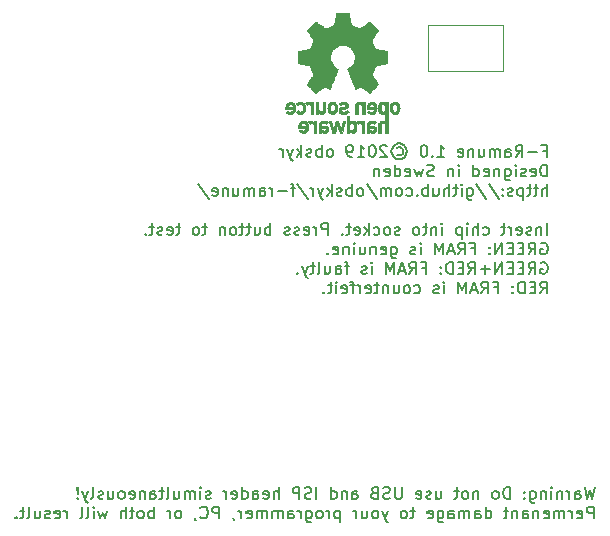
<source format=gbo>
G04 #@! TF.GenerationSoftware,KiCad,Pcbnew,(5.1.0)-1*
G04 #@! TF.CreationDate,2019-05-24T23:33:48-04:00*
G04 #@! TF.ProjectId,f-ramune_avr,662d7261-6d75-46e6-955f-6176722e6b69,rev?*
G04 #@! TF.SameCoordinates,Original*
G04 #@! TF.FileFunction,Legend,Bot*
G04 #@! TF.FilePolarity,Positive*
%FSLAX46Y46*%
G04 Gerber Fmt 4.6, Leading zero omitted, Abs format (unit mm)*
G04 Created by KiCad (PCBNEW (5.1.0)-1) date 2019-05-24 23:33:48*
%MOMM*%
%LPD*%
G04 APERTURE LIST*
%ADD10C,0.120000*%
%ADD11C,0.150000*%
%ADD12C,0.010000*%
G04 APERTURE END LIST*
D10*
X150114000Y-85344000D02*
X150114000Y-89281000D01*
X156464000Y-85344000D02*
X150114000Y-85344000D01*
X156464000Y-89281000D02*
X156464000Y-85344000D01*
X150114000Y-89281000D02*
X156464000Y-89281000D01*
D11*
X164224642Y-124484380D02*
X163986547Y-125484380D01*
X163796071Y-124770095D01*
X163605595Y-125484380D01*
X163367500Y-124484380D01*
X162557976Y-125484380D02*
X162557976Y-124960571D01*
X162605595Y-124865333D01*
X162700833Y-124817714D01*
X162891309Y-124817714D01*
X162986547Y-124865333D01*
X162557976Y-125436761D02*
X162653214Y-125484380D01*
X162891309Y-125484380D01*
X162986547Y-125436761D01*
X163034166Y-125341523D01*
X163034166Y-125246285D01*
X162986547Y-125151047D01*
X162891309Y-125103428D01*
X162653214Y-125103428D01*
X162557976Y-125055809D01*
X162081785Y-125484380D02*
X162081785Y-124817714D01*
X162081785Y-125008190D02*
X162034166Y-124912952D01*
X161986547Y-124865333D01*
X161891309Y-124817714D01*
X161796071Y-124817714D01*
X161462738Y-124817714D02*
X161462738Y-125484380D01*
X161462738Y-124912952D02*
X161415119Y-124865333D01*
X161319880Y-124817714D01*
X161177023Y-124817714D01*
X161081785Y-124865333D01*
X161034166Y-124960571D01*
X161034166Y-125484380D01*
X160557976Y-125484380D02*
X160557976Y-124817714D01*
X160557976Y-124484380D02*
X160605595Y-124532000D01*
X160557976Y-124579619D01*
X160510357Y-124532000D01*
X160557976Y-124484380D01*
X160557976Y-124579619D01*
X160081785Y-124817714D02*
X160081785Y-125484380D01*
X160081785Y-124912952D02*
X160034166Y-124865333D01*
X159938928Y-124817714D01*
X159796071Y-124817714D01*
X159700833Y-124865333D01*
X159653214Y-124960571D01*
X159653214Y-125484380D01*
X158748452Y-124817714D02*
X158748452Y-125627238D01*
X158796071Y-125722476D01*
X158843690Y-125770095D01*
X158938928Y-125817714D01*
X159081785Y-125817714D01*
X159177023Y-125770095D01*
X158748452Y-125436761D02*
X158843690Y-125484380D01*
X159034166Y-125484380D01*
X159129404Y-125436761D01*
X159177023Y-125389142D01*
X159224642Y-125293904D01*
X159224642Y-125008190D01*
X159177023Y-124912952D01*
X159129404Y-124865333D01*
X159034166Y-124817714D01*
X158843690Y-124817714D01*
X158748452Y-124865333D01*
X158272261Y-125389142D02*
X158224642Y-125436761D01*
X158272261Y-125484380D01*
X158319880Y-125436761D01*
X158272261Y-125389142D01*
X158272261Y-125484380D01*
X158272261Y-124865333D02*
X158224642Y-124912952D01*
X158272261Y-124960571D01*
X158319880Y-124912952D01*
X158272261Y-124865333D01*
X158272261Y-124960571D01*
X157034166Y-125484380D02*
X157034166Y-124484380D01*
X156796071Y-124484380D01*
X156653214Y-124532000D01*
X156557976Y-124627238D01*
X156510357Y-124722476D01*
X156462738Y-124912952D01*
X156462738Y-125055809D01*
X156510357Y-125246285D01*
X156557976Y-125341523D01*
X156653214Y-125436761D01*
X156796071Y-125484380D01*
X157034166Y-125484380D01*
X155891309Y-125484380D02*
X155986547Y-125436761D01*
X156034166Y-125389142D01*
X156081785Y-125293904D01*
X156081785Y-125008190D01*
X156034166Y-124912952D01*
X155986547Y-124865333D01*
X155891309Y-124817714D01*
X155748452Y-124817714D01*
X155653214Y-124865333D01*
X155605595Y-124912952D01*
X155557976Y-125008190D01*
X155557976Y-125293904D01*
X155605595Y-125389142D01*
X155653214Y-125436761D01*
X155748452Y-125484380D01*
X155891309Y-125484380D01*
X154367500Y-124817714D02*
X154367500Y-125484380D01*
X154367500Y-124912952D02*
X154319880Y-124865333D01*
X154224642Y-124817714D01*
X154081785Y-124817714D01*
X153986547Y-124865333D01*
X153938928Y-124960571D01*
X153938928Y-125484380D01*
X153319880Y-125484380D02*
X153415119Y-125436761D01*
X153462738Y-125389142D01*
X153510357Y-125293904D01*
X153510357Y-125008190D01*
X153462738Y-124912952D01*
X153415119Y-124865333D01*
X153319880Y-124817714D01*
X153177023Y-124817714D01*
X153081785Y-124865333D01*
X153034166Y-124912952D01*
X152986547Y-125008190D01*
X152986547Y-125293904D01*
X153034166Y-125389142D01*
X153081785Y-125436761D01*
X153177023Y-125484380D01*
X153319880Y-125484380D01*
X152700833Y-124817714D02*
X152319880Y-124817714D01*
X152557976Y-124484380D02*
X152557976Y-125341523D01*
X152510357Y-125436761D01*
X152415119Y-125484380D01*
X152319880Y-125484380D01*
X150796071Y-124817714D02*
X150796071Y-125484380D01*
X151224642Y-124817714D02*
X151224642Y-125341523D01*
X151177023Y-125436761D01*
X151081785Y-125484380D01*
X150938928Y-125484380D01*
X150843690Y-125436761D01*
X150796071Y-125389142D01*
X150367500Y-125436761D02*
X150272261Y-125484380D01*
X150081785Y-125484380D01*
X149986547Y-125436761D01*
X149938928Y-125341523D01*
X149938928Y-125293904D01*
X149986547Y-125198666D01*
X150081785Y-125151047D01*
X150224642Y-125151047D01*
X150319880Y-125103428D01*
X150367500Y-125008190D01*
X150367500Y-124960571D01*
X150319880Y-124865333D01*
X150224642Y-124817714D01*
X150081785Y-124817714D01*
X149986547Y-124865333D01*
X149129404Y-125436761D02*
X149224642Y-125484380D01*
X149415119Y-125484380D01*
X149510357Y-125436761D01*
X149557976Y-125341523D01*
X149557976Y-124960571D01*
X149510357Y-124865333D01*
X149415119Y-124817714D01*
X149224642Y-124817714D01*
X149129404Y-124865333D01*
X149081785Y-124960571D01*
X149081785Y-125055809D01*
X149557976Y-125151047D01*
X147891309Y-124484380D02*
X147891309Y-125293904D01*
X147843690Y-125389142D01*
X147796071Y-125436761D01*
X147700833Y-125484380D01*
X147510357Y-125484380D01*
X147415119Y-125436761D01*
X147367500Y-125389142D01*
X147319880Y-125293904D01*
X147319880Y-124484380D01*
X146891309Y-125436761D02*
X146748452Y-125484380D01*
X146510357Y-125484380D01*
X146415119Y-125436761D01*
X146367500Y-125389142D01*
X146319880Y-125293904D01*
X146319880Y-125198666D01*
X146367500Y-125103428D01*
X146415119Y-125055809D01*
X146510357Y-125008190D01*
X146700833Y-124960571D01*
X146796071Y-124912952D01*
X146843690Y-124865333D01*
X146891309Y-124770095D01*
X146891309Y-124674857D01*
X146843690Y-124579619D01*
X146796071Y-124532000D01*
X146700833Y-124484380D01*
X146462738Y-124484380D01*
X146319880Y-124532000D01*
X145557976Y-124960571D02*
X145415119Y-125008190D01*
X145367500Y-125055809D01*
X145319880Y-125151047D01*
X145319880Y-125293904D01*
X145367500Y-125389142D01*
X145415119Y-125436761D01*
X145510357Y-125484380D01*
X145891309Y-125484380D01*
X145891309Y-124484380D01*
X145557976Y-124484380D01*
X145462738Y-124532000D01*
X145415119Y-124579619D01*
X145367500Y-124674857D01*
X145367500Y-124770095D01*
X145415119Y-124865333D01*
X145462738Y-124912952D01*
X145557976Y-124960571D01*
X145891309Y-124960571D01*
X143700833Y-125484380D02*
X143700833Y-124960571D01*
X143748452Y-124865333D01*
X143843690Y-124817714D01*
X144034166Y-124817714D01*
X144129404Y-124865333D01*
X143700833Y-125436761D02*
X143796071Y-125484380D01*
X144034166Y-125484380D01*
X144129404Y-125436761D01*
X144177023Y-125341523D01*
X144177023Y-125246285D01*
X144129404Y-125151047D01*
X144034166Y-125103428D01*
X143796071Y-125103428D01*
X143700833Y-125055809D01*
X143224642Y-124817714D02*
X143224642Y-125484380D01*
X143224642Y-124912952D02*
X143177023Y-124865333D01*
X143081785Y-124817714D01*
X142938928Y-124817714D01*
X142843690Y-124865333D01*
X142796071Y-124960571D01*
X142796071Y-125484380D01*
X141891309Y-125484380D02*
X141891309Y-124484380D01*
X141891309Y-125436761D02*
X141986547Y-125484380D01*
X142177023Y-125484380D01*
X142272261Y-125436761D01*
X142319880Y-125389142D01*
X142367500Y-125293904D01*
X142367500Y-125008190D01*
X142319880Y-124912952D01*
X142272261Y-124865333D01*
X142177023Y-124817714D01*
X141986547Y-124817714D01*
X141891309Y-124865333D01*
X140653214Y-125484380D02*
X140653214Y-124484380D01*
X140224642Y-125436761D02*
X140081785Y-125484380D01*
X139843690Y-125484380D01*
X139748452Y-125436761D01*
X139700833Y-125389142D01*
X139653214Y-125293904D01*
X139653214Y-125198666D01*
X139700833Y-125103428D01*
X139748452Y-125055809D01*
X139843690Y-125008190D01*
X140034166Y-124960571D01*
X140129404Y-124912952D01*
X140177023Y-124865333D01*
X140224642Y-124770095D01*
X140224642Y-124674857D01*
X140177023Y-124579619D01*
X140129404Y-124532000D01*
X140034166Y-124484380D01*
X139796071Y-124484380D01*
X139653214Y-124532000D01*
X139224642Y-125484380D02*
X139224642Y-124484380D01*
X138843690Y-124484380D01*
X138748452Y-124532000D01*
X138700833Y-124579619D01*
X138653214Y-124674857D01*
X138653214Y-124817714D01*
X138700833Y-124912952D01*
X138748452Y-124960571D01*
X138843690Y-125008190D01*
X139224642Y-125008190D01*
X137462738Y-125484380D02*
X137462738Y-124484380D01*
X137034166Y-125484380D02*
X137034166Y-124960571D01*
X137081785Y-124865333D01*
X137177023Y-124817714D01*
X137319880Y-124817714D01*
X137415119Y-124865333D01*
X137462738Y-124912952D01*
X136177023Y-125436761D02*
X136272261Y-125484380D01*
X136462738Y-125484380D01*
X136557976Y-125436761D01*
X136605595Y-125341523D01*
X136605595Y-124960571D01*
X136557976Y-124865333D01*
X136462738Y-124817714D01*
X136272261Y-124817714D01*
X136177023Y-124865333D01*
X136129404Y-124960571D01*
X136129404Y-125055809D01*
X136605595Y-125151047D01*
X135272261Y-125484380D02*
X135272261Y-124960571D01*
X135319880Y-124865333D01*
X135415119Y-124817714D01*
X135605595Y-124817714D01*
X135700833Y-124865333D01*
X135272261Y-125436761D02*
X135367500Y-125484380D01*
X135605595Y-125484380D01*
X135700833Y-125436761D01*
X135748452Y-125341523D01*
X135748452Y-125246285D01*
X135700833Y-125151047D01*
X135605595Y-125103428D01*
X135367500Y-125103428D01*
X135272261Y-125055809D01*
X134367500Y-125484380D02*
X134367500Y-124484380D01*
X134367500Y-125436761D02*
X134462738Y-125484380D01*
X134653214Y-125484380D01*
X134748452Y-125436761D01*
X134796071Y-125389142D01*
X134843690Y-125293904D01*
X134843690Y-125008190D01*
X134796071Y-124912952D01*
X134748452Y-124865333D01*
X134653214Y-124817714D01*
X134462738Y-124817714D01*
X134367500Y-124865333D01*
X133510357Y-125436761D02*
X133605595Y-125484380D01*
X133796071Y-125484380D01*
X133891309Y-125436761D01*
X133938928Y-125341523D01*
X133938928Y-124960571D01*
X133891309Y-124865333D01*
X133796071Y-124817714D01*
X133605595Y-124817714D01*
X133510357Y-124865333D01*
X133462738Y-124960571D01*
X133462738Y-125055809D01*
X133938928Y-125151047D01*
X133034166Y-125484380D02*
X133034166Y-124817714D01*
X133034166Y-125008190D02*
X132986547Y-124912952D01*
X132938928Y-124865333D01*
X132843690Y-124817714D01*
X132748452Y-124817714D01*
X131700833Y-125436761D02*
X131605595Y-125484380D01*
X131415119Y-125484380D01*
X131319880Y-125436761D01*
X131272261Y-125341523D01*
X131272261Y-125293904D01*
X131319880Y-125198666D01*
X131415119Y-125151047D01*
X131557976Y-125151047D01*
X131653214Y-125103428D01*
X131700833Y-125008190D01*
X131700833Y-124960571D01*
X131653214Y-124865333D01*
X131557976Y-124817714D01*
X131415119Y-124817714D01*
X131319880Y-124865333D01*
X130843690Y-125484380D02*
X130843690Y-124817714D01*
X130843690Y-124484380D02*
X130891309Y-124532000D01*
X130843690Y-124579619D01*
X130796071Y-124532000D01*
X130843690Y-124484380D01*
X130843690Y-124579619D01*
X130367500Y-125484380D02*
X130367500Y-124817714D01*
X130367500Y-124912952D02*
X130319880Y-124865333D01*
X130224642Y-124817714D01*
X130081785Y-124817714D01*
X129986547Y-124865333D01*
X129938928Y-124960571D01*
X129938928Y-125484380D01*
X129938928Y-124960571D02*
X129891309Y-124865333D01*
X129796071Y-124817714D01*
X129653214Y-124817714D01*
X129557976Y-124865333D01*
X129510357Y-124960571D01*
X129510357Y-125484380D01*
X128605595Y-124817714D02*
X128605595Y-125484380D01*
X129034166Y-124817714D02*
X129034166Y-125341523D01*
X128986547Y-125436761D01*
X128891309Y-125484380D01*
X128748452Y-125484380D01*
X128653214Y-125436761D01*
X128605595Y-125389142D01*
X127986547Y-125484380D02*
X128081785Y-125436761D01*
X128129404Y-125341523D01*
X128129404Y-124484380D01*
X127748452Y-124817714D02*
X127367500Y-124817714D01*
X127605595Y-124484380D02*
X127605595Y-125341523D01*
X127557976Y-125436761D01*
X127462738Y-125484380D01*
X127367500Y-125484380D01*
X126605595Y-125484380D02*
X126605595Y-124960571D01*
X126653214Y-124865333D01*
X126748452Y-124817714D01*
X126938928Y-124817714D01*
X127034166Y-124865333D01*
X126605595Y-125436761D02*
X126700833Y-125484380D01*
X126938928Y-125484380D01*
X127034166Y-125436761D01*
X127081785Y-125341523D01*
X127081785Y-125246285D01*
X127034166Y-125151047D01*
X126938928Y-125103428D01*
X126700833Y-125103428D01*
X126605595Y-125055809D01*
X126129404Y-124817714D02*
X126129404Y-125484380D01*
X126129404Y-124912952D02*
X126081785Y-124865333D01*
X125986547Y-124817714D01*
X125843690Y-124817714D01*
X125748452Y-124865333D01*
X125700833Y-124960571D01*
X125700833Y-125484380D01*
X124843690Y-125436761D02*
X124938928Y-125484380D01*
X125129404Y-125484380D01*
X125224642Y-125436761D01*
X125272261Y-125341523D01*
X125272261Y-124960571D01*
X125224642Y-124865333D01*
X125129404Y-124817714D01*
X124938928Y-124817714D01*
X124843690Y-124865333D01*
X124796071Y-124960571D01*
X124796071Y-125055809D01*
X125272261Y-125151047D01*
X124224642Y-125484380D02*
X124319880Y-125436761D01*
X124367500Y-125389142D01*
X124415119Y-125293904D01*
X124415119Y-125008190D01*
X124367500Y-124912952D01*
X124319880Y-124865333D01*
X124224642Y-124817714D01*
X124081785Y-124817714D01*
X123986547Y-124865333D01*
X123938928Y-124912952D01*
X123891309Y-125008190D01*
X123891309Y-125293904D01*
X123938928Y-125389142D01*
X123986547Y-125436761D01*
X124081785Y-125484380D01*
X124224642Y-125484380D01*
X123034166Y-124817714D02*
X123034166Y-125484380D01*
X123462738Y-124817714D02*
X123462738Y-125341523D01*
X123415119Y-125436761D01*
X123319880Y-125484380D01*
X123177023Y-125484380D01*
X123081785Y-125436761D01*
X123034166Y-125389142D01*
X122605595Y-125436761D02*
X122510357Y-125484380D01*
X122319880Y-125484380D01*
X122224642Y-125436761D01*
X122177023Y-125341523D01*
X122177023Y-125293904D01*
X122224642Y-125198666D01*
X122319880Y-125151047D01*
X122462738Y-125151047D01*
X122557976Y-125103428D01*
X122605595Y-125008190D01*
X122605595Y-124960571D01*
X122557976Y-124865333D01*
X122462738Y-124817714D01*
X122319880Y-124817714D01*
X122224642Y-124865333D01*
X121605595Y-125484380D02*
X121700833Y-125436761D01*
X121748452Y-125341523D01*
X121748452Y-124484380D01*
X121319880Y-124817714D02*
X121081785Y-125484380D01*
X120843690Y-124817714D02*
X121081785Y-125484380D01*
X121177023Y-125722476D01*
X121224642Y-125770095D01*
X121319880Y-125817714D01*
X120462738Y-125389142D02*
X120415119Y-125436761D01*
X120462738Y-125484380D01*
X120510357Y-125436761D01*
X120462738Y-125389142D01*
X120462738Y-125484380D01*
X120462738Y-125103428D02*
X120510357Y-124532000D01*
X120462738Y-124484380D01*
X120415119Y-124532000D01*
X120462738Y-125103428D01*
X120462738Y-124484380D01*
X164129404Y-127134380D02*
X164129404Y-126134380D01*
X163748452Y-126134380D01*
X163653214Y-126182000D01*
X163605595Y-126229619D01*
X163557976Y-126324857D01*
X163557976Y-126467714D01*
X163605595Y-126562952D01*
X163653214Y-126610571D01*
X163748452Y-126658190D01*
X164129404Y-126658190D01*
X162748452Y-127086761D02*
X162843690Y-127134380D01*
X163034166Y-127134380D01*
X163129404Y-127086761D01*
X163177023Y-126991523D01*
X163177023Y-126610571D01*
X163129404Y-126515333D01*
X163034166Y-126467714D01*
X162843690Y-126467714D01*
X162748452Y-126515333D01*
X162700833Y-126610571D01*
X162700833Y-126705809D01*
X163177023Y-126801047D01*
X162272261Y-127134380D02*
X162272261Y-126467714D01*
X162272261Y-126658190D02*
X162224642Y-126562952D01*
X162177023Y-126515333D01*
X162081785Y-126467714D01*
X161986547Y-126467714D01*
X161653214Y-127134380D02*
X161653214Y-126467714D01*
X161653214Y-126562952D02*
X161605595Y-126515333D01*
X161510357Y-126467714D01*
X161367500Y-126467714D01*
X161272261Y-126515333D01*
X161224642Y-126610571D01*
X161224642Y-127134380D01*
X161224642Y-126610571D02*
X161177023Y-126515333D01*
X161081785Y-126467714D01*
X160938928Y-126467714D01*
X160843690Y-126515333D01*
X160796071Y-126610571D01*
X160796071Y-127134380D01*
X159938928Y-127086761D02*
X160034166Y-127134380D01*
X160224642Y-127134380D01*
X160319880Y-127086761D01*
X160367500Y-126991523D01*
X160367500Y-126610571D01*
X160319880Y-126515333D01*
X160224642Y-126467714D01*
X160034166Y-126467714D01*
X159938928Y-126515333D01*
X159891309Y-126610571D01*
X159891309Y-126705809D01*
X160367500Y-126801047D01*
X159462738Y-126467714D02*
X159462738Y-127134380D01*
X159462738Y-126562952D02*
X159415119Y-126515333D01*
X159319880Y-126467714D01*
X159177023Y-126467714D01*
X159081785Y-126515333D01*
X159034166Y-126610571D01*
X159034166Y-127134380D01*
X158129404Y-127134380D02*
X158129404Y-126610571D01*
X158177023Y-126515333D01*
X158272261Y-126467714D01*
X158462738Y-126467714D01*
X158557976Y-126515333D01*
X158129404Y-127086761D02*
X158224642Y-127134380D01*
X158462738Y-127134380D01*
X158557976Y-127086761D01*
X158605595Y-126991523D01*
X158605595Y-126896285D01*
X158557976Y-126801047D01*
X158462738Y-126753428D01*
X158224642Y-126753428D01*
X158129404Y-126705809D01*
X157653214Y-126467714D02*
X157653214Y-127134380D01*
X157653214Y-126562952D02*
X157605595Y-126515333D01*
X157510357Y-126467714D01*
X157367500Y-126467714D01*
X157272261Y-126515333D01*
X157224642Y-126610571D01*
X157224642Y-127134380D01*
X156891309Y-126467714D02*
X156510357Y-126467714D01*
X156748452Y-126134380D02*
X156748452Y-126991523D01*
X156700833Y-127086761D01*
X156605595Y-127134380D01*
X156510357Y-127134380D01*
X154986547Y-127134380D02*
X154986547Y-126134380D01*
X154986547Y-127086761D02*
X155081785Y-127134380D01*
X155272261Y-127134380D01*
X155367500Y-127086761D01*
X155415119Y-127039142D01*
X155462738Y-126943904D01*
X155462738Y-126658190D01*
X155415119Y-126562952D01*
X155367500Y-126515333D01*
X155272261Y-126467714D01*
X155081785Y-126467714D01*
X154986547Y-126515333D01*
X154081785Y-127134380D02*
X154081785Y-126610571D01*
X154129404Y-126515333D01*
X154224642Y-126467714D01*
X154415119Y-126467714D01*
X154510357Y-126515333D01*
X154081785Y-127086761D02*
X154177023Y-127134380D01*
X154415119Y-127134380D01*
X154510357Y-127086761D01*
X154557976Y-126991523D01*
X154557976Y-126896285D01*
X154510357Y-126801047D01*
X154415119Y-126753428D01*
X154177023Y-126753428D01*
X154081785Y-126705809D01*
X153605595Y-127134380D02*
X153605595Y-126467714D01*
X153605595Y-126562952D02*
X153557976Y-126515333D01*
X153462738Y-126467714D01*
X153319880Y-126467714D01*
X153224642Y-126515333D01*
X153177023Y-126610571D01*
X153177023Y-127134380D01*
X153177023Y-126610571D02*
X153129404Y-126515333D01*
X153034166Y-126467714D01*
X152891309Y-126467714D01*
X152796071Y-126515333D01*
X152748452Y-126610571D01*
X152748452Y-127134380D01*
X151843690Y-127134380D02*
X151843690Y-126610571D01*
X151891309Y-126515333D01*
X151986547Y-126467714D01*
X152177023Y-126467714D01*
X152272261Y-126515333D01*
X151843690Y-127086761D02*
X151938928Y-127134380D01*
X152177023Y-127134380D01*
X152272261Y-127086761D01*
X152319880Y-126991523D01*
X152319880Y-126896285D01*
X152272261Y-126801047D01*
X152177023Y-126753428D01*
X151938928Y-126753428D01*
X151843690Y-126705809D01*
X150938928Y-126467714D02*
X150938928Y-127277238D01*
X150986547Y-127372476D01*
X151034166Y-127420095D01*
X151129404Y-127467714D01*
X151272261Y-127467714D01*
X151367500Y-127420095D01*
X150938928Y-127086761D02*
X151034166Y-127134380D01*
X151224642Y-127134380D01*
X151319880Y-127086761D01*
X151367500Y-127039142D01*
X151415119Y-126943904D01*
X151415119Y-126658190D01*
X151367500Y-126562952D01*
X151319880Y-126515333D01*
X151224642Y-126467714D01*
X151034166Y-126467714D01*
X150938928Y-126515333D01*
X150081785Y-127086761D02*
X150177023Y-127134380D01*
X150367500Y-127134380D01*
X150462738Y-127086761D01*
X150510357Y-126991523D01*
X150510357Y-126610571D01*
X150462738Y-126515333D01*
X150367500Y-126467714D01*
X150177023Y-126467714D01*
X150081785Y-126515333D01*
X150034166Y-126610571D01*
X150034166Y-126705809D01*
X150510357Y-126801047D01*
X148986547Y-126467714D02*
X148605595Y-126467714D01*
X148843690Y-126134380D02*
X148843690Y-126991523D01*
X148796071Y-127086761D01*
X148700833Y-127134380D01*
X148605595Y-127134380D01*
X148129404Y-127134380D02*
X148224642Y-127086761D01*
X148272261Y-127039142D01*
X148319880Y-126943904D01*
X148319880Y-126658190D01*
X148272261Y-126562952D01*
X148224642Y-126515333D01*
X148129404Y-126467714D01*
X147986547Y-126467714D01*
X147891309Y-126515333D01*
X147843690Y-126562952D01*
X147796071Y-126658190D01*
X147796071Y-126943904D01*
X147843690Y-127039142D01*
X147891309Y-127086761D01*
X147986547Y-127134380D01*
X148129404Y-127134380D01*
X146700833Y-126467714D02*
X146462738Y-127134380D01*
X146224642Y-126467714D02*
X146462738Y-127134380D01*
X146557976Y-127372476D01*
X146605595Y-127420095D01*
X146700833Y-127467714D01*
X145700833Y-127134380D02*
X145796071Y-127086761D01*
X145843690Y-127039142D01*
X145891309Y-126943904D01*
X145891309Y-126658190D01*
X145843690Y-126562952D01*
X145796071Y-126515333D01*
X145700833Y-126467714D01*
X145557976Y-126467714D01*
X145462738Y-126515333D01*
X145415119Y-126562952D01*
X145367500Y-126658190D01*
X145367500Y-126943904D01*
X145415119Y-127039142D01*
X145462738Y-127086761D01*
X145557976Y-127134380D01*
X145700833Y-127134380D01*
X144510357Y-126467714D02*
X144510357Y-127134380D01*
X144938928Y-126467714D02*
X144938928Y-126991523D01*
X144891309Y-127086761D01*
X144796071Y-127134380D01*
X144653214Y-127134380D01*
X144557976Y-127086761D01*
X144510357Y-127039142D01*
X144034166Y-127134380D02*
X144034166Y-126467714D01*
X144034166Y-126658190D02*
X143986547Y-126562952D01*
X143938928Y-126515333D01*
X143843690Y-126467714D01*
X143748452Y-126467714D01*
X142653214Y-126467714D02*
X142653214Y-127467714D01*
X142653214Y-126515333D02*
X142557976Y-126467714D01*
X142367500Y-126467714D01*
X142272261Y-126515333D01*
X142224642Y-126562952D01*
X142177023Y-126658190D01*
X142177023Y-126943904D01*
X142224642Y-127039142D01*
X142272261Y-127086761D01*
X142367500Y-127134380D01*
X142557976Y-127134380D01*
X142653214Y-127086761D01*
X141748452Y-127134380D02*
X141748452Y-126467714D01*
X141748452Y-126658190D02*
X141700833Y-126562952D01*
X141653214Y-126515333D01*
X141557976Y-126467714D01*
X141462738Y-126467714D01*
X140986547Y-127134380D02*
X141081785Y-127086761D01*
X141129404Y-127039142D01*
X141177023Y-126943904D01*
X141177023Y-126658190D01*
X141129404Y-126562952D01*
X141081785Y-126515333D01*
X140986547Y-126467714D01*
X140843690Y-126467714D01*
X140748452Y-126515333D01*
X140700833Y-126562952D01*
X140653214Y-126658190D01*
X140653214Y-126943904D01*
X140700833Y-127039142D01*
X140748452Y-127086761D01*
X140843690Y-127134380D01*
X140986547Y-127134380D01*
X139796071Y-126467714D02*
X139796071Y-127277238D01*
X139843690Y-127372476D01*
X139891309Y-127420095D01*
X139986547Y-127467714D01*
X140129404Y-127467714D01*
X140224642Y-127420095D01*
X139796071Y-127086761D02*
X139891309Y-127134380D01*
X140081785Y-127134380D01*
X140177023Y-127086761D01*
X140224642Y-127039142D01*
X140272261Y-126943904D01*
X140272261Y-126658190D01*
X140224642Y-126562952D01*
X140177023Y-126515333D01*
X140081785Y-126467714D01*
X139891309Y-126467714D01*
X139796071Y-126515333D01*
X139319880Y-127134380D02*
X139319880Y-126467714D01*
X139319880Y-126658190D02*
X139272261Y-126562952D01*
X139224642Y-126515333D01*
X139129404Y-126467714D01*
X139034166Y-126467714D01*
X138272261Y-127134380D02*
X138272261Y-126610571D01*
X138319880Y-126515333D01*
X138415119Y-126467714D01*
X138605595Y-126467714D01*
X138700833Y-126515333D01*
X138272261Y-127086761D02*
X138367500Y-127134380D01*
X138605595Y-127134380D01*
X138700833Y-127086761D01*
X138748452Y-126991523D01*
X138748452Y-126896285D01*
X138700833Y-126801047D01*
X138605595Y-126753428D01*
X138367500Y-126753428D01*
X138272261Y-126705809D01*
X137796071Y-127134380D02*
X137796071Y-126467714D01*
X137796071Y-126562952D02*
X137748452Y-126515333D01*
X137653214Y-126467714D01*
X137510357Y-126467714D01*
X137415119Y-126515333D01*
X137367500Y-126610571D01*
X137367500Y-127134380D01*
X137367500Y-126610571D02*
X137319880Y-126515333D01*
X137224642Y-126467714D01*
X137081785Y-126467714D01*
X136986547Y-126515333D01*
X136938928Y-126610571D01*
X136938928Y-127134380D01*
X136462738Y-127134380D02*
X136462738Y-126467714D01*
X136462738Y-126562952D02*
X136415119Y-126515333D01*
X136319880Y-126467714D01*
X136177023Y-126467714D01*
X136081785Y-126515333D01*
X136034166Y-126610571D01*
X136034166Y-127134380D01*
X136034166Y-126610571D02*
X135986547Y-126515333D01*
X135891309Y-126467714D01*
X135748452Y-126467714D01*
X135653214Y-126515333D01*
X135605595Y-126610571D01*
X135605595Y-127134380D01*
X134748452Y-127086761D02*
X134843690Y-127134380D01*
X135034166Y-127134380D01*
X135129404Y-127086761D01*
X135177023Y-126991523D01*
X135177023Y-126610571D01*
X135129404Y-126515333D01*
X135034166Y-126467714D01*
X134843690Y-126467714D01*
X134748452Y-126515333D01*
X134700833Y-126610571D01*
X134700833Y-126705809D01*
X135177023Y-126801047D01*
X134272261Y-127134380D02*
X134272261Y-126467714D01*
X134272261Y-126658190D02*
X134224642Y-126562952D01*
X134177023Y-126515333D01*
X134081785Y-126467714D01*
X133986547Y-126467714D01*
X133605595Y-127086761D02*
X133605595Y-127134380D01*
X133653214Y-127229619D01*
X133700833Y-127277238D01*
X132415119Y-127134380D02*
X132415119Y-126134380D01*
X132034166Y-126134380D01*
X131938928Y-126182000D01*
X131891309Y-126229619D01*
X131843690Y-126324857D01*
X131843690Y-126467714D01*
X131891309Y-126562952D01*
X131938928Y-126610571D01*
X132034166Y-126658190D01*
X132415119Y-126658190D01*
X130843690Y-127039142D02*
X130891309Y-127086761D01*
X131034166Y-127134380D01*
X131129404Y-127134380D01*
X131272261Y-127086761D01*
X131367500Y-126991523D01*
X131415119Y-126896285D01*
X131462738Y-126705809D01*
X131462738Y-126562952D01*
X131415119Y-126372476D01*
X131367500Y-126277238D01*
X131272261Y-126182000D01*
X131129404Y-126134380D01*
X131034166Y-126134380D01*
X130891309Y-126182000D01*
X130843690Y-126229619D01*
X130367500Y-127086761D02*
X130367500Y-127134380D01*
X130415119Y-127229619D01*
X130462738Y-127277238D01*
X129034166Y-127134380D02*
X129129404Y-127086761D01*
X129177023Y-127039142D01*
X129224642Y-126943904D01*
X129224642Y-126658190D01*
X129177023Y-126562952D01*
X129129404Y-126515333D01*
X129034166Y-126467714D01*
X128891309Y-126467714D01*
X128796071Y-126515333D01*
X128748452Y-126562952D01*
X128700833Y-126658190D01*
X128700833Y-126943904D01*
X128748452Y-127039142D01*
X128796071Y-127086761D01*
X128891309Y-127134380D01*
X129034166Y-127134380D01*
X128272261Y-127134380D02*
X128272261Y-126467714D01*
X128272261Y-126658190D02*
X128224642Y-126562952D01*
X128177023Y-126515333D01*
X128081785Y-126467714D01*
X127986547Y-126467714D01*
X126891309Y-127134380D02*
X126891309Y-126134380D01*
X126891309Y-126515333D02*
X126796071Y-126467714D01*
X126605595Y-126467714D01*
X126510357Y-126515333D01*
X126462738Y-126562952D01*
X126415119Y-126658190D01*
X126415119Y-126943904D01*
X126462738Y-127039142D01*
X126510357Y-127086761D01*
X126605595Y-127134380D01*
X126796071Y-127134380D01*
X126891309Y-127086761D01*
X125843690Y-127134380D02*
X125938928Y-127086761D01*
X125986547Y-127039142D01*
X126034166Y-126943904D01*
X126034166Y-126658190D01*
X125986547Y-126562952D01*
X125938928Y-126515333D01*
X125843690Y-126467714D01*
X125700833Y-126467714D01*
X125605595Y-126515333D01*
X125557976Y-126562952D01*
X125510357Y-126658190D01*
X125510357Y-126943904D01*
X125557976Y-127039142D01*
X125605595Y-127086761D01*
X125700833Y-127134380D01*
X125843690Y-127134380D01*
X125224642Y-126467714D02*
X124843690Y-126467714D01*
X125081785Y-126134380D02*
X125081785Y-126991523D01*
X125034166Y-127086761D01*
X124938928Y-127134380D01*
X124843690Y-127134380D01*
X124510357Y-127134380D02*
X124510357Y-126134380D01*
X124081785Y-127134380D02*
X124081785Y-126610571D01*
X124129404Y-126515333D01*
X124224642Y-126467714D01*
X124367500Y-126467714D01*
X124462738Y-126515333D01*
X124510357Y-126562952D01*
X122938928Y-126467714D02*
X122748452Y-127134380D01*
X122557976Y-126658190D01*
X122367500Y-127134380D01*
X122177023Y-126467714D01*
X121796071Y-127134380D02*
X121796071Y-126467714D01*
X121796071Y-126134380D02*
X121843690Y-126182000D01*
X121796071Y-126229619D01*
X121748452Y-126182000D01*
X121796071Y-126134380D01*
X121796071Y-126229619D01*
X121177023Y-127134380D02*
X121272261Y-127086761D01*
X121319880Y-126991523D01*
X121319880Y-126134380D01*
X120653214Y-127134380D02*
X120748452Y-127086761D01*
X120796071Y-126991523D01*
X120796071Y-126134380D01*
X119510357Y-127134380D02*
X119510357Y-126467714D01*
X119510357Y-126658190D02*
X119462738Y-126562952D01*
X119415119Y-126515333D01*
X119319880Y-126467714D01*
X119224642Y-126467714D01*
X118510357Y-127086761D02*
X118605595Y-127134380D01*
X118796071Y-127134380D01*
X118891309Y-127086761D01*
X118938928Y-126991523D01*
X118938928Y-126610571D01*
X118891309Y-126515333D01*
X118796071Y-126467714D01*
X118605595Y-126467714D01*
X118510357Y-126515333D01*
X118462738Y-126610571D01*
X118462738Y-126705809D01*
X118938928Y-126801047D01*
X118081785Y-127086761D02*
X117986547Y-127134380D01*
X117796071Y-127134380D01*
X117700833Y-127086761D01*
X117653214Y-126991523D01*
X117653214Y-126943904D01*
X117700833Y-126848666D01*
X117796071Y-126801047D01*
X117938928Y-126801047D01*
X118034166Y-126753428D01*
X118081785Y-126658190D01*
X118081785Y-126610571D01*
X118034166Y-126515333D01*
X117938928Y-126467714D01*
X117796071Y-126467714D01*
X117700833Y-126515333D01*
X116796071Y-126467714D02*
X116796071Y-127134380D01*
X117224642Y-126467714D02*
X117224642Y-126991523D01*
X117177023Y-127086761D01*
X117081785Y-127134380D01*
X116938928Y-127134380D01*
X116843690Y-127086761D01*
X116796071Y-127039142D01*
X116177023Y-127134380D02*
X116272261Y-127086761D01*
X116319880Y-126991523D01*
X116319880Y-126134380D01*
X115938928Y-126467714D02*
X115557976Y-126467714D01*
X115796071Y-126134380D02*
X115796071Y-126991523D01*
X115748452Y-127086761D01*
X115653214Y-127134380D01*
X115557976Y-127134380D01*
X115224642Y-127039142D02*
X115177023Y-127086761D01*
X115224642Y-127134380D01*
X115272261Y-127086761D01*
X115224642Y-127039142D01*
X115224642Y-127134380D01*
X159859071Y-96007571D02*
X160192404Y-96007571D01*
X160192404Y-96531380D02*
X160192404Y-95531380D01*
X159716214Y-95531380D01*
X159335261Y-96150428D02*
X158573357Y-96150428D01*
X157525738Y-96531380D02*
X157859071Y-96055190D01*
X158097166Y-96531380D02*
X158097166Y-95531380D01*
X157716214Y-95531380D01*
X157620976Y-95579000D01*
X157573357Y-95626619D01*
X157525738Y-95721857D01*
X157525738Y-95864714D01*
X157573357Y-95959952D01*
X157620976Y-96007571D01*
X157716214Y-96055190D01*
X158097166Y-96055190D01*
X156668595Y-96531380D02*
X156668595Y-96007571D01*
X156716214Y-95912333D01*
X156811452Y-95864714D01*
X157001928Y-95864714D01*
X157097166Y-95912333D01*
X156668595Y-96483761D02*
X156763833Y-96531380D01*
X157001928Y-96531380D01*
X157097166Y-96483761D01*
X157144785Y-96388523D01*
X157144785Y-96293285D01*
X157097166Y-96198047D01*
X157001928Y-96150428D01*
X156763833Y-96150428D01*
X156668595Y-96102809D01*
X156192404Y-96531380D02*
X156192404Y-95864714D01*
X156192404Y-95959952D02*
X156144785Y-95912333D01*
X156049547Y-95864714D01*
X155906690Y-95864714D01*
X155811452Y-95912333D01*
X155763833Y-96007571D01*
X155763833Y-96531380D01*
X155763833Y-96007571D02*
X155716214Y-95912333D01*
X155620976Y-95864714D01*
X155478119Y-95864714D01*
X155382880Y-95912333D01*
X155335261Y-96007571D01*
X155335261Y-96531380D01*
X154430500Y-95864714D02*
X154430500Y-96531380D01*
X154859071Y-95864714D02*
X154859071Y-96388523D01*
X154811452Y-96483761D01*
X154716214Y-96531380D01*
X154573357Y-96531380D01*
X154478119Y-96483761D01*
X154430500Y-96436142D01*
X153954309Y-95864714D02*
X153954309Y-96531380D01*
X153954309Y-95959952D02*
X153906690Y-95912333D01*
X153811452Y-95864714D01*
X153668595Y-95864714D01*
X153573357Y-95912333D01*
X153525738Y-96007571D01*
X153525738Y-96531380D01*
X152668595Y-96483761D02*
X152763833Y-96531380D01*
X152954309Y-96531380D01*
X153049547Y-96483761D01*
X153097166Y-96388523D01*
X153097166Y-96007571D01*
X153049547Y-95912333D01*
X152954309Y-95864714D01*
X152763833Y-95864714D01*
X152668595Y-95912333D01*
X152620976Y-96007571D01*
X152620976Y-96102809D01*
X153097166Y-96198047D01*
X150906690Y-96531380D02*
X151478119Y-96531380D01*
X151192404Y-96531380D02*
X151192404Y-95531380D01*
X151287642Y-95674238D01*
X151382880Y-95769476D01*
X151478119Y-95817095D01*
X150478119Y-96436142D02*
X150430500Y-96483761D01*
X150478119Y-96531380D01*
X150525738Y-96483761D01*
X150478119Y-96436142D01*
X150478119Y-96531380D01*
X149811452Y-95531380D02*
X149716214Y-95531380D01*
X149620976Y-95579000D01*
X149573357Y-95626619D01*
X149525738Y-95721857D01*
X149478119Y-95912333D01*
X149478119Y-96150428D01*
X149525738Y-96340904D01*
X149573357Y-96436142D01*
X149620976Y-96483761D01*
X149716214Y-96531380D01*
X149811452Y-96531380D01*
X149906690Y-96483761D01*
X149954309Y-96436142D01*
X150001928Y-96340904D01*
X150049547Y-96150428D01*
X150049547Y-95912333D01*
X150001928Y-95721857D01*
X149954309Y-95626619D01*
X149906690Y-95579000D01*
X149811452Y-95531380D01*
X147478119Y-95769476D02*
X147573357Y-95721857D01*
X147763833Y-95721857D01*
X147859071Y-95769476D01*
X147954309Y-95864714D01*
X148001928Y-95959952D01*
X148001928Y-96150428D01*
X147954309Y-96245666D01*
X147859071Y-96340904D01*
X147763833Y-96388523D01*
X147573357Y-96388523D01*
X147478119Y-96340904D01*
X147668595Y-95388523D02*
X147906690Y-95436142D01*
X148144785Y-95579000D01*
X148287642Y-95817095D01*
X148335261Y-96055190D01*
X148287642Y-96293285D01*
X148144785Y-96531380D01*
X147906690Y-96674238D01*
X147668595Y-96721857D01*
X147430500Y-96674238D01*
X147192404Y-96531380D01*
X147049547Y-96293285D01*
X147001928Y-96055190D01*
X147049547Y-95817095D01*
X147192404Y-95579000D01*
X147430500Y-95436142D01*
X147668595Y-95388523D01*
X146620976Y-95626619D02*
X146573357Y-95579000D01*
X146478119Y-95531380D01*
X146240023Y-95531380D01*
X146144785Y-95579000D01*
X146097166Y-95626619D01*
X146049547Y-95721857D01*
X146049547Y-95817095D01*
X146097166Y-95959952D01*
X146668595Y-96531380D01*
X146049547Y-96531380D01*
X145430500Y-95531380D02*
X145335261Y-95531380D01*
X145240023Y-95579000D01*
X145192404Y-95626619D01*
X145144785Y-95721857D01*
X145097166Y-95912333D01*
X145097166Y-96150428D01*
X145144785Y-96340904D01*
X145192404Y-96436142D01*
X145240023Y-96483761D01*
X145335261Y-96531380D01*
X145430500Y-96531380D01*
X145525738Y-96483761D01*
X145573357Y-96436142D01*
X145620976Y-96340904D01*
X145668595Y-96150428D01*
X145668595Y-95912333D01*
X145620976Y-95721857D01*
X145573357Y-95626619D01*
X145525738Y-95579000D01*
X145430500Y-95531380D01*
X144144785Y-96531380D02*
X144716214Y-96531380D01*
X144430500Y-96531380D02*
X144430500Y-95531380D01*
X144525738Y-95674238D01*
X144620976Y-95769476D01*
X144716214Y-95817095D01*
X143668595Y-96531380D02*
X143478119Y-96531380D01*
X143382880Y-96483761D01*
X143335261Y-96436142D01*
X143240023Y-96293285D01*
X143192404Y-96102809D01*
X143192404Y-95721857D01*
X143240023Y-95626619D01*
X143287642Y-95579000D01*
X143382880Y-95531380D01*
X143573357Y-95531380D01*
X143668595Y-95579000D01*
X143716214Y-95626619D01*
X143763833Y-95721857D01*
X143763833Y-95959952D01*
X143716214Y-96055190D01*
X143668595Y-96102809D01*
X143573357Y-96150428D01*
X143382880Y-96150428D01*
X143287642Y-96102809D01*
X143240023Y-96055190D01*
X143192404Y-95959952D01*
X141859071Y-96531380D02*
X141954309Y-96483761D01*
X142001928Y-96436142D01*
X142049547Y-96340904D01*
X142049547Y-96055190D01*
X142001928Y-95959952D01*
X141954309Y-95912333D01*
X141859071Y-95864714D01*
X141716214Y-95864714D01*
X141620976Y-95912333D01*
X141573357Y-95959952D01*
X141525738Y-96055190D01*
X141525738Y-96340904D01*
X141573357Y-96436142D01*
X141620976Y-96483761D01*
X141716214Y-96531380D01*
X141859071Y-96531380D01*
X141097166Y-96531380D02*
X141097166Y-95531380D01*
X141097166Y-95912333D02*
X141001928Y-95864714D01*
X140811452Y-95864714D01*
X140716214Y-95912333D01*
X140668595Y-95959952D01*
X140620976Y-96055190D01*
X140620976Y-96340904D01*
X140668595Y-96436142D01*
X140716214Y-96483761D01*
X140811452Y-96531380D01*
X141001928Y-96531380D01*
X141097166Y-96483761D01*
X140240023Y-96483761D02*
X140144785Y-96531380D01*
X139954309Y-96531380D01*
X139859071Y-96483761D01*
X139811452Y-96388523D01*
X139811452Y-96340904D01*
X139859071Y-96245666D01*
X139954309Y-96198047D01*
X140097166Y-96198047D01*
X140192404Y-96150428D01*
X140240023Y-96055190D01*
X140240023Y-96007571D01*
X140192404Y-95912333D01*
X140097166Y-95864714D01*
X139954309Y-95864714D01*
X139859071Y-95912333D01*
X139382880Y-96531380D02*
X139382880Y-95531380D01*
X139287642Y-96150428D02*
X139001928Y-96531380D01*
X139001928Y-95864714D02*
X139382880Y-96245666D01*
X138668595Y-95864714D02*
X138430500Y-96531380D01*
X138192404Y-95864714D02*
X138430500Y-96531380D01*
X138525738Y-96769476D01*
X138573357Y-96817095D01*
X138668595Y-96864714D01*
X137811452Y-96531380D02*
X137811452Y-95864714D01*
X137811452Y-96055190D02*
X137763833Y-95959952D01*
X137716214Y-95912333D01*
X137620976Y-95864714D01*
X137525738Y-95864714D01*
X160192404Y-98181380D02*
X160192404Y-97181380D01*
X159954309Y-97181380D01*
X159811452Y-97229000D01*
X159716214Y-97324238D01*
X159668595Y-97419476D01*
X159620976Y-97609952D01*
X159620976Y-97752809D01*
X159668595Y-97943285D01*
X159716214Y-98038523D01*
X159811452Y-98133761D01*
X159954309Y-98181380D01*
X160192404Y-98181380D01*
X158811452Y-98133761D02*
X158906690Y-98181380D01*
X159097166Y-98181380D01*
X159192404Y-98133761D01*
X159240023Y-98038523D01*
X159240023Y-97657571D01*
X159192404Y-97562333D01*
X159097166Y-97514714D01*
X158906690Y-97514714D01*
X158811452Y-97562333D01*
X158763833Y-97657571D01*
X158763833Y-97752809D01*
X159240023Y-97848047D01*
X158382880Y-98133761D02*
X158287642Y-98181380D01*
X158097166Y-98181380D01*
X158001928Y-98133761D01*
X157954309Y-98038523D01*
X157954309Y-97990904D01*
X158001928Y-97895666D01*
X158097166Y-97848047D01*
X158240023Y-97848047D01*
X158335261Y-97800428D01*
X158382880Y-97705190D01*
X158382880Y-97657571D01*
X158335261Y-97562333D01*
X158240023Y-97514714D01*
X158097166Y-97514714D01*
X158001928Y-97562333D01*
X157525738Y-98181380D02*
X157525738Y-97514714D01*
X157525738Y-97181380D02*
X157573357Y-97229000D01*
X157525738Y-97276619D01*
X157478119Y-97229000D01*
X157525738Y-97181380D01*
X157525738Y-97276619D01*
X156620976Y-97514714D02*
X156620976Y-98324238D01*
X156668595Y-98419476D01*
X156716214Y-98467095D01*
X156811452Y-98514714D01*
X156954309Y-98514714D01*
X157049547Y-98467095D01*
X156620976Y-98133761D02*
X156716214Y-98181380D01*
X156906690Y-98181380D01*
X157001928Y-98133761D01*
X157049547Y-98086142D01*
X157097166Y-97990904D01*
X157097166Y-97705190D01*
X157049547Y-97609952D01*
X157001928Y-97562333D01*
X156906690Y-97514714D01*
X156716214Y-97514714D01*
X156620976Y-97562333D01*
X156144785Y-97514714D02*
X156144785Y-98181380D01*
X156144785Y-97609952D02*
X156097166Y-97562333D01*
X156001928Y-97514714D01*
X155859071Y-97514714D01*
X155763833Y-97562333D01*
X155716214Y-97657571D01*
X155716214Y-98181380D01*
X154859071Y-98133761D02*
X154954309Y-98181380D01*
X155144785Y-98181380D01*
X155240023Y-98133761D01*
X155287642Y-98038523D01*
X155287642Y-97657571D01*
X155240023Y-97562333D01*
X155144785Y-97514714D01*
X154954309Y-97514714D01*
X154859071Y-97562333D01*
X154811452Y-97657571D01*
X154811452Y-97752809D01*
X155287642Y-97848047D01*
X153954309Y-98181380D02*
X153954309Y-97181380D01*
X153954309Y-98133761D02*
X154049547Y-98181380D01*
X154240023Y-98181380D01*
X154335261Y-98133761D01*
X154382880Y-98086142D01*
X154430500Y-97990904D01*
X154430500Y-97705190D01*
X154382880Y-97609952D01*
X154335261Y-97562333D01*
X154240023Y-97514714D01*
X154049547Y-97514714D01*
X153954309Y-97562333D01*
X152716214Y-98181380D02*
X152716214Y-97514714D01*
X152716214Y-97181380D02*
X152763833Y-97229000D01*
X152716214Y-97276619D01*
X152668595Y-97229000D01*
X152716214Y-97181380D01*
X152716214Y-97276619D01*
X152240023Y-97514714D02*
X152240023Y-98181380D01*
X152240023Y-97609952D02*
X152192404Y-97562333D01*
X152097166Y-97514714D01*
X151954309Y-97514714D01*
X151859071Y-97562333D01*
X151811452Y-97657571D01*
X151811452Y-98181380D01*
X150620976Y-98133761D02*
X150478119Y-98181380D01*
X150240023Y-98181380D01*
X150144785Y-98133761D01*
X150097166Y-98086142D01*
X150049547Y-97990904D01*
X150049547Y-97895666D01*
X150097166Y-97800428D01*
X150144785Y-97752809D01*
X150240023Y-97705190D01*
X150430500Y-97657571D01*
X150525738Y-97609952D01*
X150573357Y-97562333D01*
X150620976Y-97467095D01*
X150620976Y-97371857D01*
X150573357Y-97276619D01*
X150525738Y-97229000D01*
X150430500Y-97181380D01*
X150192404Y-97181380D01*
X150049547Y-97229000D01*
X149716214Y-97514714D02*
X149525738Y-98181380D01*
X149335261Y-97705190D01*
X149144785Y-98181380D01*
X148954309Y-97514714D01*
X148192404Y-98133761D02*
X148287642Y-98181380D01*
X148478119Y-98181380D01*
X148573357Y-98133761D01*
X148620976Y-98038523D01*
X148620976Y-97657571D01*
X148573357Y-97562333D01*
X148478119Y-97514714D01*
X148287642Y-97514714D01*
X148192404Y-97562333D01*
X148144785Y-97657571D01*
X148144785Y-97752809D01*
X148620976Y-97848047D01*
X147287642Y-98181380D02*
X147287642Y-97181380D01*
X147287642Y-98133761D02*
X147382880Y-98181380D01*
X147573357Y-98181380D01*
X147668595Y-98133761D01*
X147716214Y-98086142D01*
X147763833Y-97990904D01*
X147763833Y-97705190D01*
X147716214Y-97609952D01*
X147668595Y-97562333D01*
X147573357Y-97514714D01*
X147382880Y-97514714D01*
X147287642Y-97562333D01*
X146430500Y-98133761D02*
X146525738Y-98181380D01*
X146716214Y-98181380D01*
X146811452Y-98133761D01*
X146859071Y-98038523D01*
X146859071Y-97657571D01*
X146811452Y-97562333D01*
X146716214Y-97514714D01*
X146525738Y-97514714D01*
X146430500Y-97562333D01*
X146382880Y-97657571D01*
X146382880Y-97752809D01*
X146859071Y-97848047D01*
X145954309Y-97514714D02*
X145954309Y-98181380D01*
X145954309Y-97609952D02*
X145906690Y-97562333D01*
X145811452Y-97514714D01*
X145668595Y-97514714D01*
X145573357Y-97562333D01*
X145525738Y-97657571D01*
X145525738Y-98181380D01*
X160192404Y-99831380D02*
X160192404Y-98831380D01*
X159763833Y-99831380D02*
X159763833Y-99307571D01*
X159811452Y-99212333D01*
X159906690Y-99164714D01*
X160049547Y-99164714D01*
X160144785Y-99212333D01*
X160192404Y-99259952D01*
X159430500Y-99164714D02*
X159049547Y-99164714D01*
X159287642Y-98831380D02*
X159287642Y-99688523D01*
X159240023Y-99783761D01*
X159144785Y-99831380D01*
X159049547Y-99831380D01*
X158859071Y-99164714D02*
X158478119Y-99164714D01*
X158716214Y-98831380D02*
X158716214Y-99688523D01*
X158668595Y-99783761D01*
X158573357Y-99831380D01*
X158478119Y-99831380D01*
X158144785Y-99164714D02*
X158144785Y-100164714D01*
X158144785Y-99212333D02*
X158049547Y-99164714D01*
X157859071Y-99164714D01*
X157763833Y-99212333D01*
X157716214Y-99259952D01*
X157668595Y-99355190D01*
X157668595Y-99640904D01*
X157716214Y-99736142D01*
X157763833Y-99783761D01*
X157859071Y-99831380D01*
X158049547Y-99831380D01*
X158144785Y-99783761D01*
X157287642Y-99783761D02*
X157192404Y-99831380D01*
X157001928Y-99831380D01*
X156906690Y-99783761D01*
X156859071Y-99688523D01*
X156859071Y-99640904D01*
X156906690Y-99545666D01*
X157001928Y-99498047D01*
X157144785Y-99498047D01*
X157240023Y-99450428D01*
X157287642Y-99355190D01*
X157287642Y-99307571D01*
X157240023Y-99212333D01*
X157144785Y-99164714D01*
X157001928Y-99164714D01*
X156906690Y-99212333D01*
X156430500Y-99736142D02*
X156382880Y-99783761D01*
X156430500Y-99831380D01*
X156478119Y-99783761D01*
X156430500Y-99736142D01*
X156430500Y-99831380D01*
X156430500Y-99212333D02*
X156382880Y-99259952D01*
X156430500Y-99307571D01*
X156478119Y-99259952D01*
X156430500Y-99212333D01*
X156430500Y-99307571D01*
X155240023Y-98783761D02*
X156097166Y-100069476D01*
X154192404Y-98783761D02*
X155049547Y-100069476D01*
X153430500Y-99164714D02*
X153430500Y-99974238D01*
X153478119Y-100069476D01*
X153525738Y-100117095D01*
X153620976Y-100164714D01*
X153763833Y-100164714D01*
X153859071Y-100117095D01*
X153430500Y-99783761D02*
X153525738Y-99831380D01*
X153716214Y-99831380D01*
X153811452Y-99783761D01*
X153859071Y-99736142D01*
X153906690Y-99640904D01*
X153906690Y-99355190D01*
X153859071Y-99259952D01*
X153811452Y-99212333D01*
X153716214Y-99164714D01*
X153525738Y-99164714D01*
X153430500Y-99212333D01*
X152954309Y-99831380D02*
X152954309Y-99164714D01*
X152954309Y-98831380D02*
X153001928Y-98879000D01*
X152954309Y-98926619D01*
X152906690Y-98879000D01*
X152954309Y-98831380D01*
X152954309Y-98926619D01*
X152620976Y-99164714D02*
X152240023Y-99164714D01*
X152478119Y-98831380D02*
X152478119Y-99688523D01*
X152430500Y-99783761D01*
X152335261Y-99831380D01*
X152240023Y-99831380D01*
X151906690Y-99831380D02*
X151906690Y-98831380D01*
X151478119Y-99831380D02*
X151478119Y-99307571D01*
X151525738Y-99212333D01*
X151620976Y-99164714D01*
X151763833Y-99164714D01*
X151859071Y-99212333D01*
X151906690Y-99259952D01*
X150573357Y-99164714D02*
X150573357Y-99831380D01*
X151001928Y-99164714D02*
X151001928Y-99688523D01*
X150954309Y-99783761D01*
X150859071Y-99831380D01*
X150716214Y-99831380D01*
X150620976Y-99783761D01*
X150573357Y-99736142D01*
X150097166Y-99831380D02*
X150097166Y-98831380D01*
X150097166Y-99212333D02*
X150001928Y-99164714D01*
X149811452Y-99164714D01*
X149716214Y-99212333D01*
X149668595Y-99259952D01*
X149620976Y-99355190D01*
X149620976Y-99640904D01*
X149668595Y-99736142D01*
X149716214Y-99783761D01*
X149811452Y-99831380D01*
X150001928Y-99831380D01*
X150097166Y-99783761D01*
X149192404Y-99736142D02*
X149144785Y-99783761D01*
X149192404Y-99831380D01*
X149240023Y-99783761D01*
X149192404Y-99736142D01*
X149192404Y-99831380D01*
X148287642Y-99783761D02*
X148382880Y-99831380D01*
X148573357Y-99831380D01*
X148668595Y-99783761D01*
X148716214Y-99736142D01*
X148763833Y-99640904D01*
X148763833Y-99355190D01*
X148716214Y-99259952D01*
X148668595Y-99212333D01*
X148573357Y-99164714D01*
X148382880Y-99164714D01*
X148287642Y-99212333D01*
X147716214Y-99831380D02*
X147811452Y-99783761D01*
X147859071Y-99736142D01*
X147906690Y-99640904D01*
X147906690Y-99355190D01*
X147859071Y-99259952D01*
X147811452Y-99212333D01*
X147716214Y-99164714D01*
X147573357Y-99164714D01*
X147478119Y-99212333D01*
X147430500Y-99259952D01*
X147382880Y-99355190D01*
X147382880Y-99640904D01*
X147430500Y-99736142D01*
X147478119Y-99783761D01*
X147573357Y-99831380D01*
X147716214Y-99831380D01*
X146954309Y-99831380D02*
X146954309Y-99164714D01*
X146954309Y-99259952D02*
X146906690Y-99212333D01*
X146811452Y-99164714D01*
X146668595Y-99164714D01*
X146573357Y-99212333D01*
X146525738Y-99307571D01*
X146525738Y-99831380D01*
X146525738Y-99307571D02*
X146478119Y-99212333D01*
X146382880Y-99164714D01*
X146240023Y-99164714D01*
X146144785Y-99212333D01*
X146097166Y-99307571D01*
X146097166Y-99831380D01*
X144906690Y-98783761D02*
X145763833Y-100069476D01*
X144430500Y-99831380D02*
X144525738Y-99783761D01*
X144573357Y-99736142D01*
X144620976Y-99640904D01*
X144620976Y-99355190D01*
X144573357Y-99259952D01*
X144525738Y-99212333D01*
X144430500Y-99164714D01*
X144287642Y-99164714D01*
X144192404Y-99212333D01*
X144144785Y-99259952D01*
X144097166Y-99355190D01*
X144097166Y-99640904D01*
X144144785Y-99736142D01*
X144192404Y-99783761D01*
X144287642Y-99831380D01*
X144430500Y-99831380D01*
X143668595Y-99831380D02*
X143668595Y-98831380D01*
X143668595Y-99212333D02*
X143573357Y-99164714D01*
X143382880Y-99164714D01*
X143287642Y-99212333D01*
X143240023Y-99259952D01*
X143192404Y-99355190D01*
X143192404Y-99640904D01*
X143240023Y-99736142D01*
X143287642Y-99783761D01*
X143382880Y-99831380D01*
X143573357Y-99831380D01*
X143668595Y-99783761D01*
X142811452Y-99783761D02*
X142716214Y-99831380D01*
X142525738Y-99831380D01*
X142430500Y-99783761D01*
X142382880Y-99688523D01*
X142382880Y-99640904D01*
X142430500Y-99545666D01*
X142525738Y-99498047D01*
X142668595Y-99498047D01*
X142763833Y-99450428D01*
X142811452Y-99355190D01*
X142811452Y-99307571D01*
X142763833Y-99212333D01*
X142668595Y-99164714D01*
X142525738Y-99164714D01*
X142430500Y-99212333D01*
X141954309Y-99831380D02*
X141954309Y-98831380D01*
X141859071Y-99450428D02*
X141573357Y-99831380D01*
X141573357Y-99164714D02*
X141954309Y-99545666D01*
X141240023Y-99164714D02*
X141001928Y-99831380D01*
X140763833Y-99164714D02*
X141001928Y-99831380D01*
X141097166Y-100069476D01*
X141144785Y-100117095D01*
X141240023Y-100164714D01*
X140382880Y-99831380D02*
X140382880Y-99164714D01*
X140382880Y-99355190D02*
X140335261Y-99259952D01*
X140287642Y-99212333D01*
X140192404Y-99164714D01*
X140097166Y-99164714D01*
X139049547Y-98783761D02*
X139906690Y-100069476D01*
X138859071Y-99164714D02*
X138478119Y-99164714D01*
X138716214Y-99831380D02*
X138716214Y-98974238D01*
X138668595Y-98879000D01*
X138573357Y-98831380D01*
X138478119Y-98831380D01*
X138144785Y-99450428D02*
X137382880Y-99450428D01*
X136906690Y-99831380D02*
X136906690Y-99164714D01*
X136906690Y-99355190D02*
X136859071Y-99259952D01*
X136811452Y-99212333D01*
X136716214Y-99164714D01*
X136620976Y-99164714D01*
X135859071Y-99831380D02*
X135859071Y-99307571D01*
X135906690Y-99212333D01*
X136001928Y-99164714D01*
X136192404Y-99164714D01*
X136287642Y-99212333D01*
X135859071Y-99783761D02*
X135954309Y-99831380D01*
X136192404Y-99831380D01*
X136287642Y-99783761D01*
X136335261Y-99688523D01*
X136335261Y-99593285D01*
X136287642Y-99498047D01*
X136192404Y-99450428D01*
X135954309Y-99450428D01*
X135859071Y-99402809D01*
X135382880Y-99831380D02*
X135382880Y-99164714D01*
X135382880Y-99259952D02*
X135335261Y-99212333D01*
X135240023Y-99164714D01*
X135097166Y-99164714D01*
X135001928Y-99212333D01*
X134954309Y-99307571D01*
X134954309Y-99831380D01*
X134954309Y-99307571D02*
X134906690Y-99212333D01*
X134811452Y-99164714D01*
X134668595Y-99164714D01*
X134573357Y-99212333D01*
X134525738Y-99307571D01*
X134525738Y-99831380D01*
X133620976Y-99164714D02*
X133620976Y-99831380D01*
X134049547Y-99164714D02*
X134049547Y-99688523D01*
X134001928Y-99783761D01*
X133906690Y-99831380D01*
X133763833Y-99831380D01*
X133668595Y-99783761D01*
X133620976Y-99736142D01*
X133144785Y-99164714D02*
X133144785Y-99831380D01*
X133144785Y-99259952D02*
X133097166Y-99212333D01*
X133001928Y-99164714D01*
X132859071Y-99164714D01*
X132763833Y-99212333D01*
X132716214Y-99307571D01*
X132716214Y-99831380D01*
X131859071Y-99783761D02*
X131954309Y-99831380D01*
X132144785Y-99831380D01*
X132240023Y-99783761D01*
X132287642Y-99688523D01*
X132287642Y-99307571D01*
X132240023Y-99212333D01*
X132144785Y-99164714D01*
X131954309Y-99164714D01*
X131859071Y-99212333D01*
X131811452Y-99307571D01*
X131811452Y-99402809D01*
X132287642Y-99498047D01*
X130668595Y-98783761D02*
X131525738Y-100069476D01*
X160192404Y-103131380D02*
X160192404Y-102131380D01*
X159716214Y-102464714D02*
X159716214Y-103131380D01*
X159716214Y-102559952D02*
X159668595Y-102512333D01*
X159573357Y-102464714D01*
X159430500Y-102464714D01*
X159335261Y-102512333D01*
X159287642Y-102607571D01*
X159287642Y-103131380D01*
X158859071Y-103083761D02*
X158763833Y-103131380D01*
X158573357Y-103131380D01*
X158478119Y-103083761D01*
X158430500Y-102988523D01*
X158430500Y-102940904D01*
X158478119Y-102845666D01*
X158573357Y-102798047D01*
X158716214Y-102798047D01*
X158811452Y-102750428D01*
X158859071Y-102655190D01*
X158859071Y-102607571D01*
X158811452Y-102512333D01*
X158716214Y-102464714D01*
X158573357Y-102464714D01*
X158478119Y-102512333D01*
X157620976Y-103083761D02*
X157716214Y-103131380D01*
X157906690Y-103131380D01*
X158001928Y-103083761D01*
X158049547Y-102988523D01*
X158049547Y-102607571D01*
X158001928Y-102512333D01*
X157906690Y-102464714D01*
X157716214Y-102464714D01*
X157620976Y-102512333D01*
X157573357Y-102607571D01*
X157573357Y-102702809D01*
X158049547Y-102798047D01*
X157144785Y-103131380D02*
X157144785Y-102464714D01*
X157144785Y-102655190D02*
X157097166Y-102559952D01*
X157049547Y-102512333D01*
X156954309Y-102464714D01*
X156859071Y-102464714D01*
X156668595Y-102464714D02*
X156287642Y-102464714D01*
X156525738Y-102131380D02*
X156525738Y-102988523D01*
X156478119Y-103083761D01*
X156382880Y-103131380D01*
X156287642Y-103131380D01*
X154763833Y-103083761D02*
X154859071Y-103131380D01*
X155049547Y-103131380D01*
X155144785Y-103083761D01*
X155192404Y-103036142D01*
X155240023Y-102940904D01*
X155240023Y-102655190D01*
X155192404Y-102559952D01*
X155144785Y-102512333D01*
X155049547Y-102464714D01*
X154859071Y-102464714D01*
X154763833Y-102512333D01*
X154335261Y-103131380D02*
X154335261Y-102131380D01*
X153906690Y-103131380D02*
X153906690Y-102607571D01*
X153954309Y-102512333D01*
X154049547Y-102464714D01*
X154192404Y-102464714D01*
X154287642Y-102512333D01*
X154335261Y-102559952D01*
X153430500Y-103131380D02*
X153430500Y-102464714D01*
X153430500Y-102131380D02*
X153478119Y-102179000D01*
X153430500Y-102226619D01*
X153382880Y-102179000D01*
X153430500Y-102131380D01*
X153430500Y-102226619D01*
X152954309Y-102464714D02*
X152954309Y-103464714D01*
X152954309Y-102512333D02*
X152859071Y-102464714D01*
X152668595Y-102464714D01*
X152573357Y-102512333D01*
X152525738Y-102559952D01*
X152478119Y-102655190D01*
X152478119Y-102940904D01*
X152525738Y-103036142D01*
X152573357Y-103083761D01*
X152668595Y-103131380D01*
X152859071Y-103131380D01*
X152954309Y-103083761D01*
X151287642Y-103131380D02*
X151287642Y-102464714D01*
X151287642Y-102131380D02*
X151335261Y-102179000D01*
X151287642Y-102226619D01*
X151240023Y-102179000D01*
X151287642Y-102131380D01*
X151287642Y-102226619D01*
X150811452Y-102464714D02*
X150811452Y-103131380D01*
X150811452Y-102559952D02*
X150763833Y-102512333D01*
X150668595Y-102464714D01*
X150525738Y-102464714D01*
X150430500Y-102512333D01*
X150382880Y-102607571D01*
X150382880Y-103131380D01*
X150049547Y-102464714D02*
X149668595Y-102464714D01*
X149906690Y-102131380D02*
X149906690Y-102988523D01*
X149859071Y-103083761D01*
X149763833Y-103131380D01*
X149668595Y-103131380D01*
X149192404Y-103131380D02*
X149287642Y-103083761D01*
X149335261Y-103036142D01*
X149382880Y-102940904D01*
X149382880Y-102655190D01*
X149335261Y-102559952D01*
X149287642Y-102512333D01*
X149192404Y-102464714D01*
X149049547Y-102464714D01*
X148954309Y-102512333D01*
X148906690Y-102559952D01*
X148859071Y-102655190D01*
X148859071Y-102940904D01*
X148906690Y-103036142D01*
X148954309Y-103083761D01*
X149049547Y-103131380D01*
X149192404Y-103131380D01*
X147716214Y-103083761D02*
X147620976Y-103131380D01*
X147430500Y-103131380D01*
X147335261Y-103083761D01*
X147287642Y-102988523D01*
X147287642Y-102940904D01*
X147335261Y-102845666D01*
X147430500Y-102798047D01*
X147573357Y-102798047D01*
X147668595Y-102750428D01*
X147716214Y-102655190D01*
X147716214Y-102607571D01*
X147668595Y-102512333D01*
X147573357Y-102464714D01*
X147430500Y-102464714D01*
X147335261Y-102512333D01*
X146716214Y-103131380D02*
X146811452Y-103083761D01*
X146859071Y-103036142D01*
X146906690Y-102940904D01*
X146906690Y-102655190D01*
X146859071Y-102559952D01*
X146811452Y-102512333D01*
X146716214Y-102464714D01*
X146573357Y-102464714D01*
X146478119Y-102512333D01*
X146430500Y-102559952D01*
X146382880Y-102655190D01*
X146382880Y-102940904D01*
X146430500Y-103036142D01*
X146478119Y-103083761D01*
X146573357Y-103131380D01*
X146716214Y-103131380D01*
X145525738Y-103083761D02*
X145620976Y-103131380D01*
X145811452Y-103131380D01*
X145906690Y-103083761D01*
X145954309Y-103036142D01*
X146001928Y-102940904D01*
X146001928Y-102655190D01*
X145954309Y-102559952D01*
X145906690Y-102512333D01*
X145811452Y-102464714D01*
X145620976Y-102464714D01*
X145525738Y-102512333D01*
X145097166Y-103131380D02*
X145097166Y-102131380D01*
X145001928Y-102750428D02*
X144716214Y-103131380D01*
X144716214Y-102464714D02*
X145097166Y-102845666D01*
X143906690Y-103083761D02*
X144001928Y-103131380D01*
X144192404Y-103131380D01*
X144287642Y-103083761D01*
X144335261Y-102988523D01*
X144335261Y-102607571D01*
X144287642Y-102512333D01*
X144192404Y-102464714D01*
X144001928Y-102464714D01*
X143906690Y-102512333D01*
X143859071Y-102607571D01*
X143859071Y-102702809D01*
X144335261Y-102798047D01*
X143573357Y-102464714D02*
X143192404Y-102464714D01*
X143430500Y-102131380D02*
X143430500Y-102988523D01*
X143382880Y-103083761D01*
X143287642Y-103131380D01*
X143192404Y-103131380D01*
X142859071Y-103036142D02*
X142811452Y-103083761D01*
X142859071Y-103131380D01*
X142906690Y-103083761D01*
X142859071Y-103036142D01*
X142859071Y-103131380D01*
X141620976Y-103131380D02*
X141620976Y-102131380D01*
X141240023Y-102131380D01*
X141144785Y-102179000D01*
X141097166Y-102226619D01*
X141049547Y-102321857D01*
X141049547Y-102464714D01*
X141097166Y-102559952D01*
X141144785Y-102607571D01*
X141240023Y-102655190D01*
X141620976Y-102655190D01*
X140620976Y-103131380D02*
X140620976Y-102464714D01*
X140620976Y-102655190D02*
X140573357Y-102559952D01*
X140525738Y-102512333D01*
X140430500Y-102464714D01*
X140335261Y-102464714D01*
X139620976Y-103083761D02*
X139716214Y-103131380D01*
X139906690Y-103131380D01*
X140001928Y-103083761D01*
X140049547Y-102988523D01*
X140049547Y-102607571D01*
X140001928Y-102512333D01*
X139906690Y-102464714D01*
X139716214Y-102464714D01*
X139620976Y-102512333D01*
X139573357Y-102607571D01*
X139573357Y-102702809D01*
X140049547Y-102798047D01*
X139192404Y-103083761D02*
X139097166Y-103131380D01*
X138906690Y-103131380D01*
X138811452Y-103083761D01*
X138763833Y-102988523D01*
X138763833Y-102940904D01*
X138811452Y-102845666D01*
X138906690Y-102798047D01*
X139049547Y-102798047D01*
X139144785Y-102750428D01*
X139192404Y-102655190D01*
X139192404Y-102607571D01*
X139144785Y-102512333D01*
X139049547Y-102464714D01*
X138906690Y-102464714D01*
X138811452Y-102512333D01*
X138382880Y-103083761D02*
X138287642Y-103131380D01*
X138097166Y-103131380D01*
X138001928Y-103083761D01*
X137954309Y-102988523D01*
X137954309Y-102940904D01*
X138001928Y-102845666D01*
X138097166Y-102798047D01*
X138240023Y-102798047D01*
X138335261Y-102750428D01*
X138382880Y-102655190D01*
X138382880Y-102607571D01*
X138335261Y-102512333D01*
X138240023Y-102464714D01*
X138097166Y-102464714D01*
X138001928Y-102512333D01*
X136763833Y-103131380D02*
X136763833Y-102131380D01*
X136763833Y-102512333D02*
X136668595Y-102464714D01*
X136478119Y-102464714D01*
X136382880Y-102512333D01*
X136335261Y-102559952D01*
X136287642Y-102655190D01*
X136287642Y-102940904D01*
X136335261Y-103036142D01*
X136382880Y-103083761D01*
X136478119Y-103131380D01*
X136668595Y-103131380D01*
X136763833Y-103083761D01*
X135430500Y-102464714D02*
X135430500Y-103131380D01*
X135859071Y-102464714D02*
X135859071Y-102988523D01*
X135811452Y-103083761D01*
X135716214Y-103131380D01*
X135573357Y-103131380D01*
X135478119Y-103083761D01*
X135430500Y-103036142D01*
X135097166Y-102464714D02*
X134716214Y-102464714D01*
X134954309Y-102131380D02*
X134954309Y-102988523D01*
X134906690Y-103083761D01*
X134811452Y-103131380D01*
X134716214Y-103131380D01*
X134525738Y-102464714D02*
X134144785Y-102464714D01*
X134382880Y-102131380D02*
X134382880Y-102988523D01*
X134335261Y-103083761D01*
X134240023Y-103131380D01*
X134144785Y-103131380D01*
X133668595Y-103131380D02*
X133763833Y-103083761D01*
X133811452Y-103036142D01*
X133859071Y-102940904D01*
X133859071Y-102655190D01*
X133811452Y-102559952D01*
X133763833Y-102512333D01*
X133668595Y-102464714D01*
X133525738Y-102464714D01*
X133430500Y-102512333D01*
X133382880Y-102559952D01*
X133335261Y-102655190D01*
X133335261Y-102940904D01*
X133382880Y-103036142D01*
X133430500Y-103083761D01*
X133525738Y-103131380D01*
X133668595Y-103131380D01*
X132906690Y-102464714D02*
X132906690Y-103131380D01*
X132906690Y-102559952D02*
X132859071Y-102512333D01*
X132763833Y-102464714D01*
X132620976Y-102464714D01*
X132525738Y-102512333D01*
X132478119Y-102607571D01*
X132478119Y-103131380D01*
X131382880Y-102464714D02*
X131001928Y-102464714D01*
X131240023Y-102131380D02*
X131240023Y-102988523D01*
X131192404Y-103083761D01*
X131097166Y-103131380D01*
X131001928Y-103131380D01*
X130525738Y-103131380D02*
X130620976Y-103083761D01*
X130668595Y-103036142D01*
X130716214Y-102940904D01*
X130716214Y-102655190D01*
X130668595Y-102559952D01*
X130620976Y-102512333D01*
X130525738Y-102464714D01*
X130382880Y-102464714D01*
X130287642Y-102512333D01*
X130240023Y-102559952D01*
X130192404Y-102655190D01*
X130192404Y-102940904D01*
X130240023Y-103036142D01*
X130287642Y-103083761D01*
X130382880Y-103131380D01*
X130525738Y-103131380D01*
X129144785Y-102464714D02*
X128763833Y-102464714D01*
X129001928Y-102131380D02*
X129001928Y-102988523D01*
X128954309Y-103083761D01*
X128859071Y-103131380D01*
X128763833Y-103131380D01*
X128049547Y-103083761D02*
X128144785Y-103131380D01*
X128335261Y-103131380D01*
X128430500Y-103083761D01*
X128478119Y-102988523D01*
X128478119Y-102607571D01*
X128430500Y-102512333D01*
X128335261Y-102464714D01*
X128144785Y-102464714D01*
X128049547Y-102512333D01*
X128001928Y-102607571D01*
X128001928Y-102702809D01*
X128478119Y-102798047D01*
X127620976Y-103083761D02*
X127525738Y-103131380D01*
X127335261Y-103131380D01*
X127240023Y-103083761D01*
X127192404Y-102988523D01*
X127192404Y-102940904D01*
X127240023Y-102845666D01*
X127335261Y-102798047D01*
X127478119Y-102798047D01*
X127573357Y-102750428D01*
X127620976Y-102655190D01*
X127620976Y-102607571D01*
X127573357Y-102512333D01*
X127478119Y-102464714D01*
X127335261Y-102464714D01*
X127240023Y-102512333D01*
X126906690Y-102464714D02*
X126525738Y-102464714D01*
X126763833Y-102131380D02*
X126763833Y-102988523D01*
X126716214Y-103083761D01*
X126620976Y-103131380D01*
X126525738Y-103131380D01*
X126192404Y-103036142D02*
X126144785Y-103083761D01*
X126192404Y-103131380D01*
X126240023Y-103083761D01*
X126192404Y-103036142D01*
X126192404Y-103131380D01*
X159668595Y-103829000D02*
X159763833Y-103781380D01*
X159906690Y-103781380D01*
X160049547Y-103829000D01*
X160144785Y-103924238D01*
X160192404Y-104019476D01*
X160240023Y-104209952D01*
X160240023Y-104352809D01*
X160192404Y-104543285D01*
X160144785Y-104638523D01*
X160049547Y-104733761D01*
X159906690Y-104781380D01*
X159811452Y-104781380D01*
X159668595Y-104733761D01*
X159620976Y-104686142D01*
X159620976Y-104352809D01*
X159811452Y-104352809D01*
X158620976Y-104781380D02*
X158954309Y-104305190D01*
X159192404Y-104781380D02*
X159192404Y-103781380D01*
X158811452Y-103781380D01*
X158716214Y-103829000D01*
X158668595Y-103876619D01*
X158620976Y-103971857D01*
X158620976Y-104114714D01*
X158668595Y-104209952D01*
X158716214Y-104257571D01*
X158811452Y-104305190D01*
X159192404Y-104305190D01*
X158192404Y-104257571D02*
X157859071Y-104257571D01*
X157716214Y-104781380D02*
X158192404Y-104781380D01*
X158192404Y-103781380D01*
X157716214Y-103781380D01*
X157287642Y-104257571D02*
X156954309Y-104257571D01*
X156811452Y-104781380D02*
X157287642Y-104781380D01*
X157287642Y-103781380D01*
X156811452Y-103781380D01*
X156382880Y-104781380D02*
X156382880Y-103781380D01*
X155811452Y-104781380D01*
X155811452Y-103781380D01*
X155335261Y-104686142D02*
X155287642Y-104733761D01*
X155335261Y-104781380D01*
X155382880Y-104733761D01*
X155335261Y-104686142D01*
X155335261Y-104781380D01*
X155335261Y-104162333D02*
X155287642Y-104209952D01*
X155335261Y-104257571D01*
X155382880Y-104209952D01*
X155335261Y-104162333D01*
X155335261Y-104257571D01*
X153763833Y-104257571D02*
X154097166Y-104257571D01*
X154097166Y-104781380D02*
X154097166Y-103781380D01*
X153620976Y-103781380D01*
X152668595Y-104781380D02*
X153001928Y-104305190D01*
X153240023Y-104781380D02*
X153240023Y-103781380D01*
X152859071Y-103781380D01*
X152763833Y-103829000D01*
X152716214Y-103876619D01*
X152668595Y-103971857D01*
X152668595Y-104114714D01*
X152716214Y-104209952D01*
X152763833Y-104257571D01*
X152859071Y-104305190D01*
X153240023Y-104305190D01*
X152287642Y-104495666D02*
X151811452Y-104495666D01*
X152382880Y-104781380D02*
X152049547Y-103781380D01*
X151716214Y-104781380D01*
X151382880Y-104781380D02*
X151382880Y-103781380D01*
X151049547Y-104495666D01*
X150716214Y-103781380D01*
X150716214Y-104781380D01*
X149478119Y-104781380D02*
X149478119Y-104114714D01*
X149478119Y-103781380D02*
X149525738Y-103829000D01*
X149478119Y-103876619D01*
X149430500Y-103829000D01*
X149478119Y-103781380D01*
X149478119Y-103876619D01*
X149049547Y-104733761D02*
X148954309Y-104781380D01*
X148763833Y-104781380D01*
X148668595Y-104733761D01*
X148620976Y-104638523D01*
X148620976Y-104590904D01*
X148668595Y-104495666D01*
X148763833Y-104448047D01*
X148906690Y-104448047D01*
X149001928Y-104400428D01*
X149049547Y-104305190D01*
X149049547Y-104257571D01*
X149001928Y-104162333D01*
X148906690Y-104114714D01*
X148763833Y-104114714D01*
X148668595Y-104162333D01*
X147001928Y-104114714D02*
X147001928Y-104924238D01*
X147049547Y-105019476D01*
X147097166Y-105067095D01*
X147192404Y-105114714D01*
X147335261Y-105114714D01*
X147430500Y-105067095D01*
X147001928Y-104733761D02*
X147097166Y-104781380D01*
X147287642Y-104781380D01*
X147382880Y-104733761D01*
X147430500Y-104686142D01*
X147478119Y-104590904D01*
X147478119Y-104305190D01*
X147430500Y-104209952D01*
X147382880Y-104162333D01*
X147287642Y-104114714D01*
X147097166Y-104114714D01*
X147001928Y-104162333D01*
X146144785Y-104733761D02*
X146240023Y-104781380D01*
X146430500Y-104781380D01*
X146525738Y-104733761D01*
X146573357Y-104638523D01*
X146573357Y-104257571D01*
X146525738Y-104162333D01*
X146430500Y-104114714D01*
X146240023Y-104114714D01*
X146144785Y-104162333D01*
X146097166Y-104257571D01*
X146097166Y-104352809D01*
X146573357Y-104448047D01*
X145668595Y-104114714D02*
X145668595Y-104781380D01*
X145668595Y-104209952D02*
X145620976Y-104162333D01*
X145525738Y-104114714D01*
X145382880Y-104114714D01*
X145287642Y-104162333D01*
X145240023Y-104257571D01*
X145240023Y-104781380D01*
X144335261Y-104114714D02*
X144335261Y-104781380D01*
X144763833Y-104114714D02*
X144763833Y-104638523D01*
X144716214Y-104733761D01*
X144620976Y-104781380D01*
X144478119Y-104781380D01*
X144382880Y-104733761D01*
X144335261Y-104686142D01*
X143859071Y-104781380D02*
X143859071Y-104114714D01*
X143859071Y-103781380D02*
X143906690Y-103829000D01*
X143859071Y-103876619D01*
X143811452Y-103829000D01*
X143859071Y-103781380D01*
X143859071Y-103876619D01*
X143382880Y-104114714D02*
X143382880Y-104781380D01*
X143382880Y-104209952D02*
X143335261Y-104162333D01*
X143240023Y-104114714D01*
X143097166Y-104114714D01*
X143001928Y-104162333D01*
X142954309Y-104257571D01*
X142954309Y-104781380D01*
X142097166Y-104733761D02*
X142192404Y-104781380D01*
X142382880Y-104781380D01*
X142478119Y-104733761D01*
X142525738Y-104638523D01*
X142525738Y-104257571D01*
X142478119Y-104162333D01*
X142382880Y-104114714D01*
X142192404Y-104114714D01*
X142097166Y-104162333D01*
X142049547Y-104257571D01*
X142049547Y-104352809D01*
X142525738Y-104448047D01*
X141620976Y-104686142D02*
X141573357Y-104733761D01*
X141620976Y-104781380D01*
X141668595Y-104733761D01*
X141620976Y-104686142D01*
X141620976Y-104781380D01*
X159668595Y-105479000D02*
X159763833Y-105431380D01*
X159906690Y-105431380D01*
X160049547Y-105479000D01*
X160144785Y-105574238D01*
X160192404Y-105669476D01*
X160240023Y-105859952D01*
X160240023Y-106002809D01*
X160192404Y-106193285D01*
X160144785Y-106288523D01*
X160049547Y-106383761D01*
X159906690Y-106431380D01*
X159811452Y-106431380D01*
X159668595Y-106383761D01*
X159620976Y-106336142D01*
X159620976Y-106002809D01*
X159811452Y-106002809D01*
X158620976Y-106431380D02*
X158954309Y-105955190D01*
X159192404Y-106431380D02*
X159192404Y-105431380D01*
X158811452Y-105431380D01*
X158716214Y-105479000D01*
X158668595Y-105526619D01*
X158620976Y-105621857D01*
X158620976Y-105764714D01*
X158668595Y-105859952D01*
X158716214Y-105907571D01*
X158811452Y-105955190D01*
X159192404Y-105955190D01*
X158192404Y-105907571D02*
X157859071Y-105907571D01*
X157716214Y-106431380D02*
X158192404Y-106431380D01*
X158192404Y-105431380D01*
X157716214Y-105431380D01*
X157287642Y-105907571D02*
X156954309Y-105907571D01*
X156811452Y-106431380D02*
X157287642Y-106431380D01*
X157287642Y-105431380D01*
X156811452Y-105431380D01*
X156382880Y-106431380D02*
X156382880Y-105431380D01*
X155811452Y-106431380D01*
X155811452Y-105431380D01*
X155335261Y-106050428D02*
X154573357Y-106050428D01*
X154954309Y-106431380D02*
X154954309Y-105669476D01*
X153525738Y-106431380D02*
X153859071Y-105955190D01*
X154097166Y-106431380D02*
X154097166Y-105431380D01*
X153716214Y-105431380D01*
X153620976Y-105479000D01*
X153573357Y-105526619D01*
X153525738Y-105621857D01*
X153525738Y-105764714D01*
X153573357Y-105859952D01*
X153620976Y-105907571D01*
X153716214Y-105955190D01*
X154097166Y-105955190D01*
X153097166Y-105907571D02*
X152763833Y-105907571D01*
X152620976Y-106431380D02*
X153097166Y-106431380D01*
X153097166Y-105431380D01*
X152620976Y-105431380D01*
X152192404Y-106431380D02*
X152192404Y-105431380D01*
X151954309Y-105431380D01*
X151811452Y-105479000D01*
X151716214Y-105574238D01*
X151668595Y-105669476D01*
X151620976Y-105859952D01*
X151620976Y-106002809D01*
X151668595Y-106193285D01*
X151716214Y-106288523D01*
X151811452Y-106383761D01*
X151954309Y-106431380D01*
X152192404Y-106431380D01*
X151192404Y-106336142D02*
X151144785Y-106383761D01*
X151192404Y-106431380D01*
X151240023Y-106383761D01*
X151192404Y-106336142D01*
X151192404Y-106431380D01*
X151192404Y-105812333D02*
X151144785Y-105859952D01*
X151192404Y-105907571D01*
X151240023Y-105859952D01*
X151192404Y-105812333D01*
X151192404Y-105907571D01*
X149620976Y-105907571D02*
X149954309Y-105907571D01*
X149954309Y-106431380D02*
X149954309Y-105431380D01*
X149478119Y-105431380D01*
X148525738Y-106431380D02*
X148859071Y-105955190D01*
X149097166Y-106431380D02*
X149097166Y-105431380D01*
X148716214Y-105431380D01*
X148620976Y-105479000D01*
X148573357Y-105526619D01*
X148525738Y-105621857D01*
X148525738Y-105764714D01*
X148573357Y-105859952D01*
X148620976Y-105907571D01*
X148716214Y-105955190D01*
X149097166Y-105955190D01*
X148144785Y-106145666D02*
X147668595Y-106145666D01*
X148240023Y-106431380D02*
X147906690Y-105431380D01*
X147573357Y-106431380D01*
X147240023Y-106431380D02*
X147240023Y-105431380D01*
X146906690Y-106145666D01*
X146573357Y-105431380D01*
X146573357Y-106431380D01*
X145335261Y-106431380D02*
X145335261Y-105764714D01*
X145335261Y-105431380D02*
X145382880Y-105479000D01*
X145335261Y-105526619D01*
X145287642Y-105479000D01*
X145335261Y-105431380D01*
X145335261Y-105526619D01*
X144906690Y-106383761D02*
X144811452Y-106431380D01*
X144620976Y-106431380D01*
X144525738Y-106383761D01*
X144478119Y-106288523D01*
X144478119Y-106240904D01*
X144525738Y-106145666D01*
X144620976Y-106098047D01*
X144763833Y-106098047D01*
X144859071Y-106050428D01*
X144906690Y-105955190D01*
X144906690Y-105907571D01*
X144859071Y-105812333D01*
X144763833Y-105764714D01*
X144620976Y-105764714D01*
X144525738Y-105812333D01*
X143430500Y-105764714D02*
X143049547Y-105764714D01*
X143287642Y-106431380D02*
X143287642Y-105574238D01*
X143240023Y-105479000D01*
X143144785Y-105431380D01*
X143049547Y-105431380D01*
X142287642Y-106431380D02*
X142287642Y-105907571D01*
X142335261Y-105812333D01*
X142430500Y-105764714D01*
X142620976Y-105764714D01*
X142716214Y-105812333D01*
X142287642Y-106383761D02*
X142382880Y-106431380D01*
X142620976Y-106431380D01*
X142716214Y-106383761D01*
X142763833Y-106288523D01*
X142763833Y-106193285D01*
X142716214Y-106098047D01*
X142620976Y-106050428D01*
X142382880Y-106050428D01*
X142287642Y-106002809D01*
X141382880Y-105764714D02*
X141382880Y-106431380D01*
X141811452Y-105764714D02*
X141811452Y-106288523D01*
X141763833Y-106383761D01*
X141668595Y-106431380D01*
X141525738Y-106431380D01*
X141430500Y-106383761D01*
X141382880Y-106336142D01*
X140763833Y-106431380D02*
X140859071Y-106383761D01*
X140906690Y-106288523D01*
X140906690Y-105431380D01*
X140525738Y-105764714D02*
X140144785Y-105764714D01*
X140382880Y-105431380D02*
X140382880Y-106288523D01*
X140335261Y-106383761D01*
X140240023Y-106431380D01*
X140144785Y-106431380D01*
X139906690Y-105764714D02*
X139668595Y-106431380D01*
X139430500Y-105764714D02*
X139668595Y-106431380D01*
X139763833Y-106669476D01*
X139811452Y-106717095D01*
X139906690Y-106764714D01*
X139049547Y-106336142D02*
X139001928Y-106383761D01*
X139049547Y-106431380D01*
X139097166Y-106383761D01*
X139049547Y-106336142D01*
X139049547Y-106431380D01*
X159620976Y-108081380D02*
X159954309Y-107605190D01*
X160192404Y-108081380D02*
X160192404Y-107081380D01*
X159811452Y-107081380D01*
X159716214Y-107129000D01*
X159668595Y-107176619D01*
X159620976Y-107271857D01*
X159620976Y-107414714D01*
X159668595Y-107509952D01*
X159716214Y-107557571D01*
X159811452Y-107605190D01*
X160192404Y-107605190D01*
X159192404Y-107557571D02*
X158859071Y-107557571D01*
X158716214Y-108081380D02*
X159192404Y-108081380D01*
X159192404Y-107081380D01*
X158716214Y-107081380D01*
X158287642Y-108081380D02*
X158287642Y-107081380D01*
X158049547Y-107081380D01*
X157906690Y-107129000D01*
X157811452Y-107224238D01*
X157763833Y-107319476D01*
X157716214Y-107509952D01*
X157716214Y-107652809D01*
X157763833Y-107843285D01*
X157811452Y-107938523D01*
X157906690Y-108033761D01*
X158049547Y-108081380D01*
X158287642Y-108081380D01*
X157287642Y-107986142D02*
X157240023Y-108033761D01*
X157287642Y-108081380D01*
X157335261Y-108033761D01*
X157287642Y-107986142D01*
X157287642Y-108081380D01*
X157287642Y-107462333D02*
X157240023Y-107509952D01*
X157287642Y-107557571D01*
X157335261Y-107509952D01*
X157287642Y-107462333D01*
X157287642Y-107557571D01*
X155716214Y-107557571D02*
X156049547Y-107557571D01*
X156049547Y-108081380D02*
X156049547Y-107081380D01*
X155573357Y-107081380D01*
X154620976Y-108081380D02*
X154954309Y-107605190D01*
X155192404Y-108081380D02*
X155192404Y-107081380D01*
X154811452Y-107081380D01*
X154716214Y-107129000D01*
X154668595Y-107176619D01*
X154620976Y-107271857D01*
X154620976Y-107414714D01*
X154668595Y-107509952D01*
X154716214Y-107557571D01*
X154811452Y-107605190D01*
X155192404Y-107605190D01*
X154240023Y-107795666D02*
X153763833Y-107795666D01*
X154335261Y-108081380D02*
X154001928Y-107081380D01*
X153668595Y-108081380D01*
X153335261Y-108081380D02*
X153335261Y-107081380D01*
X153001928Y-107795666D01*
X152668595Y-107081380D01*
X152668595Y-108081380D01*
X151430500Y-108081380D02*
X151430500Y-107414714D01*
X151430500Y-107081380D02*
X151478119Y-107129000D01*
X151430500Y-107176619D01*
X151382880Y-107129000D01*
X151430500Y-107081380D01*
X151430500Y-107176619D01*
X151001928Y-108033761D02*
X150906690Y-108081380D01*
X150716214Y-108081380D01*
X150620976Y-108033761D01*
X150573357Y-107938523D01*
X150573357Y-107890904D01*
X150620976Y-107795666D01*
X150716214Y-107748047D01*
X150859071Y-107748047D01*
X150954309Y-107700428D01*
X151001928Y-107605190D01*
X151001928Y-107557571D01*
X150954309Y-107462333D01*
X150859071Y-107414714D01*
X150716214Y-107414714D01*
X150620976Y-107462333D01*
X148954309Y-108033761D02*
X149049547Y-108081380D01*
X149240023Y-108081380D01*
X149335261Y-108033761D01*
X149382880Y-107986142D01*
X149430500Y-107890904D01*
X149430500Y-107605190D01*
X149382880Y-107509952D01*
X149335261Y-107462333D01*
X149240023Y-107414714D01*
X149049547Y-107414714D01*
X148954309Y-107462333D01*
X148382880Y-108081380D02*
X148478119Y-108033761D01*
X148525738Y-107986142D01*
X148573357Y-107890904D01*
X148573357Y-107605190D01*
X148525738Y-107509952D01*
X148478119Y-107462333D01*
X148382880Y-107414714D01*
X148240023Y-107414714D01*
X148144785Y-107462333D01*
X148097166Y-107509952D01*
X148049547Y-107605190D01*
X148049547Y-107890904D01*
X148097166Y-107986142D01*
X148144785Y-108033761D01*
X148240023Y-108081380D01*
X148382880Y-108081380D01*
X147192404Y-107414714D02*
X147192404Y-108081380D01*
X147620976Y-107414714D02*
X147620976Y-107938523D01*
X147573357Y-108033761D01*
X147478119Y-108081380D01*
X147335261Y-108081380D01*
X147240023Y-108033761D01*
X147192404Y-107986142D01*
X146716214Y-107414714D02*
X146716214Y-108081380D01*
X146716214Y-107509952D02*
X146668595Y-107462333D01*
X146573357Y-107414714D01*
X146430500Y-107414714D01*
X146335261Y-107462333D01*
X146287642Y-107557571D01*
X146287642Y-108081380D01*
X145954309Y-107414714D02*
X145573357Y-107414714D01*
X145811452Y-107081380D02*
X145811452Y-107938523D01*
X145763833Y-108033761D01*
X145668595Y-108081380D01*
X145573357Y-108081380D01*
X144859071Y-108033761D02*
X144954309Y-108081380D01*
X145144785Y-108081380D01*
X145240023Y-108033761D01*
X145287642Y-107938523D01*
X145287642Y-107557571D01*
X145240023Y-107462333D01*
X145144785Y-107414714D01*
X144954309Y-107414714D01*
X144859071Y-107462333D01*
X144811452Y-107557571D01*
X144811452Y-107652809D01*
X145287642Y-107748047D01*
X144382880Y-108081380D02*
X144382880Y-107414714D01*
X144382880Y-107605190D02*
X144335261Y-107509952D01*
X144287642Y-107462333D01*
X144192404Y-107414714D01*
X144097166Y-107414714D01*
X143906690Y-107414714D02*
X143525738Y-107414714D01*
X143763833Y-108081380D02*
X143763833Y-107224238D01*
X143716214Y-107129000D01*
X143620976Y-107081380D01*
X143525738Y-107081380D01*
X142811452Y-108033761D02*
X142906690Y-108081380D01*
X143097166Y-108081380D01*
X143192404Y-108033761D01*
X143240023Y-107938523D01*
X143240023Y-107557571D01*
X143192404Y-107462333D01*
X143097166Y-107414714D01*
X142906690Y-107414714D01*
X142811452Y-107462333D01*
X142763833Y-107557571D01*
X142763833Y-107652809D01*
X143240023Y-107748047D01*
X142335261Y-108081380D02*
X142335261Y-107414714D01*
X142335261Y-107081380D02*
X142382880Y-107129000D01*
X142335261Y-107176619D01*
X142287642Y-107129000D01*
X142335261Y-107081380D01*
X142335261Y-107176619D01*
X142001928Y-107414714D02*
X141620976Y-107414714D01*
X141859071Y-107081380D02*
X141859071Y-107938523D01*
X141811452Y-108033761D01*
X141716214Y-108081380D01*
X141620976Y-108081380D01*
X141287642Y-107986142D02*
X141240023Y-108033761D01*
X141287642Y-108081380D01*
X141335261Y-108033761D01*
X141287642Y-107986142D01*
X141287642Y-108081380D01*
D12*
G36*
X142742813Y-84328103D02*
G01*
X142639979Y-84328477D01*
X142557755Y-84329215D01*
X142493745Y-84330412D01*
X142445554Y-84332162D01*
X142410787Y-84334559D01*
X142387049Y-84337697D01*
X142371945Y-84341671D01*
X142363079Y-84346575D01*
X142361558Y-84347957D01*
X142345605Y-84367606D01*
X142341600Y-84377136D01*
X142339348Y-84391284D01*
X142332929Y-84427617D01*
X142322853Y-84483357D01*
X142309627Y-84555723D01*
X142293760Y-84641934D01*
X142275761Y-84739212D01*
X142256137Y-84844775D01*
X142253059Y-84861293D01*
X142228355Y-84992403D01*
X142207418Y-85100255D01*
X142189846Y-85186647D01*
X142175237Y-85253377D01*
X142163189Y-85302241D01*
X142153299Y-85335038D01*
X142145165Y-85353565D01*
X142141934Y-85357760D01*
X142124584Y-85368017D01*
X142086881Y-85386217D01*
X142032080Y-85410928D01*
X141963434Y-85440717D01*
X141884196Y-85474150D01*
X141797619Y-85509795D01*
X141786984Y-85514116D01*
X141685658Y-85554927D01*
X141605159Y-85586601D01*
X141542965Y-85609995D01*
X141496553Y-85625969D01*
X141463400Y-85635381D01*
X141440984Y-85639091D01*
X141426782Y-85637957D01*
X141425034Y-85637356D01*
X141408154Y-85627720D01*
X141372882Y-85605287D01*
X141321707Y-85571718D01*
X141257122Y-85528673D01*
X141181615Y-85477815D01*
X141097679Y-85420803D01*
X141007803Y-85359299D01*
X140996505Y-85351537D01*
X140906868Y-85290163D01*
X140823542Y-85233575D01*
X140748893Y-85183347D01*
X140685289Y-85141050D01*
X140635096Y-85108257D01*
X140600683Y-85086540D01*
X140584414Y-85077472D01*
X140583670Y-85077300D01*
X140571918Y-85086000D01*
X140544290Y-85110816D01*
X140502788Y-85149821D01*
X140449415Y-85201088D01*
X140386172Y-85262688D01*
X140315061Y-85332696D01*
X140238084Y-85409182D01*
X140215626Y-85431624D01*
X140120319Y-85527376D01*
X140042187Y-85606812D01*
X139980066Y-85671195D01*
X139932795Y-85721785D01*
X139899212Y-85759846D01*
X139878154Y-85786638D01*
X139868460Y-85803423D01*
X139867670Y-85809449D01*
X139876074Y-85824949D01*
X139897313Y-85858866D01*
X139929753Y-85908740D01*
X139971763Y-85972109D01*
X140021711Y-86046514D01*
X140077964Y-86129494D01*
X140138889Y-86218588D01*
X140144379Y-86226580D01*
X140225882Y-86346024D01*
X140292447Y-86445442D01*
X140344298Y-86525189D01*
X140381658Y-86585615D01*
X140404753Y-86627075D01*
X140413804Y-86649923D01*
X140413961Y-86652030D01*
X140408691Y-86672756D01*
X140394517Y-86712862D01*
X140373032Y-86768617D01*
X140345829Y-86836293D01*
X140314503Y-86912160D01*
X140280647Y-86992487D01*
X140245856Y-87073546D01*
X140211723Y-87151607D01*
X140179842Y-87222940D01*
X140151807Y-87283815D01*
X140129212Y-87330503D01*
X140113651Y-87359275D01*
X140108886Y-87365899D01*
X140094280Y-87373637D01*
X140062923Y-87383591D01*
X140013415Y-87396072D01*
X139944353Y-87411393D01*
X139854336Y-87429865D01*
X139741963Y-87451801D01*
X139615064Y-87475787D01*
X139508551Y-87495837D01*
X139409731Y-87514724D01*
X139321428Y-87531889D01*
X139246465Y-87546770D01*
X139187666Y-87558805D01*
X139147854Y-87567433D01*
X139129855Y-87572093D01*
X139129289Y-87572362D01*
X139125371Y-87586488D01*
X139122139Y-87623858D01*
X139119583Y-87684868D01*
X139117691Y-87769912D01*
X139116454Y-87879386D01*
X139115860Y-88013685D01*
X139115800Y-88080044D01*
X139115934Y-88209300D01*
X139116385Y-88315374D01*
X139117231Y-88400483D01*
X139118548Y-88466845D01*
X139120414Y-88516677D01*
X139122905Y-88552195D01*
X139126098Y-88575617D01*
X139130071Y-88589160D01*
X139133628Y-88594185D01*
X139149836Y-88599836D01*
X139188128Y-88609413D01*
X139245600Y-88622303D01*
X139319344Y-88637890D01*
X139406455Y-88655562D01*
X139504028Y-88674704D01*
X139609155Y-88694702D01*
X139610147Y-88694888D01*
X139735352Y-88718748D01*
X139844097Y-88740315D01*
X139934789Y-88759239D01*
X140005837Y-88775172D01*
X140055650Y-88787767D01*
X140082634Y-88796674D01*
X140086675Y-88799122D01*
X140097073Y-88816823D01*
X140114852Y-88854693D01*
X140138572Y-88909080D01*
X140166793Y-88976335D01*
X140198076Y-89052806D01*
X140230979Y-89134842D01*
X140264065Y-89218793D01*
X140295893Y-89301008D01*
X140325023Y-89377837D01*
X140350015Y-89445627D01*
X140369431Y-89500730D01*
X140381829Y-89539494D01*
X140385800Y-89557607D01*
X140380416Y-89575799D01*
X140363808Y-89608424D01*
X140335296Y-89656567D01*
X140294199Y-89721312D01*
X140239836Y-89803743D01*
X140171527Y-89904945D01*
X140125450Y-89972377D01*
X140065670Y-90060100D01*
X140010724Y-90141780D01*
X139962230Y-90214934D01*
X139921805Y-90277077D01*
X139891065Y-90325724D01*
X139871627Y-90358391D01*
X139865100Y-90372446D01*
X139873826Y-90385654D01*
X139898710Y-90414638D01*
X139937815Y-90457354D01*
X139989202Y-90511755D01*
X140050931Y-90575795D01*
X140121066Y-90647428D01*
X140197667Y-90724608D01*
X140218497Y-90745424D01*
X140310654Y-90837085D01*
X140386663Y-90911978D01*
X140448094Y-90971535D01*
X140496520Y-91017187D01*
X140533510Y-91050363D01*
X140560638Y-91072494D01*
X140579475Y-91085010D01*
X140591591Y-91089342D01*
X140595771Y-91088831D01*
X140611556Y-91079679D01*
X140645660Y-91057799D01*
X140695511Y-91024908D01*
X140758538Y-90982726D01*
X140832169Y-90932973D01*
X140913833Y-90877368D01*
X140985828Y-90828034D01*
X141072211Y-90769178D01*
X141152840Y-90715210D01*
X141225131Y-90667784D01*
X141286502Y-90628554D01*
X141334371Y-90599177D01*
X141366154Y-90581307D01*
X141378500Y-90576400D01*
X141398712Y-90582142D01*
X141436519Y-90597944D01*
X141487235Y-90621667D01*
X141546173Y-90651171D01*
X141573250Y-90665300D01*
X141633592Y-90696539D01*
X141686973Y-90722976D01*
X141728942Y-90742497D01*
X141755049Y-90752988D01*
X141760462Y-90754200D01*
X141775896Y-90743105D01*
X141794883Y-90713817D01*
X141807276Y-90687525D01*
X141869415Y-90538563D01*
X141932140Y-90387703D01*
X141994691Y-90236804D01*
X142056309Y-90087727D01*
X142116233Y-89942330D01*
X142173705Y-89802475D01*
X142227964Y-89670021D01*
X142278250Y-89546828D01*
X142323805Y-89434755D01*
X142363868Y-89335662D01*
X142397679Y-89251410D01*
X142424480Y-89183858D01*
X142443509Y-89134866D01*
X142454008Y-89106295D01*
X142455900Y-89099624D01*
X142445875Y-89080758D01*
X142420368Y-89056905D01*
X142402790Y-89044591D01*
X142253806Y-88940158D01*
X142128510Y-88829273D01*
X142025629Y-88710170D01*
X141943887Y-88581085D01*
X141882011Y-88440251D01*
X141838724Y-88285906D01*
X141832490Y-88254876D01*
X141824185Y-88180975D01*
X141822849Y-88091728D01*
X141827957Y-87996058D01*
X141838980Y-87902886D01*
X141855392Y-87821135D01*
X141858886Y-87808291D01*
X141914957Y-87656433D01*
X141991489Y-87517859D01*
X142086467Y-87394089D01*
X142197875Y-87286646D01*
X142323699Y-87197050D01*
X142461922Y-87126824D01*
X142610530Y-87077489D01*
X142767507Y-87050568D01*
X142868650Y-87045799D01*
X143029823Y-87057987D01*
X143183883Y-87093537D01*
X143328812Y-87150925D01*
X143462598Y-87228632D01*
X143583224Y-87325134D01*
X143688675Y-87438911D01*
X143776936Y-87568440D01*
X143845992Y-87712200D01*
X143878415Y-87808291D01*
X143895743Y-87887031D01*
X143907777Y-87978802D01*
X143913991Y-88074681D01*
X143913858Y-88165747D01*
X143906848Y-88243076D01*
X143904811Y-88254876D01*
X143864916Y-88411991D01*
X143806673Y-88555259D01*
X143728807Y-88686442D01*
X143630045Y-88807308D01*
X143509110Y-88919620D01*
X143364729Y-89025144D01*
X143334511Y-89044591D01*
X143303549Y-89068196D01*
X143284408Y-89090608D01*
X143281400Y-89099624D01*
X143286157Y-89114430D01*
X143299922Y-89150823D01*
X143321934Y-89206944D01*
X143351434Y-89280932D01*
X143387662Y-89370928D01*
X143429859Y-89475071D01*
X143477264Y-89591503D01*
X143529119Y-89718362D01*
X143584663Y-89853789D01*
X143643137Y-89995925D01*
X143703781Y-90142910D01*
X143765834Y-90292883D01*
X143828539Y-90443984D01*
X143891134Y-90594355D01*
X143930025Y-90687525D01*
X143949053Y-90725514D01*
X143967298Y-90749251D01*
X143976839Y-90754200D01*
X143994285Y-90748501D01*
X144029612Y-90732814D01*
X144078369Y-90709252D01*
X144136105Y-90679928D01*
X144164050Y-90665300D01*
X144225108Y-90633944D01*
X144279984Y-90607438D01*
X144323994Y-90587920D01*
X144352453Y-90577529D01*
X144358801Y-90576400D01*
X144375178Y-90583396D01*
X144409797Y-90603280D01*
X144460074Y-90634399D01*
X144523427Y-90675096D01*
X144597273Y-90723717D01*
X144679030Y-90778607D01*
X144751473Y-90828034D01*
X144837849Y-90887188D01*
X144918325Y-90941917D01*
X144990330Y-90990501D01*
X145051292Y-91031220D01*
X145098640Y-91062355D01*
X145129803Y-91082187D01*
X145141530Y-91088831D01*
X145150764Y-91088201D01*
X145165898Y-91080134D01*
X145188503Y-91063199D01*
X145220150Y-91035966D01*
X145262412Y-90997003D01*
X145316860Y-90944881D01*
X145385066Y-90878170D01*
X145468600Y-90795438D01*
X145518804Y-90745424D01*
X145596775Y-90667132D01*
X145668785Y-90593853D01*
X145732897Y-90527633D01*
X145787172Y-90470517D01*
X145829671Y-90424552D01*
X145858456Y-90391784D01*
X145871589Y-90374258D01*
X145872200Y-90372446D01*
X145865229Y-90357593D01*
X145845392Y-90324357D01*
X145814306Y-90275224D01*
X145773588Y-90212678D01*
X145724855Y-90139202D01*
X145669723Y-90057282D01*
X145611850Y-89972377D01*
X145535175Y-89859838D01*
X145472840Y-89766696D01*
X145424164Y-89691868D01*
X145388466Y-89634269D01*
X145365065Y-89592813D01*
X145353281Y-89566417D01*
X145351500Y-89557607D01*
X145356153Y-89537144D01*
X145369149Y-89496976D01*
X145389051Y-89440754D01*
X145414418Y-89372128D01*
X145443810Y-89294749D01*
X145475787Y-89212267D01*
X145508910Y-89128334D01*
X145541740Y-89046600D01*
X145572835Y-88970716D01*
X145600757Y-88904333D01*
X145624066Y-88851102D01*
X145641322Y-88814673D01*
X145650626Y-88799122D01*
X145668056Y-88791783D01*
X145708949Y-88780618D01*
X145771713Y-88765975D01*
X145854756Y-88748203D01*
X145956487Y-88727650D01*
X146075314Y-88704663D01*
X146127154Y-88694888D01*
X146232337Y-88674885D01*
X146329992Y-88655733D01*
X146417212Y-88638044D01*
X146491093Y-88622435D01*
X146548727Y-88609517D01*
X146587209Y-88599907D01*
X146603633Y-88594217D01*
X146603673Y-88594185D01*
X146608284Y-88586625D01*
X146612057Y-88570858D01*
X146615071Y-88544667D01*
X146617401Y-88505834D01*
X146619125Y-88452142D01*
X146620319Y-88381375D01*
X146621061Y-88291315D01*
X146621427Y-88179745D01*
X146621501Y-88080044D01*
X146621184Y-87934808D01*
X146620229Y-87814570D01*
X146618624Y-87718933D01*
X146616358Y-87647503D01*
X146613421Y-87599885D01*
X146609804Y-87575683D01*
X146608012Y-87572362D01*
X146592868Y-87568225D01*
X146555567Y-87560052D01*
X146498934Y-87548402D01*
X146425791Y-87533839D01*
X146338965Y-87516922D01*
X146241277Y-87498215D01*
X146135552Y-87478277D01*
X146122237Y-87475787D01*
X145987632Y-87450322D01*
X145876697Y-87428612D01*
X145788032Y-87410346D01*
X145720233Y-87395212D01*
X145671901Y-87382898D01*
X145641632Y-87373092D01*
X145628415Y-87365899D01*
X145617118Y-87347860D01*
X145597962Y-87309975D01*
X145572543Y-87255974D01*
X145542453Y-87189585D01*
X145509286Y-87114539D01*
X145474636Y-87034566D01*
X145440098Y-86953394D01*
X145407264Y-86874754D01*
X145377729Y-86802375D01*
X145353087Y-86739987D01*
X145334931Y-86691320D01*
X145324856Y-86660102D01*
X145323340Y-86652030D01*
X145329962Y-86632397D01*
X145350587Y-86594213D01*
X145385440Y-86537124D01*
X145434744Y-86460778D01*
X145498723Y-86364821D01*
X145577601Y-86248899D01*
X145592922Y-86226580D01*
X145654178Y-86137068D01*
X145710904Y-86053456D01*
X145761468Y-85978204D01*
X145804236Y-85913773D01*
X145837578Y-85862622D01*
X145859860Y-85827213D01*
X145869450Y-85810006D01*
X145869631Y-85809449D01*
X145866530Y-85798346D01*
X145852800Y-85778035D01*
X145827281Y-85747254D01*
X145788809Y-85704741D01*
X145736223Y-85649236D01*
X145668362Y-85579475D01*
X145584062Y-85494198D01*
X145521675Y-85431624D01*
X145443408Y-85353660D01*
X145370443Y-85281633D01*
X145304782Y-85217471D01*
X145248427Y-85163100D01*
X145203380Y-85120447D01*
X145171643Y-85091441D01*
X145155218Y-85078008D01*
X145153631Y-85077300D01*
X145140383Y-85084270D01*
X145108622Y-85104132D01*
X145060717Y-85135314D01*
X144999033Y-85176243D01*
X144925939Y-85225346D01*
X144843800Y-85281053D01*
X144754985Y-85341789D01*
X144740796Y-85351537D01*
X144650363Y-85413476D01*
X144565565Y-85471128D01*
X144488892Y-85522829D01*
X144422835Y-85566921D01*
X144369884Y-85601740D01*
X144332530Y-85625627D01*
X144313263Y-85636919D01*
X144312267Y-85637356D01*
X144299191Y-85639215D01*
X144278323Y-85636374D01*
X144247138Y-85627974D01*
X144203116Y-85613155D01*
X144143733Y-85591060D01*
X144066466Y-85560829D01*
X143968794Y-85521603D01*
X143950317Y-85514116D01*
X143863079Y-85478299D01*
X143782787Y-85444519D01*
X143712696Y-85414208D01*
X143656061Y-85388801D01*
X143616136Y-85369732D01*
X143596175Y-85358435D01*
X143595284Y-85357677D01*
X143587815Y-85345125D01*
X143578808Y-85319295D01*
X143567856Y-85278370D01*
X143554552Y-85220531D01*
X143538488Y-85143962D01*
X143519257Y-85046844D01*
X143496452Y-84927359D01*
X143484159Y-84861755D01*
X143464338Y-84755227D01*
X143446065Y-84656541D01*
X143429850Y-84568485D01*
X143416202Y-84493844D01*
X143405630Y-84435405D01*
X143398643Y-84395952D01*
X143395750Y-84378274D01*
X143395700Y-84377682D01*
X143387678Y-84361843D01*
X143375743Y-84347957D01*
X143368062Y-84342806D01*
X143354741Y-84338608D01*
X143333384Y-84335270D01*
X143301596Y-84332696D01*
X143256983Y-84330794D01*
X143197149Y-84329467D01*
X143119700Y-84328624D01*
X143022239Y-84328168D01*
X142902372Y-84328005D01*
X142868650Y-84328000D01*
X142742813Y-84328103D01*
X142742813Y-84328103D01*
G37*
X142742813Y-84328103D02*
X142639979Y-84328477D01*
X142557755Y-84329215D01*
X142493745Y-84330412D01*
X142445554Y-84332162D01*
X142410787Y-84334559D01*
X142387049Y-84337697D01*
X142371945Y-84341671D01*
X142363079Y-84346575D01*
X142361558Y-84347957D01*
X142345605Y-84367606D01*
X142341600Y-84377136D01*
X142339348Y-84391284D01*
X142332929Y-84427617D01*
X142322853Y-84483357D01*
X142309627Y-84555723D01*
X142293760Y-84641934D01*
X142275761Y-84739212D01*
X142256137Y-84844775D01*
X142253059Y-84861293D01*
X142228355Y-84992403D01*
X142207418Y-85100255D01*
X142189846Y-85186647D01*
X142175237Y-85253377D01*
X142163189Y-85302241D01*
X142153299Y-85335038D01*
X142145165Y-85353565D01*
X142141934Y-85357760D01*
X142124584Y-85368017D01*
X142086881Y-85386217D01*
X142032080Y-85410928D01*
X141963434Y-85440717D01*
X141884196Y-85474150D01*
X141797619Y-85509795D01*
X141786984Y-85514116D01*
X141685658Y-85554927D01*
X141605159Y-85586601D01*
X141542965Y-85609995D01*
X141496553Y-85625969D01*
X141463400Y-85635381D01*
X141440984Y-85639091D01*
X141426782Y-85637957D01*
X141425034Y-85637356D01*
X141408154Y-85627720D01*
X141372882Y-85605287D01*
X141321707Y-85571718D01*
X141257122Y-85528673D01*
X141181615Y-85477815D01*
X141097679Y-85420803D01*
X141007803Y-85359299D01*
X140996505Y-85351537D01*
X140906868Y-85290163D01*
X140823542Y-85233575D01*
X140748893Y-85183347D01*
X140685289Y-85141050D01*
X140635096Y-85108257D01*
X140600683Y-85086540D01*
X140584414Y-85077472D01*
X140583670Y-85077300D01*
X140571918Y-85086000D01*
X140544290Y-85110816D01*
X140502788Y-85149821D01*
X140449415Y-85201088D01*
X140386172Y-85262688D01*
X140315061Y-85332696D01*
X140238084Y-85409182D01*
X140215626Y-85431624D01*
X140120319Y-85527376D01*
X140042187Y-85606812D01*
X139980066Y-85671195D01*
X139932795Y-85721785D01*
X139899212Y-85759846D01*
X139878154Y-85786638D01*
X139868460Y-85803423D01*
X139867670Y-85809449D01*
X139876074Y-85824949D01*
X139897313Y-85858866D01*
X139929753Y-85908740D01*
X139971763Y-85972109D01*
X140021711Y-86046514D01*
X140077964Y-86129494D01*
X140138889Y-86218588D01*
X140144379Y-86226580D01*
X140225882Y-86346024D01*
X140292447Y-86445442D01*
X140344298Y-86525189D01*
X140381658Y-86585615D01*
X140404753Y-86627075D01*
X140413804Y-86649923D01*
X140413961Y-86652030D01*
X140408691Y-86672756D01*
X140394517Y-86712862D01*
X140373032Y-86768617D01*
X140345829Y-86836293D01*
X140314503Y-86912160D01*
X140280647Y-86992487D01*
X140245856Y-87073546D01*
X140211723Y-87151607D01*
X140179842Y-87222940D01*
X140151807Y-87283815D01*
X140129212Y-87330503D01*
X140113651Y-87359275D01*
X140108886Y-87365899D01*
X140094280Y-87373637D01*
X140062923Y-87383591D01*
X140013415Y-87396072D01*
X139944353Y-87411393D01*
X139854336Y-87429865D01*
X139741963Y-87451801D01*
X139615064Y-87475787D01*
X139508551Y-87495837D01*
X139409731Y-87514724D01*
X139321428Y-87531889D01*
X139246465Y-87546770D01*
X139187666Y-87558805D01*
X139147854Y-87567433D01*
X139129855Y-87572093D01*
X139129289Y-87572362D01*
X139125371Y-87586488D01*
X139122139Y-87623858D01*
X139119583Y-87684868D01*
X139117691Y-87769912D01*
X139116454Y-87879386D01*
X139115860Y-88013685D01*
X139115800Y-88080044D01*
X139115934Y-88209300D01*
X139116385Y-88315374D01*
X139117231Y-88400483D01*
X139118548Y-88466845D01*
X139120414Y-88516677D01*
X139122905Y-88552195D01*
X139126098Y-88575617D01*
X139130071Y-88589160D01*
X139133628Y-88594185D01*
X139149836Y-88599836D01*
X139188128Y-88609413D01*
X139245600Y-88622303D01*
X139319344Y-88637890D01*
X139406455Y-88655562D01*
X139504028Y-88674704D01*
X139609155Y-88694702D01*
X139610147Y-88694888D01*
X139735352Y-88718748D01*
X139844097Y-88740315D01*
X139934789Y-88759239D01*
X140005837Y-88775172D01*
X140055650Y-88787767D01*
X140082634Y-88796674D01*
X140086675Y-88799122D01*
X140097073Y-88816823D01*
X140114852Y-88854693D01*
X140138572Y-88909080D01*
X140166793Y-88976335D01*
X140198076Y-89052806D01*
X140230979Y-89134842D01*
X140264065Y-89218793D01*
X140295893Y-89301008D01*
X140325023Y-89377837D01*
X140350015Y-89445627D01*
X140369431Y-89500730D01*
X140381829Y-89539494D01*
X140385800Y-89557607D01*
X140380416Y-89575799D01*
X140363808Y-89608424D01*
X140335296Y-89656567D01*
X140294199Y-89721312D01*
X140239836Y-89803743D01*
X140171527Y-89904945D01*
X140125450Y-89972377D01*
X140065670Y-90060100D01*
X140010724Y-90141780D01*
X139962230Y-90214934D01*
X139921805Y-90277077D01*
X139891065Y-90325724D01*
X139871627Y-90358391D01*
X139865100Y-90372446D01*
X139873826Y-90385654D01*
X139898710Y-90414638D01*
X139937815Y-90457354D01*
X139989202Y-90511755D01*
X140050931Y-90575795D01*
X140121066Y-90647428D01*
X140197667Y-90724608D01*
X140218497Y-90745424D01*
X140310654Y-90837085D01*
X140386663Y-90911978D01*
X140448094Y-90971535D01*
X140496520Y-91017187D01*
X140533510Y-91050363D01*
X140560638Y-91072494D01*
X140579475Y-91085010D01*
X140591591Y-91089342D01*
X140595771Y-91088831D01*
X140611556Y-91079679D01*
X140645660Y-91057799D01*
X140695511Y-91024908D01*
X140758538Y-90982726D01*
X140832169Y-90932973D01*
X140913833Y-90877368D01*
X140985828Y-90828034D01*
X141072211Y-90769178D01*
X141152840Y-90715210D01*
X141225131Y-90667784D01*
X141286502Y-90628554D01*
X141334371Y-90599177D01*
X141366154Y-90581307D01*
X141378500Y-90576400D01*
X141398712Y-90582142D01*
X141436519Y-90597944D01*
X141487235Y-90621667D01*
X141546173Y-90651171D01*
X141573250Y-90665300D01*
X141633592Y-90696539D01*
X141686973Y-90722976D01*
X141728942Y-90742497D01*
X141755049Y-90752988D01*
X141760462Y-90754200D01*
X141775896Y-90743105D01*
X141794883Y-90713817D01*
X141807276Y-90687525D01*
X141869415Y-90538563D01*
X141932140Y-90387703D01*
X141994691Y-90236804D01*
X142056309Y-90087727D01*
X142116233Y-89942330D01*
X142173705Y-89802475D01*
X142227964Y-89670021D01*
X142278250Y-89546828D01*
X142323805Y-89434755D01*
X142363868Y-89335662D01*
X142397679Y-89251410D01*
X142424480Y-89183858D01*
X142443509Y-89134866D01*
X142454008Y-89106295D01*
X142455900Y-89099624D01*
X142445875Y-89080758D01*
X142420368Y-89056905D01*
X142402790Y-89044591D01*
X142253806Y-88940158D01*
X142128510Y-88829273D01*
X142025629Y-88710170D01*
X141943887Y-88581085D01*
X141882011Y-88440251D01*
X141838724Y-88285906D01*
X141832490Y-88254876D01*
X141824185Y-88180975D01*
X141822849Y-88091728D01*
X141827957Y-87996058D01*
X141838980Y-87902886D01*
X141855392Y-87821135D01*
X141858886Y-87808291D01*
X141914957Y-87656433D01*
X141991489Y-87517859D01*
X142086467Y-87394089D01*
X142197875Y-87286646D01*
X142323699Y-87197050D01*
X142461922Y-87126824D01*
X142610530Y-87077489D01*
X142767507Y-87050568D01*
X142868650Y-87045799D01*
X143029823Y-87057987D01*
X143183883Y-87093537D01*
X143328812Y-87150925D01*
X143462598Y-87228632D01*
X143583224Y-87325134D01*
X143688675Y-87438911D01*
X143776936Y-87568440D01*
X143845992Y-87712200D01*
X143878415Y-87808291D01*
X143895743Y-87887031D01*
X143907777Y-87978802D01*
X143913991Y-88074681D01*
X143913858Y-88165747D01*
X143906848Y-88243076D01*
X143904811Y-88254876D01*
X143864916Y-88411991D01*
X143806673Y-88555259D01*
X143728807Y-88686442D01*
X143630045Y-88807308D01*
X143509110Y-88919620D01*
X143364729Y-89025144D01*
X143334511Y-89044591D01*
X143303549Y-89068196D01*
X143284408Y-89090608D01*
X143281400Y-89099624D01*
X143286157Y-89114430D01*
X143299922Y-89150823D01*
X143321934Y-89206944D01*
X143351434Y-89280932D01*
X143387662Y-89370928D01*
X143429859Y-89475071D01*
X143477264Y-89591503D01*
X143529119Y-89718362D01*
X143584663Y-89853789D01*
X143643137Y-89995925D01*
X143703781Y-90142910D01*
X143765834Y-90292883D01*
X143828539Y-90443984D01*
X143891134Y-90594355D01*
X143930025Y-90687525D01*
X143949053Y-90725514D01*
X143967298Y-90749251D01*
X143976839Y-90754200D01*
X143994285Y-90748501D01*
X144029612Y-90732814D01*
X144078369Y-90709252D01*
X144136105Y-90679928D01*
X144164050Y-90665300D01*
X144225108Y-90633944D01*
X144279984Y-90607438D01*
X144323994Y-90587920D01*
X144352453Y-90577529D01*
X144358801Y-90576400D01*
X144375178Y-90583396D01*
X144409797Y-90603280D01*
X144460074Y-90634399D01*
X144523427Y-90675096D01*
X144597273Y-90723717D01*
X144679030Y-90778607D01*
X144751473Y-90828034D01*
X144837849Y-90887188D01*
X144918325Y-90941917D01*
X144990330Y-90990501D01*
X145051292Y-91031220D01*
X145098640Y-91062355D01*
X145129803Y-91082187D01*
X145141530Y-91088831D01*
X145150764Y-91088201D01*
X145165898Y-91080134D01*
X145188503Y-91063199D01*
X145220150Y-91035966D01*
X145262412Y-90997003D01*
X145316860Y-90944881D01*
X145385066Y-90878170D01*
X145468600Y-90795438D01*
X145518804Y-90745424D01*
X145596775Y-90667132D01*
X145668785Y-90593853D01*
X145732897Y-90527633D01*
X145787172Y-90470517D01*
X145829671Y-90424552D01*
X145858456Y-90391784D01*
X145871589Y-90374258D01*
X145872200Y-90372446D01*
X145865229Y-90357593D01*
X145845392Y-90324357D01*
X145814306Y-90275224D01*
X145773588Y-90212678D01*
X145724855Y-90139202D01*
X145669723Y-90057282D01*
X145611850Y-89972377D01*
X145535175Y-89859838D01*
X145472840Y-89766696D01*
X145424164Y-89691868D01*
X145388466Y-89634269D01*
X145365065Y-89592813D01*
X145353281Y-89566417D01*
X145351500Y-89557607D01*
X145356153Y-89537144D01*
X145369149Y-89496976D01*
X145389051Y-89440754D01*
X145414418Y-89372128D01*
X145443810Y-89294749D01*
X145475787Y-89212267D01*
X145508910Y-89128334D01*
X145541740Y-89046600D01*
X145572835Y-88970716D01*
X145600757Y-88904333D01*
X145624066Y-88851102D01*
X145641322Y-88814673D01*
X145650626Y-88799122D01*
X145668056Y-88791783D01*
X145708949Y-88780618D01*
X145771713Y-88765975D01*
X145854756Y-88748203D01*
X145956487Y-88727650D01*
X146075314Y-88704663D01*
X146127154Y-88694888D01*
X146232337Y-88674885D01*
X146329992Y-88655733D01*
X146417212Y-88638044D01*
X146491093Y-88622435D01*
X146548727Y-88609517D01*
X146587209Y-88599907D01*
X146603633Y-88594217D01*
X146603673Y-88594185D01*
X146608284Y-88586625D01*
X146612057Y-88570858D01*
X146615071Y-88544667D01*
X146617401Y-88505834D01*
X146619125Y-88452142D01*
X146620319Y-88381375D01*
X146621061Y-88291315D01*
X146621427Y-88179745D01*
X146621501Y-88080044D01*
X146621184Y-87934808D01*
X146620229Y-87814570D01*
X146618624Y-87718933D01*
X146616358Y-87647503D01*
X146613421Y-87599885D01*
X146609804Y-87575683D01*
X146608012Y-87572362D01*
X146592868Y-87568225D01*
X146555567Y-87560052D01*
X146498934Y-87548402D01*
X146425791Y-87533839D01*
X146338965Y-87516922D01*
X146241277Y-87498215D01*
X146135552Y-87478277D01*
X146122237Y-87475787D01*
X145987632Y-87450322D01*
X145876697Y-87428612D01*
X145788032Y-87410346D01*
X145720233Y-87395212D01*
X145671901Y-87382898D01*
X145641632Y-87373092D01*
X145628415Y-87365899D01*
X145617118Y-87347860D01*
X145597962Y-87309975D01*
X145572543Y-87255974D01*
X145542453Y-87189585D01*
X145509286Y-87114539D01*
X145474636Y-87034566D01*
X145440098Y-86953394D01*
X145407264Y-86874754D01*
X145377729Y-86802375D01*
X145353087Y-86739987D01*
X145334931Y-86691320D01*
X145324856Y-86660102D01*
X145323340Y-86652030D01*
X145329962Y-86632397D01*
X145350587Y-86594213D01*
X145385440Y-86537124D01*
X145434744Y-86460778D01*
X145498723Y-86364821D01*
X145577601Y-86248899D01*
X145592922Y-86226580D01*
X145654178Y-86137068D01*
X145710904Y-86053456D01*
X145761468Y-85978204D01*
X145804236Y-85913773D01*
X145837578Y-85862622D01*
X145859860Y-85827213D01*
X145869450Y-85810006D01*
X145869631Y-85809449D01*
X145866530Y-85798346D01*
X145852800Y-85778035D01*
X145827281Y-85747254D01*
X145788809Y-85704741D01*
X145736223Y-85649236D01*
X145668362Y-85579475D01*
X145584062Y-85494198D01*
X145521675Y-85431624D01*
X145443408Y-85353660D01*
X145370443Y-85281633D01*
X145304782Y-85217471D01*
X145248427Y-85163100D01*
X145203380Y-85120447D01*
X145171643Y-85091441D01*
X145155218Y-85078008D01*
X145153631Y-85077300D01*
X145140383Y-85084270D01*
X145108622Y-85104132D01*
X145060717Y-85135314D01*
X144999033Y-85176243D01*
X144925939Y-85225346D01*
X144843800Y-85281053D01*
X144754985Y-85341789D01*
X144740796Y-85351537D01*
X144650363Y-85413476D01*
X144565565Y-85471128D01*
X144488892Y-85522829D01*
X144422835Y-85566921D01*
X144369884Y-85601740D01*
X144332530Y-85625627D01*
X144313263Y-85636919D01*
X144312267Y-85637356D01*
X144299191Y-85639215D01*
X144278323Y-85636374D01*
X144247138Y-85627974D01*
X144203116Y-85613155D01*
X144143733Y-85591060D01*
X144066466Y-85560829D01*
X143968794Y-85521603D01*
X143950317Y-85514116D01*
X143863079Y-85478299D01*
X143782787Y-85444519D01*
X143712696Y-85414208D01*
X143656061Y-85388801D01*
X143616136Y-85369732D01*
X143596175Y-85358435D01*
X143595284Y-85357677D01*
X143587815Y-85345125D01*
X143578808Y-85319295D01*
X143567856Y-85278370D01*
X143554552Y-85220531D01*
X143538488Y-85143962D01*
X143519257Y-85046844D01*
X143496452Y-84927359D01*
X143484159Y-84861755D01*
X143464338Y-84755227D01*
X143446065Y-84656541D01*
X143429850Y-84568485D01*
X143416202Y-84493844D01*
X143405630Y-84435405D01*
X143398643Y-84395952D01*
X143395750Y-84378274D01*
X143395700Y-84377682D01*
X143387678Y-84361843D01*
X143375743Y-84347957D01*
X143368062Y-84342806D01*
X143354741Y-84338608D01*
X143333384Y-84335270D01*
X143301596Y-84332696D01*
X143256983Y-84330794D01*
X143197149Y-84329467D01*
X143119700Y-84328624D01*
X143022239Y-84328168D01*
X142902372Y-84328005D01*
X142868650Y-84328000D01*
X142742813Y-84328103D01*
G36*
X139860090Y-91875198D02*
G01*
X139798347Y-91895619D01*
X139781864Y-91903329D01*
X139712229Y-91937399D01*
X139749630Y-91983974D01*
X139782730Y-92024619D01*
X139817411Y-92066383D01*
X139824241Y-92074481D01*
X139861451Y-92118412D01*
X139898201Y-92094292D01*
X139953164Y-92072361D01*
X140014094Y-92070723D01*
X140074351Y-92087621D01*
X140127291Y-92121299D01*
X140163101Y-92164349D01*
X140170914Y-92179211D01*
X140177053Y-92196211D01*
X140181771Y-92218571D01*
X140185320Y-92249514D01*
X140187954Y-92292262D01*
X140189925Y-92350037D01*
X140191486Y-92426063D01*
X140192890Y-92523560D01*
X140193201Y-92548075D01*
X140197451Y-92887800D01*
X140292024Y-92887800D01*
X140349559Y-92885736D01*
X140382951Y-92879448D01*
X140392703Y-92871889D01*
X140393980Y-92856012D01*
X140394996Y-92817596D01*
X140395736Y-92759502D01*
X140396183Y-92684590D01*
X140396322Y-92595721D01*
X140396138Y-92495754D01*
X140395613Y-92387550D01*
X140395479Y-92367064D01*
X140392150Y-91878150D01*
X140293725Y-91874440D01*
X140195300Y-91870731D01*
X140195300Y-91922065D01*
X140192412Y-91958760D01*
X140182631Y-91971640D01*
X140164290Y-91961750D01*
X140151913Y-91949174D01*
X140112310Y-91919137D01*
X140056011Y-91893766D01*
X139991668Y-91876122D01*
X139927935Y-91869267D01*
X139926019Y-91869259D01*
X139860090Y-91875198D01*
X139860090Y-91875198D01*
G37*
X139860090Y-91875198D02*
X139798347Y-91895619D01*
X139781864Y-91903329D01*
X139712229Y-91937399D01*
X139749630Y-91983974D01*
X139782730Y-92024619D01*
X139817411Y-92066383D01*
X139824241Y-92074481D01*
X139861451Y-92118412D01*
X139898201Y-92094292D01*
X139953164Y-92072361D01*
X140014094Y-92070723D01*
X140074351Y-92087621D01*
X140127291Y-92121299D01*
X140163101Y-92164349D01*
X140170914Y-92179211D01*
X140177053Y-92196211D01*
X140181771Y-92218571D01*
X140185320Y-92249514D01*
X140187954Y-92292262D01*
X140189925Y-92350037D01*
X140191486Y-92426063D01*
X140192890Y-92523560D01*
X140193201Y-92548075D01*
X140197451Y-92887800D01*
X140292024Y-92887800D01*
X140349559Y-92885736D01*
X140382951Y-92879448D01*
X140392703Y-92871889D01*
X140393980Y-92856012D01*
X140394996Y-92817596D01*
X140395736Y-92759502D01*
X140396183Y-92684590D01*
X140396322Y-92595721D01*
X140396138Y-92495754D01*
X140395613Y-92387550D01*
X140395479Y-92367064D01*
X140392150Y-91878150D01*
X140293725Y-91874440D01*
X140195300Y-91870731D01*
X140195300Y-91922065D01*
X140192412Y-91958760D01*
X140182631Y-91971640D01*
X140164290Y-91961750D01*
X140151913Y-91949174D01*
X140112310Y-91919137D01*
X140056011Y-91893766D01*
X139991668Y-91876122D01*
X139927935Y-91869267D01*
X139926019Y-91869259D01*
X139860090Y-91875198D01*
G36*
X144198906Y-91880528D02*
G01*
X144116307Y-91913585D01*
X144046480Y-91966548D01*
X143992686Y-92037371D01*
X143978527Y-92065382D01*
X143969928Y-92085286D01*
X143963151Y-92104446D01*
X143957977Y-92126061D01*
X143954188Y-92153329D01*
X143951565Y-92189449D01*
X143949889Y-92237619D01*
X143948943Y-92301039D01*
X143948506Y-92382908D01*
X143948360Y-92486423D01*
X143948349Y-92506800D01*
X143948150Y-92881450D01*
X144143122Y-92888834D01*
X144147236Y-92554942D01*
X144148611Y-92453235D01*
X144150106Y-92373603D01*
X144151987Y-92312719D01*
X144154521Y-92267258D01*
X144157972Y-92233895D01*
X144162608Y-92209303D01*
X144168693Y-92190157D01*
X144176494Y-92173132D01*
X144177989Y-92170250D01*
X144217658Y-92119027D01*
X144269950Y-92085842D01*
X144329511Y-92070786D01*
X144390986Y-92073952D01*
X144449023Y-92095432D01*
X144498266Y-92135320D01*
X144519201Y-92164349D01*
X144527011Y-92179191D01*
X144533142Y-92196137D01*
X144537845Y-92218410D01*
X144541369Y-92249232D01*
X144543964Y-92291825D01*
X144545882Y-92349413D01*
X144547371Y-92425217D01*
X144548682Y-92522461D01*
X144548983Y-92548075D01*
X144552915Y-92887800D01*
X144754600Y-92887800D01*
X144754600Y-91871800D01*
X144551400Y-91871800D01*
X144551400Y-91988731D01*
X144504699Y-91947726D01*
X144442846Y-91903294D01*
X144377242Y-91878291D01*
X144299182Y-91869525D01*
X144291015Y-91869423D01*
X144198906Y-91880528D01*
X144198906Y-91880528D01*
G37*
X144198906Y-91880528D02*
X144116307Y-91913585D01*
X144046480Y-91966548D01*
X143992686Y-92037371D01*
X143978527Y-92065382D01*
X143969928Y-92085286D01*
X143963151Y-92104446D01*
X143957977Y-92126061D01*
X143954188Y-92153329D01*
X143951565Y-92189449D01*
X143949889Y-92237619D01*
X143948943Y-92301039D01*
X143948506Y-92382908D01*
X143948360Y-92486423D01*
X143948349Y-92506800D01*
X143948150Y-92881450D01*
X144143122Y-92888834D01*
X144147236Y-92554942D01*
X144148611Y-92453235D01*
X144150106Y-92373603D01*
X144151987Y-92312719D01*
X144154521Y-92267258D01*
X144157972Y-92233895D01*
X144162608Y-92209303D01*
X144168693Y-92190157D01*
X144176494Y-92173132D01*
X144177989Y-92170250D01*
X144217658Y-92119027D01*
X144269950Y-92085842D01*
X144329511Y-92070786D01*
X144390986Y-92073952D01*
X144449023Y-92095432D01*
X144498266Y-92135320D01*
X144519201Y-92164349D01*
X144527011Y-92179191D01*
X144533142Y-92196137D01*
X144537845Y-92218410D01*
X144541369Y-92249232D01*
X144543964Y-92291825D01*
X144545882Y-92349413D01*
X144547371Y-92425217D01*
X144548682Y-92522461D01*
X144548983Y-92548075D01*
X144552915Y-92887800D01*
X144754600Y-92887800D01*
X144754600Y-91871800D01*
X144551400Y-91871800D01*
X144551400Y-91988731D01*
X144504699Y-91947726D01*
X144442846Y-91903294D01*
X144377242Y-91878291D01*
X144299182Y-91869525D01*
X144291015Y-91869423D01*
X144198906Y-91880528D01*
G36*
X138316952Y-91889569D02*
G01*
X138230082Y-91930000D01*
X138176516Y-91968565D01*
X138115123Y-92036785D01*
X138071283Y-92123345D01*
X138045005Y-92228217D01*
X138036300Y-92350718D01*
X138036300Y-92456000D01*
X138661904Y-92456000D01*
X138655299Y-92514600D01*
X138636540Y-92580780D01*
X138599214Y-92634002D01*
X138547328Y-92672955D01*
X138484887Y-92696326D01*
X138415898Y-92702805D01*
X138344367Y-92691078D01*
X138274299Y-92659835D01*
X138253671Y-92646105D01*
X138203056Y-92609439D01*
X138132378Y-92667625D01*
X138097766Y-92697338D01*
X138072572Y-92721288D01*
X138061793Y-92734695D01*
X138061700Y-92735256D01*
X138070946Y-92747524D01*
X138094901Y-92769615D01*
X138120607Y-92790595D01*
X138212899Y-92846704D01*
X138316223Y-92880743D01*
X138427974Y-92892069D01*
X138508860Y-92886274D01*
X138607822Y-92861367D01*
X138690979Y-92816767D01*
X138758031Y-92752900D01*
X138808678Y-92670192D01*
X138842619Y-92569069D01*
X138859553Y-92449956D01*
X138861553Y-92386150D01*
X138857698Y-92290900D01*
X138658600Y-92290900D01*
X138239500Y-92290900D01*
X138239500Y-92261840D01*
X138247495Y-92224209D01*
X138267893Y-92178299D01*
X138295315Y-92133970D01*
X138324381Y-92101078D01*
X138329383Y-92097125D01*
X138389873Y-92067900D01*
X138458297Y-92058787D01*
X138526944Y-92069890D01*
X138577401Y-92093767D01*
X138606957Y-92123847D01*
X138633704Y-92168875D01*
X138652482Y-92218508D01*
X138658322Y-92255975D01*
X138658600Y-92290900D01*
X138857698Y-92290900D01*
X138857430Y-92284297D01*
X138844054Y-92199095D01*
X138819765Y-92122957D01*
X138790845Y-92062521D01*
X138736371Y-91987114D01*
X138667060Y-91929569D01*
X138586688Y-91890465D01*
X138499030Y-91870379D01*
X138407859Y-91869888D01*
X138316952Y-91889569D01*
X138316952Y-91889569D01*
G37*
X138316952Y-91889569D02*
X138230082Y-91930000D01*
X138176516Y-91968565D01*
X138115123Y-92036785D01*
X138071283Y-92123345D01*
X138045005Y-92228217D01*
X138036300Y-92350718D01*
X138036300Y-92456000D01*
X138661904Y-92456000D01*
X138655299Y-92514600D01*
X138636540Y-92580780D01*
X138599214Y-92634002D01*
X138547328Y-92672955D01*
X138484887Y-92696326D01*
X138415898Y-92702805D01*
X138344367Y-92691078D01*
X138274299Y-92659835D01*
X138253671Y-92646105D01*
X138203056Y-92609439D01*
X138132378Y-92667625D01*
X138097766Y-92697338D01*
X138072572Y-92721288D01*
X138061793Y-92734695D01*
X138061700Y-92735256D01*
X138070946Y-92747524D01*
X138094901Y-92769615D01*
X138120607Y-92790595D01*
X138212899Y-92846704D01*
X138316223Y-92880743D01*
X138427974Y-92892069D01*
X138508860Y-92886274D01*
X138607822Y-92861367D01*
X138690979Y-92816767D01*
X138758031Y-92752900D01*
X138808678Y-92670192D01*
X138842619Y-92569069D01*
X138859553Y-92449956D01*
X138861553Y-92386150D01*
X138857698Y-92290900D01*
X138658600Y-92290900D01*
X138239500Y-92290900D01*
X138239500Y-92261840D01*
X138247495Y-92224209D01*
X138267893Y-92178299D01*
X138295315Y-92133970D01*
X138324381Y-92101078D01*
X138329383Y-92097125D01*
X138389873Y-92067900D01*
X138458297Y-92058787D01*
X138526944Y-92069890D01*
X138577401Y-92093767D01*
X138606957Y-92123847D01*
X138633704Y-92168875D01*
X138652482Y-92218508D01*
X138658322Y-92255975D01*
X138658600Y-92290900D01*
X138857698Y-92290900D01*
X138857430Y-92284297D01*
X138844054Y-92199095D01*
X138819765Y-92122957D01*
X138790845Y-92062521D01*
X138736371Y-91987114D01*
X138667060Y-91929569D01*
X138586688Y-91890465D01*
X138499030Y-91870379D01*
X138407859Y-91869888D01*
X138316952Y-91889569D01*
G36*
X139149529Y-91886011D02*
G01*
X139059763Y-91923052D01*
X139033250Y-91939285D01*
X138997115Y-91965792D01*
X138963199Y-91994483D01*
X138937375Y-92019974D01*
X138925513Y-92036880D01*
X138925300Y-92038294D01*
X138934275Y-92050563D01*
X138957895Y-92074079D01*
X138991204Y-92103931D01*
X138993993Y-92106322D01*
X139062686Y-92165008D01*
X139118683Y-92125537D01*
X139194919Y-92085613D01*
X139273994Y-92070126D01*
X139353171Y-92079231D01*
X139422037Y-92108452D01*
X139467066Y-92148562D01*
X139500822Y-92206332D01*
X139522995Y-92276508D01*
X139533275Y-92353836D01*
X139531351Y-92433064D01*
X139516914Y-92508938D01*
X139489652Y-92576206D01*
X139452626Y-92626327D01*
X139394253Y-92667738D01*
X139325756Y-92688339D01*
X139251726Y-92688024D01*
X139176751Y-92666687D01*
X139118683Y-92634062D01*
X139062686Y-92594591D01*
X138993993Y-92653277D01*
X138960150Y-92683411D01*
X138935619Y-92707581D01*
X138925357Y-92720878D01*
X138925300Y-92721305D01*
X138933805Y-92735210D01*
X138954801Y-92757634D01*
X138960225Y-92762730D01*
X139050198Y-92829993D01*
X139147282Y-92872879D01*
X139251805Y-92891492D01*
X139359640Y-92886589D01*
X139458404Y-92860470D01*
X139544186Y-92813257D01*
X139615685Y-92746409D01*
X139671600Y-92661387D01*
X139710630Y-92559651D01*
X139728061Y-92473094D01*
X139733675Y-92361763D01*
X139721861Y-92252525D01*
X139693995Y-92150560D01*
X139651455Y-92061046D01*
X139600912Y-91994527D01*
X139526920Y-91935279D01*
X139439799Y-91894318D01*
X139344535Y-91872130D01*
X139246115Y-91869199D01*
X139149529Y-91886011D01*
X139149529Y-91886011D01*
G37*
X139149529Y-91886011D02*
X139059763Y-91923052D01*
X139033250Y-91939285D01*
X138997115Y-91965792D01*
X138963199Y-91994483D01*
X138937375Y-92019974D01*
X138925513Y-92036880D01*
X138925300Y-92038294D01*
X138934275Y-92050563D01*
X138957895Y-92074079D01*
X138991204Y-92103931D01*
X138993993Y-92106322D01*
X139062686Y-92165008D01*
X139118683Y-92125537D01*
X139194919Y-92085613D01*
X139273994Y-92070126D01*
X139353171Y-92079231D01*
X139422037Y-92108452D01*
X139467066Y-92148562D01*
X139500822Y-92206332D01*
X139522995Y-92276508D01*
X139533275Y-92353836D01*
X139531351Y-92433064D01*
X139516914Y-92508938D01*
X139489652Y-92576206D01*
X139452626Y-92626327D01*
X139394253Y-92667738D01*
X139325756Y-92688339D01*
X139251726Y-92688024D01*
X139176751Y-92666687D01*
X139118683Y-92634062D01*
X139062686Y-92594591D01*
X138993993Y-92653277D01*
X138960150Y-92683411D01*
X138935619Y-92707581D01*
X138925357Y-92720878D01*
X138925300Y-92721305D01*
X138933805Y-92735210D01*
X138954801Y-92757634D01*
X138960225Y-92762730D01*
X139050198Y-92829993D01*
X139147282Y-92872879D01*
X139251805Y-92891492D01*
X139359640Y-92886589D01*
X139458404Y-92860470D01*
X139544186Y-92813257D01*
X139615685Y-92746409D01*
X139671600Y-92661387D01*
X139710630Y-92559651D01*
X139728061Y-92473094D01*
X139733675Y-92361763D01*
X139721861Y-92252525D01*
X139693995Y-92150560D01*
X139651455Y-92061046D01*
X139600912Y-91994527D01*
X139526920Y-91935279D01*
X139439799Y-91894318D01*
X139344535Y-91872130D01*
X139246115Y-91869199D01*
X139149529Y-91886011D01*
G36*
X141316075Y-91874440D02*
G01*
X141217650Y-91878150D01*
X141211300Y-92221050D01*
X141209080Y-92331326D01*
X141206561Y-92419194D01*
X141203151Y-92487642D01*
X141198256Y-92539659D01*
X141191284Y-92578234D01*
X141181642Y-92606357D01*
X141168739Y-92627017D01*
X141151981Y-92643202D01*
X141130775Y-92657903D01*
X141123834Y-92662238D01*
X141077252Y-92682526D01*
X141020675Y-92689097D01*
X141010727Y-92689068D01*
X140948555Y-92681070D01*
X140901186Y-92656714D01*
X140862990Y-92612365D01*
X140846175Y-92582740D01*
X140837459Y-92564649D01*
X140830721Y-92546423D01*
X140825707Y-92524654D01*
X140822164Y-92495932D01*
X140819837Y-92456848D01*
X140818472Y-92403992D01*
X140817815Y-92333957D01*
X140817612Y-92243332D01*
X140817600Y-92199309D01*
X140817600Y-91871800D01*
X140614400Y-91871800D01*
X140614400Y-92887800D01*
X140817600Y-92887800D01*
X140817600Y-92770544D01*
X140866741Y-92814939D01*
X140936994Y-92861771D01*
X141018854Y-92887535D01*
X141108334Y-92891215D01*
X141145937Y-92886170D01*
X141213515Y-92864696D01*
X141279018Y-92828333D01*
X141332270Y-92783093D01*
X141343971Y-92769169D01*
X141363097Y-92742678D01*
X141378429Y-92716627D01*
X141390381Y-92687918D01*
X141399372Y-92653449D01*
X141405817Y-92610119D01*
X141410134Y-92554828D01*
X141412739Y-92484475D01*
X141414049Y-92395960D01*
X141414480Y-92286181D01*
X141414500Y-92244319D01*
X141414500Y-91870731D01*
X141316075Y-91874440D01*
X141316075Y-91874440D01*
G37*
X141316075Y-91874440D02*
X141217650Y-91878150D01*
X141211300Y-92221050D01*
X141209080Y-92331326D01*
X141206561Y-92419194D01*
X141203151Y-92487642D01*
X141198256Y-92539659D01*
X141191284Y-92578234D01*
X141181642Y-92606357D01*
X141168739Y-92627017D01*
X141151981Y-92643202D01*
X141130775Y-92657903D01*
X141123834Y-92662238D01*
X141077252Y-92682526D01*
X141020675Y-92689097D01*
X141010727Y-92689068D01*
X140948555Y-92681070D01*
X140901186Y-92656714D01*
X140862990Y-92612365D01*
X140846175Y-92582740D01*
X140837459Y-92564649D01*
X140830721Y-92546423D01*
X140825707Y-92524654D01*
X140822164Y-92495932D01*
X140819837Y-92456848D01*
X140818472Y-92403992D01*
X140817815Y-92333957D01*
X140817612Y-92243332D01*
X140817600Y-92199309D01*
X140817600Y-91871800D01*
X140614400Y-91871800D01*
X140614400Y-92887800D01*
X140817600Y-92887800D01*
X140817600Y-92770544D01*
X140866741Y-92814939D01*
X140936994Y-92861771D01*
X141018854Y-92887535D01*
X141108334Y-92891215D01*
X141145937Y-92886170D01*
X141213515Y-92864696D01*
X141279018Y-92828333D01*
X141332270Y-92783093D01*
X141343971Y-92769169D01*
X141363097Y-92742678D01*
X141378429Y-92716627D01*
X141390381Y-92687918D01*
X141399372Y-92653449D01*
X141405817Y-92610119D01*
X141410134Y-92554828D01*
X141412739Y-92484475D01*
X141414049Y-92395960D01*
X141414480Y-92286181D01*
X141414500Y-92244319D01*
X141414500Y-91870731D01*
X141316075Y-91874440D01*
G36*
X141924498Y-91874483D02*
G01*
X141845442Y-91896052D01*
X141775686Y-91935431D01*
X141718783Y-91984958D01*
X141676227Y-92032110D01*
X141644682Y-92079213D01*
X141622650Y-92131183D01*
X141608636Y-92192937D01*
X141601145Y-92269393D01*
X141598680Y-92365465D01*
X141598650Y-92379800D01*
X141600567Y-92478814D01*
X141607313Y-92557565D01*
X141620384Y-92620969D01*
X141641278Y-92673944D01*
X141671488Y-92721405D01*
X141712513Y-92768271D01*
X141718783Y-92774641D01*
X141795329Y-92836248D01*
X141880599Y-92875091D01*
X141976411Y-92891732D01*
X142083018Y-92886944D01*
X142172012Y-92862721D01*
X142253407Y-92816823D01*
X142322719Y-92752784D01*
X142375465Y-92674136D01*
X142388097Y-92646500D01*
X142397184Y-92620183D01*
X142403640Y-92589690D01*
X142407877Y-92550335D01*
X142410305Y-92497434D01*
X142411333Y-92426302D01*
X142411450Y-92379800D01*
X142214600Y-92379800D01*
X142213930Y-92451012D01*
X142211506Y-92502203D01*
X142206708Y-92538725D01*
X142198916Y-92565932D01*
X142191087Y-92582789D01*
X142147937Y-92638968D01*
X142091299Y-92674913D01*
X142024254Y-92689641D01*
X141949882Y-92682170D01*
X141914219Y-92671069D01*
X141866472Y-92641213D01*
X141831255Y-92591811D01*
X141808193Y-92521934D01*
X141796912Y-92430656D01*
X141795571Y-92377351D01*
X141798575Y-92294816D01*
X141808471Y-92231371D01*
X141826775Y-92181281D01*
X141855000Y-92138811D01*
X141860201Y-92132723D01*
X141909154Y-92094955D01*
X141970031Y-92074528D01*
X142035652Y-92072047D01*
X142098834Y-92088117D01*
X142136129Y-92109490D01*
X142166739Y-92136865D01*
X142188527Y-92169100D01*
X142202829Y-92210794D01*
X142210979Y-92266546D01*
X142214315Y-92340955D01*
X142214600Y-92379800D01*
X142411450Y-92379800D01*
X142410996Y-92297153D01*
X142409358Y-92235210D01*
X142406128Y-92189287D01*
X142400894Y-92154698D01*
X142393248Y-92126760D01*
X142388097Y-92113100D01*
X142340039Y-92027411D01*
X142274073Y-91958068D01*
X142193287Y-91907117D01*
X142100769Y-91876608D01*
X142019133Y-91868285D01*
X141924498Y-91874483D01*
X141924498Y-91874483D01*
G37*
X141924498Y-91874483D02*
X141845442Y-91896052D01*
X141775686Y-91935431D01*
X141718783Y-91984958D01*
X141676227Y-92032110D01*
X141644682Y-92079213D01*
X141622650Y-92131183D01*
X141608636Y-92192937D01*
X141601145Y-92269393D01*
X141598680Y-92365465D01*
X141598650Y-92379800D01*
X141600567Y-92478814D01*
X141607313Y-92557565D01*
X141620384Y-92620969D01*
X141641278Y-92673944D01*
X141671488Y-92721405D01*
X141712513Y-92768271D01*
X141718783Y-92774641D01*
X141795329Y-92836248D01*
X141880599Y-92875091D01*
X141976411Y-92891732D01*
X142083018Y-92886944D01*
X142172012Y-92862721D01*
X142253407Y-92816823D01*
X142322719Y-92752784D01*
X142375465Y-92674136D01*
X142388097Y-92646500D01*
X142397184Y-92620183D01*
X142403640Y-92589690D01*
X142407877Y-92550335D01*
X142410305Y-92497434D01*
X142411333Y-92426302D01*
X142411450Y-92379800D01*
X142214600Y-92379800D01*
X142213930Y-92451012D01*
X142211506Y-92502203D01*
X142206708Y-92538725D01*
X142198916Y-92565932D01*
X142191087Y-92582789D01*
X142147937Y-92638968D01*
X142091299Y-92674913D01*
X142024254Y-92689641D01*
X141949882Y-92682170D01*
X141914219Y-92671069D01*
X141866472Y-92641213D01*
X141831255Y-92591811D01*
X141808193Y-92521934D01*
X141796912Y-92430656D01*
X141795571Y-92377351D01*
X141798575Y-92294816D01*
X141808471Y-92231371D01*
X141826775Y-92181281D01*
X141855000Y-92138811D01*
X141860201Y-92132723D01*
X141909154Y-92094955D01*
X141970031Y-92074528D01*
X142035652Y-92072047D01*
X142098834Y-92088117D01*
X142136129Y-92109490D01*
X142166739Y-92136865D01*
X142188527Y-92169100D01*
X142202829Y-92210794D01*
X142210979Y-92266546D01*
X142214315Y-92340955D01*
X142214600Y-92379800D01*
X142411450Y-92379800D01*
X142410996Y-92297153D01*
X142409358Y-92235210D01*
X142406128Y-92189287D01*
X142400894Y-92154698D01*
X142393248Y-92126760D01*
X142388097Y-92113100D01*
X142340039Y-92027411D01*
X142274073Y-91958068D01*
X142193287Y-91907117D01*
X142100769Y-91876608D01*
X142019133Y-91868285D01*
X141924498Y-91874483D01*
G36*
X142900437Y-91872272D02*
G01*
X142829407Y-91879129D01*
X142775405Y-91889699D01*
X142737194Y-91902971D01*
X142692572Y-91922615D01*
X142647550Y-91945399D01*
X142608141Y-91968091D01*
X142580357Y-91987459D01*
X142570200Y-92000024D01*
X142577713Y-92013365D01*
X142597487Y-92040439D01*
X142625373Y-92075592D01*
X142627731Y-92078463D01*
X142685261Y-92148345D01*
X142751794Y-92112309D01*
X142822318Y-92081685D01*
X142893338Y-92064182D01*
X142961130Y-92059177D01*
X143021973Y-92066047D01*
X143072144Y-92084171D01*
X143107921Y-92112925D01*
X143125581Y-92151688D01*
X143126427Y-92174941D01*
X143119599Y-92208033D01*
X143103380Y-92232793D01*
X143074341Y-92250849D01*
X143029053Y-92263831D01*
X142964089Y-92273366D01*
X142908207Y-92278609D01*
X142817077Y-92288416D01*
X142746460Y-92302125D01*
X142691571Y-92321351D01*
X142647628Y-92347708D01*
X142614557Y-92377718D01*
X142578211Y-92425931D01*
X142556409Y-92481175D01*
X142546742Y-92550554D01*
X142545767Y-92580455D01*
X142551429Y-92654142D01*
X142572663Y-92714568D01*
X142612825Y-92770739D01*
X142619275Y-92777838D01*
X142678591Y-92824952D01*
X142755999Y-92860802D01*
X142846193Y-92884004D01*
X142943868Y-92893176D01*
X143040100Y-92887450D01*
X143148296Y-92862405D01*
X143251393Y-92819688D01*
X143340964Y-92762937D01*
X143354847Y-92751640D01*
X143396544Y-92716315D01*
X143260336Y-92581799D01*
X143193754Y-92626606D01*
X143118121Y-92668852D01*
X143040943Y-92692354D01*
X142952373Y-92700016D01*
X142944850Y-92700033D01*
X142863865Y-92693319D01*
X142803932Y-92673836D01*
X142765463Y-92641826D01*
X142748874Y-92597534D01*
X142748195Y-92584206D01*
X142750846Y-92549134D01*
X142760753Y-92522988D01*
X142781361Y-92503935D01*
X142816113Y-92490144D01*
X142868453Y-92479781D01*
X142941826Y-92471014D01*
X142965236Y-92468726D01*
X143076399Y-92452577D01*
X143165220Y-92426696D01*
X143233268Y-92389910D01*
X143282114Y-92341049D01*
X143313329Y-92278942D01*
X143328483Y-92202419D01*
X143328895Y-92197601D01*
X143331256Y-92147050D01*
X143327028Y-92109015D01*
X143313929Y-92070981D01*
X143300602Y-92042421D01*
X143252923Y-91973116D01*
X143186399Y-91919860D01*
X143103081Y-91884268D01*
X143097446Y-91882689D01*
X143043921Y-91873846D01*
X142975097Y-91870442D01*
X142900437Y-91872272D01*
X142900437Y-91872272D01*
G37*
X142900437Y-91872272D02*
X142829407Y-91879129D01*
X142775405Y-91889699D01*
X142737194Y-91902971D01*
X142692572Y-91922615D01*
X142647550Y-91945399D01*
X142608141Y-91968091D01*
X142580357Y-91987459D01*
X142570200Y-92000024D01*
X142577713Y-92013365D01*
X142597487Y-92040439D01*
X142625373Y-92075592D01*
X142627731Y-92078463D01*
X142685261Y-92148345D01*
X142751794Y-92112309D01*
X142822318Y-92081685D01*
X142893338Y-92064182D01*
X142961130Y-92059177D01*
X143021973Y-92066047D01*
X143072144Y-92084171D01*
X143107921Y-92112925D01*
X143125581Y-92151688D01*
X143126427Y-92174941D01*
X143119599Y-92208033D01*
X143103380Y-92232793D01*
X143074341Y-92250849D01*
X143029053Y-92263831D01*
X142964089Y-92273366D01*
X142908207Y-92278609D01*
X142817077Y-92288416D01*
X142746460Y-92302125D01*
X142691571Y-92321351D01*
X142647628Y-92347708D01*
X142614557Y-92377718D01*
X142578211Y-92425931D01*
X142556409Y-92481175D01*
X142546742Y-92550554D01*
X142545767Y-92580455D01*
X142551429Y-92654142D01*
X142572663Y-92714568D01*
X142612825Y-92770739D01*
X142619275Y-92777838D01*
X142678591Y-92824952D01*
X142755999Y-92860802D01*
X142846193Y-92884004D01*
X142943868Y-92893176D01*
X143040100Y-92887450D01*
X143148296Y-92862405D01*
X143251393Y-92819688D01*
X143340964Y-92762937D01*
X143354847Y-92751640D01*
X143396544Y-92716315D01*
X143260336Y-92581799D01*
X143193754Y-92626606D01*
X143118121Y-92668852D01*
X143040943Y-92692354D01*
X142952373Y-92700016D01*
X142944850Y-92700033D01*
X142863865Y-92693319D01*
X142803932Y-92673836D01*
X142765463Y-92641826D01*
X142748874Y-92597534D01*
X142748195Y-92584206D01*
X142750846Y-92549134D01*
X142760753Y-92522988D01*
X142781361Y-92503935D01*
X142816113Y-92490144D01*
X142868453Y-92479781D01*
X142941826Y-92471014D01*
X142965236Y-92468726D01*
X143076399Y-92452577D01*
X143165220Y-92426696D01*
X143233268Y-92389910D01*
X143282114Y-92341049D01*
X143313329Y-92278942D01*
X143328483Y-92202419D01*
X143328895Y-92197601D01*
X143331256Y-92147050D01*
X143327028Y-92109015D01*
X143313929Y-92070981D01*
X143300602Y-92042421D01*
X143252923Y-91973116D01*
X143186399Y-91919860D01*
X143103081Y-91884268D01*
X143097446Y-91882689D01*
X143043921Y-91873846D01*
X142975097Y-91870442D01*
X142900437Y-91872272D01*
G36*
X145254814Y-91877891D02*
G01*
X145165265Y-91906279D01*
X145086053Y-91952531D01*
X145048671Y-91985585D01*
X144994393Y-92054416D01*
X144955705Y-92134476D01*
X144931520Y-92229122D01*
X144920750Y-92341714D01*
X144919956Y-92382975D01*
X144919700Y-92456000D01*
X145558024Y-92456000D01*
X145550607Y-92501702D01*
X145527531Y-92576334D01*
X145487169Y-92634794D01*
X145432748Y-92675894D01*
X145367492Y-92698444D01*
X145294627Y-92701256D01*
X145217379Y-92683140D01*
X145149395Y-92649603D01*
X145088180Y-92611550D01*
X145017526Y-92671842D01*
X144946871Y-92732133D01*
X144987261Y-92769872D01*
X145072198Y-92832318D01*
X145169057Y-92873620D01*
X145274260Y-92892756D01*
X145384228Y-92888701D01*
X145396378Y-92886810D01*
X145496632Y-92858888D01*
X145580605Y-92811493D01*
X145648221Y-92744714D01*
X145699400Y-92658640D01*
X145734066Y-92553360D01*
X145745896Y-92488531D01*
X145753527Y-92369808D01*
X145746690Y-92290900D01*
X145557527Y-92290900D01*
X145126311Y-92290900D01*
X145135163Y-92243275D01*
X145158356Y-92168004D01*
X145196766Y-92112656D01*
X145251368Y-92076120D01*
X145294064Y-92062364D01*
X145364334Y-92058332D01*
X145428636Y-92076967D01*
X145483264Y-92115637D01*
X145524511Y-92171710D01*
X145548672Y-92242554D01*
X145548804Y-92243275D01*
X145557527Y-92290900D01*
X145746690Y-92290900D01*
X145743726Y-92256704D01*
X145717712Y-92152450D01*
X145676704Y-92060277D01*
X145621920Y-91983416D01*
X145554579Y-91925098D01*
X145527355Y-91909192D01*
X145441672Y-91878420D01*
X145348887Y-91868295D01*
X145254814Y-91877891D01*
X145254814Y-91877891D01*
G37*
X145254814Y-91877891D02*
X145165265Y-91906279D01*
X145086053Y-91952531D01*
X145048671Y-91985585D01*
X144994393Y-92054416D01*
X144955705Y-92134476D01*
X144931520Y-92229122D01*
X144920750Y-92341714D01*
X144919956Y-92382975D01*
X144919700Y-92456000D01*
X145558024Y-92456000D01*
X145550607Y-92501702D01*
X145527531Y-92576334D01*
X145487169Y-92634794D01*
X145432748Y-92675894D01*
X145367492Y-92698444D01*
X145294627Y-92701256D01*
X145217379Y-92683140D01*
X145149395Y-92649603D01*
X145088180Y-92611550D01*
X145017526Y-92671842D01*
X144946871Y-92732133D01*
X144987261Y-92769872D01*
X145072198Y-92832318D01*
X145169057Y-92873620D01*
X145274260Y-92892756D01*
X145384228Y-92888701D01*
X145396378Y-92886810D01*
X145496632Y-92858888D01*
X145580605Y-92811493D01*
X145648221Y-92744714D01*
X145699400Y-92658640D01*
X145734066Y-92553360D01*
X145745896Y-92488531D01*
X145753527Y-92369808D01*
X145746690Y-92290900D01*
X145557527Y-92290900D01*
X145126311Y-92290900D01*
X145135163Y-92243275D01*
X145158356Y-92168004D01*
X145196766Y-92112656D01*
X145251368Y-92076120D01*
X145294064Y-92062364D01*
X145364334Y-92058332D01*
X145428636Y-92076967D01*
X145483264Y-92115637D01*
X145524511Y-92171710D01*
X145548672Y-92242554D01*
X145548804Y-92243275D01*
X145557527Y-92290900D01*
X145746690Y-92290900D01*
X145743726Y-92256704D01*
X145717712Y-92152450D01*
X145676704Y-92060277D01*
X145621920Y-91983416D01*
X145554579Y-91925098D01*
X145527355Y-91909192D01*
X145441672Y-91878420D01*
X145348887Y-91868295D01*
X145254814Y-91877891D01*
G36*
X147231618Y-91869441D02*
G01*
X147137753Y-91892134D01*
X147053014Y-91935338D01*
X146980520Y-91997742D01*
X146923390Y-92078036D01*
X146906478Y-92112688D01*
X146897048Y-92137732D01*
X146890327Y-92165637D01*
X146885881Y-92201107D01*
X146883278Y-92248846D01*
X146882084Y-92313556D01*
X146881850Y-92379800D01*
X146882239Y-92461250D01*
X146883693Y-92522012D01*
X146886646Y-92566789D01*
X146891533Y-92600283D01*
X146898786Y-92627198D01*
X146906478Y-92646911D01*
X146956007Y-92734285D01*
X147020733Y-92801904D01*
X147094908Y-92848041D01*
X147178197Y-92879392D01*
X147261413Y-92891781D01*
X147354224Y-92886718D01*
X147444449Y-92862884D01*
X147526463Y-92818209D01*
X147595914Y-92756299D01*
X147648452Y-92680764D01*
X147672491Y-92622828D01*
X147684710Y-92564909D01*
X147692474Y-92489549D01*
X147695799Y-92404312D01*
X147695211Y-92357401D01*
X147496865Y-92357401D01*
X147494836Y-92429082D01*
X147488455Y-92497079D01*
X147478133Y-92553691D01*
X147467402Y-92585431D01*
X147429276Y-92637518D01*
X147376240Y-92672624D01*
X147313367Y-92689449D01*
X147245730Y-92686693D01*
X147178401Y-92663056D01*
X147173950Y-92660652D01*
X147145086Y-92636383D01*
X147116793Y-92599804D01*
X147107275Y-92583193D01*
X147094515Y-92554784D01*
X147086194Y-92525595D01*
X147081428Y-92489268D01*
X147079328Y-92439442D01*
X147078979Y-92380284D01*
X147082578Y-92284715D01*
X147093983Y-92210807D01*
X147114718Y-92155608D01*
X147146311Y-92116167D01*
X147190285Y-92089533D01*
X147236703Y-92075168D01*
X147308871Y-92070619D01*
X147374218Y-92088804D01*
X147428808Y-92127220D01*
X147468705Y-92183366D01*
X147486217Y-92233776D01*
X147494129Y-92289732D01*
X147496865Y-92357401D01*
X147695211Y-92357401D01*
X147694701Y-92316759D01*
X147689194Y-92234455D01*
X147679293Y-92164962D01*
X147671509Y-92133392D01*
X147637459Y-92060651D01*
X147584539Y-91992431D01*
X147519146Y-91935273D01*
X147447676Y-91895716D01*
X147434255Y-91890834D01*
X147331492Y-91868571D01*
X147231618Y-91869441D01*
X147231618Y-91869441D01*
G37*
X147231618Y-91869441D02*
X147137753Y-91892134D01*
X147053014Y-91935338D01*
X146980520Y-91997742D01*
X146923390Y-92078036D01*
X146906478Y-92112688D01*
X146897048Y-92137732D01*
X146890327Y-92165637D01*
X146885881Y-92201107D01*
X146883278Y-92248846D01*
X146882084Y-92313556D01*
X146881850Y-92379800D01*
X146882239Y-92461250D01*
X146883693Y-92522012D01*
X146886646Y-92566789D01*
X146891533Y-92600283D01*
X146898786Y-92627198D01*
X146906478Y-92646911D01*
X146956007Y-92734285D01*
X147020733Y-92801904D01*
X147094908Y-92848041D01*
X147178197Y-92879392D01*
X147261413Y-92891781D01*
X147354224Y-92886718D01*
X147444449Y-92862884D01*
X147526463Y-92818209D01*
X147595914Y-92756299D01*
X147648452Y-92680764D01*
X147672491Y-92622828D01*
X147684710Y-92564909D01*
X147692474Y-92489549D01*
X147695799Y-92404312D01*
X147695211Y-92357401D01*
X147496865Y-92357401D01*
X147494836Y-92429082D01*
X147488455Y-92497079D01*
X147478133Y-92553691D01*
X147467402Y-92585431D01*
X147429276Y-92637518D01*
X147376240Y-92672624D01*
X147313367Y-92689449D01*
X147245730Y-92686693D01*
X147178401Y-92663056D01*
X147173950Y-92660652D01*
X147145086Y-92636383D01*
X147116793Y-92599804D01*
X147107275Y-92583193D01*
X147094515Y-92554784D01*
X147086194Y-92525595D01*
X147081428Y-92489268D01*
X147079328Y-92439442D01*
X147078979Y-92380284D01*
X147082578Y-92284715D01*
X147093983Y-92210807D01*
X147114718Y-92155608D01*
X147146311Y-92116167D01*
X147190285Y-92089533D01*
X147236703Y-92075168D01*
X147308871Y-92070619D01*
X147374218Y-92088804D01*
X147428808Y-92127220D01*
X147468705Y-92183366D01*
X147486217Y-92233776D01*
X147494129Y-92289732D01*
X147496865Y-92357401D01*
X147695211Y-92357401D01*
X147694701Y-92316759D01*
X147689194Y-92234455D01*
X147679293Y-92164962D01*
X147671509Y-92133392D01*
X147637459Y-92060651D01*
X147584539Y-91992431D01*
X147519146Y-91935273D01*
X147447676Y-91895716D01*
X147434255Y-91890834D01*
X147331492Y-91868571D01*
X147231618Y-91869441D01*
G36*
X140063500Y-93479796D02*
G01*
X139982699Y-93519727D01*
X139980389Y-93521261D01*
X139974395Y-93531032D01*
X139980074Y-93547972D01*
X139999494Y-93575889D01*
X140030644Y-93613801D01*
X140062471Y-93651378D01*
X140087417Y-93681019D01*
X140101363Y-93697820D01*
X140102841Y-93699701D01*
X140115515Y-93698288D01*
X140142276Y-93688044D01*
X140151441Y-93683826D01*
X140218635Y-93664179D01*
X140285414Y-93666851D01*
X140346427Y-93690387D01*
X140396324Y-93733333D01*
X140411269Y-93754458D01*
X140418867Y-93768406D01*
X140424772Y-93784449D01*
X140429197Y-93805786D01*
X140432354Y-93835615D01*
X140434454Y-93877136D01*
X140435711Y-93933547D01*
X140436336Y-94008046D01*
X140436542Y-94103831D01*
X140436553Y-94135575D01*
X140436600Y-94475300D01*
X140639800Y-94475300D01*
X140639800Y-93472000D01*
X140436600Y-93472000D01*
X140436600Y-93575579D01*
X140385269Y-93531641D01*
X140314678Y-93487192D01*
X140234308Y-93463652D01*
X140148976Y-93461146D01*
X140063500Y-93479796D01*
X140063500Y-93479796D01*
G37*
X140063500Y-93479796D02*
X139982699Y-93519727D01*
X139980389Y-93521261D01*
X139974395Y-93531032D01*
X139980074Y-93547972D01*
X139999494Y-93575889D01*
X140030644Y-93613801D01*
X140062471Y-93651378D01*
X140087417Y-93681019D01*
X140101363Y-93697820D01*
X140102841Y-93699701D01*
X140115515Y-93698288D01*
X140142276Y-93688044D01*
X140151441Y-93683826D01*
X140218635Y-93664179D01*
X140285414Y-93666851D01*
X140346427Y-93690387D01*
X140396324Y-93733333D01*
X140411269Y-93754458D01*
X140418867Y-93768406D01*
X140424772Y-93784449D01*
X140429197Y-93805786D01*
X140432354Y-93835615D01*
X140434454Y-93877136D01*
X140435711Y-93933547D01*
X140436336Y-94008046D01*
X140436542Y-94103831D01*
X140436553Y-94135575D01*
X140436600Y-94475300D01*
X140639800Y-94475300D01*
X140639800Y-93472000D01*
X140436600Y-93472000D01*
X140436600Y-93575579D01*
X140385269Y-93531641D01*
X140314678Y-93487192D01*
X140234308Y-93463652D01*
X140148976Y-93461146D01*
X140063500Y-93479796D01*
G36*
X142811032Y-93814900D02*
G01*
X142786650Y-93903771D01*
X142764137Y-93984080D01*
X142744405Y-94052721D01*
X142728362Y-94106586D01*
X142716919Y-94142565D01*
X142710986Y-94157553D01*
X142710642Y-94157800D01*
X142705008Y-94146210D01*
X142692686Y-94113471D01*
X142674729Y-94062622D01*
X142652188Y-93996706D01*
X142626115Y-93918764D01*
X142597562Y-93831838D01*
X142592054Y-93814900D01*
X142480740Y-93472000D01*
X142331355Y-93472000D01*
X142242382Y-93748225D01*
X142215230Y-93832660D01*
X142189287Y-93913589D01*
X142166058Y-93986299D01*
X142147047Y-94046081D01*
X142133757Y-94088222D01*
X142130477Y-94098772D01*
X142117090Y-94138484D01*
X142107575Y-94156230D01*
X142100111Y-94154801D01*
X142097331Y-94149572D01*
X142091337Y-94131322D01*
X142079730Y-94092073D01*
X142063508Y-94035349D01*
X142043672Y-93964675D01*
X142021218Y-93883576D01*
X141999525Y-93804324D01*
X141975868Y-93718004D01*
X141954191Y-93639994D01*
X141935430Y-93573575D01*
X141920521Y-93522032D01*
X141910402Y-93488648D01*
X141906094Y-93476760D01*
X141891543Y-93474469D01*
X141858078Y-93473569D01*
X141812154Y-93474186D01*
X141798285Y-93474635D01*
X141696314Y-93478350D01*
X141834846Y-93910150D01*
X141867855Y-94013165D01*
X141899186Y-94111187D01*
X141927791Y-94200922D01*
X141952625Y-94279074D01*
X141972639Y-94342350D01*
X141986786Y-94387453D01*
X141993291Y-94408625D01*
X142013203Y-94475300D01*
X142104377Y-94475228D01*
X142195550Y-94475156D01*
X142289714Y-94154553D01*
X142315548Y-94066916D01*
X142339592Y-93985967D01*
X142360755Y-93915322D01*
X142377950Y-93858600D01*
X142390089Y-93819415D01*
X142395764Y-93802200D01*
X142400199Y-93796049D01*
X142406275Y-93799756D01*
X142414788Y-93815480D01*
X142426532Y-93845381D01*
X142442302Y-93891617D01*
X142462894Y-93956348D01*
X142489103Y-94041734D01*
X142512644Y-94119700D01*
X142617636Y-94468950D01*
X142707417Y-94472665D01*
X142797197Y-94476380D01*
X142879827Y-94218665D01*
X142910246Y-94123736D01*
X142941943Y-94024724D01*
X142973824Y-93925055D01*
X143004796Y-93828153D01*
X143033763Y-93737445D01*
X143059634Y-93656354D01*
X143081314Y-93588307D01*
X143097709Y-93536728D01*
X143107726Y-93505043D01*
X143109123Y-93500575D01*
X143112372Y-93486692D01*
X143108431Y-93478240D01*
X143092679Y-93473872D01*
X143060496Y-93472241D01*
X143011081Y-93472000D01*
X142904149Y-93472000D01*
X142811032Y-93814900D01*
X142811032Y-93814900D01*
G37*
X142811032Y-93814900D02*
X142786650Y-93903771D01*
X142764137Y-93984080D01*
X142744405Y-94052721D01*
X142728362Y-94106586D01*
X142716919Y-94142565D01*
X142710986Y-94157553D01*
X142710642Y-94157800D01*
X142705008Y-94146210D01*
X142692686Y-94113471D01*
X142674729Y-94062622D01*
X142652188Y-93996706D01*
X142626115Y-93918764D01*
X142597562Y-93831838D01*
X142592054Y-93814900D01*
X142480740Y-93472000D01*
X142331355Y-93472000D01*
X142242382Y-93748225D01*
X142215230Y-93832660D01*
X142189287Y-93913589D01*
X142166058Y-93986299D01*
X142147047Y-94046081D01*
X142133757Y-94088222D01*
X142130477Y-94098772D01*
X142117090Y-94138484D01*
X142107575Y-94156230D01*
X142100111Y-94154801D01*
X142097331Y-94149572D01*
X142091337Y-94131322D01*
X142079730Y-94092073D01*
X142063508Y-94035349D01*
X142043672Y-93964675D01*
X142021218Y-93883576D01*
X141999525Y-93804324D01*
X141975868Y-93718004D01*
X141954191Y-93639994D01*
X141935430Y-93573575D01*
X141920521Y-93522032D01*
X141910402Y-93488648D01*
X141906094Y-93476760D01*
X141891543Y-93474469D01*
X141858078Y-93473569D01*
X141812154Y-93474186D01*
X141798285Y-93474635D01*
X141696314Y-93478350D01*
X141834846Y-93910150D01*
X141867855Y-94013165D01*
X141899186Y-94111187D01*
X141927791Y-94200922D01*
X141952625Y-94279074D01*
X141972639Y-94342350D01*
X141986786Y-94387453D01*
X141993291Y-94408625D01*
X142013203Y-94475300D01*
X142104377Y-94475228D01*
X142195550Y-94475156D01*
X142289714Y-94154553D01*
X142315548Y-94066916D01*
X142339592Y-93985967D01*
X142360755Y-93915322D01*
X142377950Y-93858600D01*
X142390089Y-93819415D01*
X142395764Y-93802200D01*
X142400199Y-93796049D01*
X142406275Y-93799756D01*
X142414788Y-93815480D01*
X142426532Y-93845381D01*
X142442302Y-93891617D01*
X142462894Y-93956348D01*
X142489103Y-94041734D01*
X142512644Y-94119700D01*
X142617636Y-94468950D01*
X142707417Y-94472665D01*
X142797197Y-94476380D01*
X142879827Y-94218665D01*
X142910246Y-94123736D01*
X142941943Y-94024724D01*
X142973824Y-93925055D01*
X143004796Y-93828153D01*
X143033763Y-93737445D01*
X143059634Y-93656354D01*
X143081314Y-93588307D01*
X143097709Y-93536728D01*
X143107726Y-93505043D01*
X143109123Y-93500575D01*
X143112372Y-93486692D01*
X143108431Y-93478240D01*
X143092679Y-93473872D01*
X143060496Y-93472241D01*
X143011081Y-93472000D01*
X142904149Y-93472000D01*
X142811032Y-93814900D01*
G36*
X144161617Y-93472535D02*
G01*
X144081190Y-93505661D01*
X144057126Y-93520825D01*
X144051045Y-93530669D01*
X144056146Y-93547578D01*
X144074452Y-93575457D01*
X144106969Y-93616952D01*
X144139417Y-93655033D01*
X144166991Y-93683922D01*
X144185159Y-93698995D01*
X144188493Y-93700149D01*
X144208792Y-93693951D01*
X144233900Y-93681550D01*
X144284096Y-93665276D01*
X144343047Y-93664213D01*
X144399602Y-93677791D01*
X144425697Y-93691328D01*
X144450380Y-93708964D01*
X144469939Y-93727245D01*
X144484967Y-93749226D01*
X144496060Y-93777966D01*
X144503810Y-93816521D01*
X144508813Y-93867947D01*
X144511663Y-93935302D01*
X144512953Y-94021642D01*
X144513278Y-94130024D01*
X144513281Y-94141925D01*
X144513300Y-94475300D01*
X144716500Y-94475300D01*
X144716500Y-93472000D01*
X144513300Y-93472000D01*
X144513300Y-93578352D01*
X144478375Y-93544974D01*
X144410372Y-93496722D01*
X144331430Y-93468366D01*
X144246771Y-93460204D01*
X144161617Y-93472535D01*
X144161617Y-93472535D01*
G37*
X144161617Y-93472535D02*
X144081190Y-93505661D01*
X144057126Y-93520825D01*
X144051045Y-93530669D01*
X144056146Y-93547578D01*
X144074452Y-93575457D01*
X144106969Y-93616952D01*
X144139417Y-93655033D01*
X144166991Y-93683922D01*
X144185159Y-93698995D01*
X144188493Y-93700149D01*
X144208792Y-93693951D01*
X144233900Y-93681550D01*
X144284096Y-93665276D01*
X144343047Y-93664213D01*
X144399602Y-93677791D01*
X144425697Y-93691328D01*
X144450380Y-93708964D01*
X144469939Y-93727245D01*
X144484967Y-93749226D01*
X144496060Y-93777966D01*
X144503810Y-93816521D01*
X144508813Y-93867947D01*
X144511663Y-93935302D01*
X144512953Y-94021642D01*
X144513278Y-94130024D01*
X144513281Y-94141925D01*
X144513300Y-94475300D01*
X144716500Y-94475300D01*
X144716500Y-93472000D01*
X144513300Y-93472000D01*
X144513300Y-93578352D01*
X144478375Y-93544974D01*
X144410372Y-93496722D01*
X144331430Y-93468366D01*
X144246771Y-93460204D01*
X144161617Y-93472535D01*
G36*
X146141727Y-91881415D02*
G01*
X146062209Y-91913226D01*
X145995266Y-91962945D01*
X145944439Y-92027874D01*
X145913270Y-92105314D01*
X145911470Y-92113179D01*
X145905687Y-92155545D01*
X145901516Y-92217056D01*
X145898959Y-92291509D01*
X145898013Y-92372699D01*
X145898681Y-92454423D01*
X145900961Y-92530477D01*
X145904854Y-92594658D01*
X145910360Y-92640762D01*
X145911470Y-92646420D01*
X145940020Y-92723869D01*
X145987197Y-92788402D01*
X146048958Y-92838568D01*
X146121262Y-92872913D01*
X146200070Y-92889986D01*
X146281340Y-92888334D01*
X146361030Y-92866503D01*
X146424650Y-92830895D01*
X146454350Y-92810038D01*
X146476789Y-92795186D01*
X146478625Y-92794075D01*
X146483214Y-92796240D01*
X146486883Y-92810151D01*
X146489718Y-92837933D01*
X146491806Y-92881713D01*
X146493236Y-92943616D01*
X146494094Y-93025769D01*
X146494467Y-93130299D01*
X146494500Y-93181526D01*
X146494500Y-93578352D01*
X146459575Y-93544974D01*
X146390412Y-93495036D01*
X146313213Y-93466547D01*
X146232084Y-93458649D01*
X146151134Y-93470483D01*
X146074470Y-93501190D01*
X146006200Y-93549911D01*
X145950431Y-93615788D01*
X145927919Y-93656150D01*
X145919331Y-93674976D01*
X145912555Y-93693158D01*
X145907376Y-93713849D01*
X145903577Y-93740202D01*
X145900942Y-93775373D01*
X145899257Y-93822514D01*
X145898305Y-93884780D01*
X145897870Y-93965324D01*
X145897736Y-94067301D01*
X145897725Y-94097475D01*
X145897600Y-94475300D01*
X146100800Y-94475300D01*
X146100820Y-94141925D01*
X146101001Y-94038977D01*
X146101654Y-93958202D01*
X146102972Y-93896371D01*
X146105142Y-93850259D01*
X146108356Y-93816637D01*
X146112804Y-93792280D01*
X146118674Y-93773961D01*
X146123045Y-93764353D01*
X146161679Y-93712498D01*
X146212923Y-93678603D01*
X146271479Y-93662679D01*
X146332046Y-93664736D01*
X146389327Y-93684787D01*
X146438021Y-93722842D01*
X146465925Y-93763615D01*
X146474643Y-93781946D01*
X146481382Y-93800380D01*
X146486396Y-93822334D01*
X146489939Y-93851226D01*
X146492266Y-93890470D01*
X146493631Y-93943484D01*
X146494287Y-94013685D01*
X146494490Y-94104489D01*
X146494500Y-94147790D01*
X146494500Y-94475300D01*
X146697700Y-94475300D01*
X146697700Y-92349579D01*
X146492318Y-92349579D01*
X146491054Y-92457700D01*
X146477841Y-92544105D01*
X146452307Y-92609685D01*
X146414080Y-92655332D01*
X146362788Y-92681939D01*
X146352455Y-92684701D01*
X146286242Y-92689389D01*
X146217327Y-92676102D01*
X146185527Y-92663010D01*
X146153355Y-92639565D01*
X146129803Y-92604389D01*
X146113926Y-92554302D01*
X146104781Y-92486127D01*
X146101422Y-92396687D01*
X146101358Y-92379800D01*
X146104653Y-92280626D01*
X146115549Y-92203772D01*
X146135565Y-92146897D01*
X146166219Y-92107661D01*
X146209030Y-92083722D01*
X146265515Y-92072739D01*
X146301419Y-92071371D01*
X146363990Y-92078811D01*
X146412751Y-92102279D01*
X146448882Y-92143492D01*
X146473562Y-92204169D01*
X146487971Y-92286029D01*
X146492318Y-92349579D01*
X146697700Y-92349579D01*
X146697700Y-91871800D01*
X146494500Y-91871800D01*
X146494500Y-91974692D01*
X146452542Y-91942689D01*
X146379844Y-91898710D01*
X146301377Y-91875503D01*
X146230280Y-91870212D01*
X146141727Y-91881415D01*
X146141727Y-91881415D01*
G37*
X146141727Y-91881415D02*
X146062209Y-91913226D01*
X145995266Y-91962945D01*
X145944439Y-92027874D01*
X145913270Y-92105314D01*
X145911470Y-92113179D01*
X145905687Y-92155545D01*
X145901516Y-92217056D01*
X145898959Y-92291509D01*
X145898013Y-92372699D01*
X145898681Y-92454423D01*
X145900961Y-92530477D01*
X145904854Y-92594658D01*
X145910360Y-92640762D01*
X145911470Y-92646420D01*
X145940020Y-92723869D01*
X145987197Y-92788402D01*
X146048958Y-92838568D01*
X146121262Y-92872913D01*
X146200070Y-92889986D01*
X146281340Y-92888334D01*
X146361030Y-92866503D01*
X146424650Y-92830895D01*
X146454350Y-92810038D01*
X146476789Y-92795186D01*
X146478625Y-92794075D01*
X146483214Y-92796240D01*
X146486883Y-92810151D01*
X146489718Y-92837933D01*
X146491806Y-92881713D01*
X146493236Y-92943616D01*
X146494094Y-93025769D01*
X146494467Y-93130299D01*
X146494500Y-93181526D01*
X146494500Y-93578352D01*
X146459575Y-93544974D01*
X146390412Y-93495036D01*
X146313213Y-93466547D01*
X146232084Y-93458649D01*
X146151134Y-93470483D01*
X146074470Y-93501190D01*
X146006200Y-93549911D01*
X145950431Y-93615788D01*
X145927919Y-93656150D01*
X145919331Y-93674976D01*
X145912555Y-93693158D01*
X145907376Y-93713849D01*
X145903577Y-93740202D01*
X145900942Y-93775373D01*
X145899257Y-93822514D01*
X145898305Y-93884780D01*
X145897870Y-93965324D01*
X145897736Y-94067301D01*
X145897725Y-94097475D01*
X145897600Y-94475300D01*
X146100800Y-94475300D01*
X146100820Y-94141925D01*
X146101001Y-94038977D01*
X146101654Y-93958202D01*
X146102972Y-93896371D01*
X146105142Y-93850259D01*
X146108356Y-93816637D01*
X146112804Y-93792280D01*
X146118674Y-93773961D01*
X146123045Y-93764353D01*
X146161679Y-93712498D01*
X146212923Y-93678603D01*
X146271479Y-93662679D01*
X146332046Y-93664736D01*
X146389327Y-93684787D01*
X146438021Y-93722842D01*
X146465925Y-93763615D01*
X146474643Y-93781946D01*
X146481382Y-93800380D01*
X146486396Y-93822334D01*
X146489939Y-93851226D01*
X146492266Y-93890470D01*
X146493631Y-93943484D01*
X146494287Y-94013685D01*
X146494490Y-94104489D01*
X146494500Y-94147790D01*
X146494500Y-94475300D01*
X146697700Y-94475300D01*
X146697700Y-92349579D01*
X146492318Y-92349579D01*
X146491054Y-92457700D01*
X146477841Y-92544105D01*
X146452307Y-92609685D01*
X146414080Y-92655332D01*
X146362788Y-92681939D01*
X146352455Y-92684701D01*
X146286242Y-92689389D01*
X146217327Y-92676102D01*
X146185527Y-92663010D01*
X146153355Y-92639565D01*
X146129803Y-92604389D01*
X146113926Y-92554302D01*
X146104781Y-92486127D01*
X146101422Y-92396687D01*
X146101358Y-92379800D01*
X146104653Y-92280626D01*
X146115549Y-92203772D01*
X146135565Y-92146897D01*
X146166219Y-92107661D01*
X146209030Y-92083722D01*
X146265515Y-92072739D01*
X146301419Y-92071371D01*
X146363990Y-92078811D01*
X146412751Y-92102279D01*
X146448882Y-92143492D01*
X146473562Y-92204169D01*
X146487971Y-92286029D01*
X146492318Y-92349579D01*
X146697700Y-92349579D01*
X146697700Y-91871800D01*
X146494500Y-91871800D01*
X146494500Y-91974692D01*
X146452542Y-91942689D01*
X146379844Y-91898710D01*
X146301377Y-91875503D01*
X146230280Y-91870212D01*
X146141727Y-91881415D01*
G36*
X139475256Y-93466250D02*
G01*
X139385710Y-93491332D01*
X139303191Y-93535603D01*
X139249661Y-93580286D01*
X139195802Y-93648367D01*
X139158240Y-93729785D01*
X139136102Y-93827199D01*
X139128514Y-93943265D01*
X139128500Y-93948875D01*
X139128500Y-94043500D01*
X139750800Y-94043500D01*
X139750800Y-94089395D01*
X139740249Y-94144702D01*
X139712475Y-94200371D01*
X139673303Y-94246082D01*
X139654508Y-94260044D01*
X139586799Y-94287600D01*
X139511233Y-94293992D01*
X139433395Y-94279604D01*
X139358869Y-94244826D01*
X139349906Y-94238957D01*
X139322155Y-94221883D01*
X139299512Y-94215469D01*
X139276271Y-94221356D01*
X139246724Y-94241185D01*
X139205164Y-94276596D01*
X139198529Y-94282477D01*
X139151075Y-94324605D01*
X139180291Y-94355704D01*
X139238738Y-94402990D01*
X139314538Y-94442335D01*
X139400158Y-94470888D01*
X139488064Y-94485801D01*
X139528044Y-94487286D01*
X139576684Y-94482733D01*
X139633654Y-94471780D01*
X139669484Y-94462022D01*
X139751830Y-94424618D01*
X139806539Y-94384988D01*
X139865346Y-94321785D01*
X139908220Y-94248210D01*
X139936350Y-94160940D01*
X139950924Y-94056649D01*
X139953699Y-93973650D01*
X139947046Y-93852222D01*
X139945454Y-93844309D01*
X139750800Y-93844309D01*
X139750800Y-93878400D01*
X139328525Y-93878400D01*
X139336727Y-93837391D01*
X139356649Y-93776152D01*
X139388276Y-93721060D01*
X139424120Y-93683358D01*
X139473847Y-93660046D01*
X139534926Y-93651273D01*
X139597664Y-93657355D01*
X139648021Y-93676063D01*
X139693919Y-93713754D01*
X139729378Y-93765347D01*
X139748786Y-93821652D01*
X139750800Y-93844309D01*
X139945454Y-93844309D01*
X139926388Y-93749576D01*
X139890681Y-93662646D01*
X139838876Y-93588367D01*
X139812813Y-93560928D01*
X139740607Y-93507695D01*
X139657249Y-93474275D01*
X139567284Y-93460512D01*
X139475256Y-93466250D01*
X139475256Y-93466250D01*
G37*
X139475256Y-93466250D02*
X139385710Y-93491332D01*
X139303191Y-93535603D01*
X139249661Y-93580286D01*
X139195802Y-93648367D01*
X139158240Y-93729785D01*
X139136102Y-93827199D01*
X139128514Y-93943265D01*
X139128500Y-93948875D01*
X139128500Y-94043500D01*
X139750800Y-94043500D01*
X139750800Y-94089395D01*
X139740249Y-94144702D01*
X139712475Y-94200371D01*
X139673303Y-94246082D01*
X139654508Y-94260044D01*
X139586799Y-94287600D01*
X139511233Y-94293992D01*
X139433395Y-94279604D01*
X139358869Y-94244826D01*
X139349906Y-94238957D01*
X139322155Y-94221883D01*
X139299512Y-94215469D01*
X139276271Y-94221356D01*
X139246724Y-94241185D01*
X139205164Y-94276596D01*
X139198529Y-94282477D01*
X139151075Y-94324605D01*
X139180291Y-94355704D01*
X139238738Y-94402990D01*
X139314538Y-94442335D01*
X139400158Y-94470888D01*
X139488064Y-94485801D01*
X139528044Y-94487286D01*
X139576684Y-94482733D01*
X139633654Y-94471780D01*
X139669484Y-94462022D01*
X139751830Y-94424618D01*
X139806539Y-94384988D01*
X139865346Y-94321785D01*
X139908220Y-94248210D01*
X139936350Y-94160940D01*
X139950924Y-94056649D01*
X139953699Y-93973650D01*
X139947046Y-93852222D01*
X139945454Y-93844309D01*
X139750800Y-93844309D01*
X139750800Y-93878400D01*
X139328525Y-93878400D01*
X139336727Y-93837391D01*
X139356649Y-93776152D01*
X139388276Y-93721060D01*
X139424120Y-93683358D01*
X139473847Y-93660046D01*
X139534926Y-93651273D01*
X139597664Y-93657355D01*
X139648021Y-93676063D01*
X139693919Y-93713754D01*
X139729378Y-93765347D01*
X139748786Y-93821652D01*
X139750800Y-93844309D01*
X139945454Y-93844309D01*
X139926388Y-93749576D01*
X139890681Y-93662646D01*
X139838876Y-93588367D01*
X139812813Y-93560928D01*
X139740607Y-93507695D01*
X139657249Y-93474275D01*
X139567284Y-93460512D01*
X139475256Y-93466250D01*
G36*
X141203226Y-93463817D02*
G01*
X141122228Y-93475468D01*
X141055524Y-93494426D01*
X141048823Y-93497208D01*
X140981755Y-93537484D01*
X140926638Y-93592387D01*
X140889392Y-93655622D01*
X140883140Y-93673402D01*
X140877989Y-93705041D01*
X140873931Y-93761754D01*
X140870975Y-93843239D01*
X140869131Y-93949193D01*
X140868411Y-94079314D01*
X140868400Y-94098948D01*
X140868400Y-94475300D01*
X141071600Y-94475300D01*
X141071600Y-94388909D01*
X141109330Y-94424153D01*
X141161619Y-94457585D01*
X141230083Y-94478858D01*
X141308205Y-94487227D01*
X141389466Y-94481943D01*
X141461078Y-94464491D01*
X141545080Y-94424631D01*
X141608179Y-94370482D01*
X141650154Y-94302344D01*
X141670782Y-94220519D01*
X141673040Y-94177446D01*
X141672170Y-94170886D01*
X141483505Y-94170886D01*
X141474676Y-94209431D01*
X141472016Y-94216034D01*
X141459340Y-94244217D01*
X141450949Y-94258969D01*
X141450074Y-94259591D01*
X141436970Y-94263745D01*
X141408600Y-94273953D01*
X141395450Y-94278845D01*
X141352343Y-94288861D01*
X141296725Y-94293508D01*
X141237007Y-94293019D01*
X141181601Y-94287627D01*
X141138917Y-94277565D01*
X141125802Y-94271389D01*
X141095614Y-94238826D01*
X141077689Y-94186127D01*
X141071605Y-94112029D01*
X141071600Y-94109740D01*
X141071600Y-94040070D01*
X141227175Y-94046109D01*
X141311846Y-94051098D01*
X141374803Y-94059395D01*
X141419649Y-94072257D01*
X141449989Y-94090942D01*
X141469426Y-94116709D01*
X141476341Y-94133098D01*
X141483505Y-94170886D01*
X141672170Y-94170886D01*
X141661608Y-94091275D01*
X141627658Y-94016705D01*
X141583939Y-93964798D01*
X141550437Y-93936784D01*
X141514306Y-93915963D01*
X141470929Y-93901149D01*
X141415690Y-93891151D01*
X141343973Y-93884781D01*
X141258925Y-93881085D01*
X141071600Y-93875256D01*
X141071600Y-93806143D01*
X141074071Y-93762081D01*
X141080389Y-93725255D01*
X141085323Y-93711389D01*
X141113634Y-93683153D01*
X141159750Y-93663323D01*
X141217467Y-93652012D01*
X141280583Y-93649332D01*
X141342894Y-93655396D01*
X141398198Y-93670317D01*
X141440291Y-93694208D01*
X141450790Y-93704753D01*
X141461484Y-93713932D01*
X141475013Y-93713614D01*
X141496464Y-93701698D01*
X141530920Y-93676087D01*
X141542865Y-93666747D01*
X141578880Y-93637230D01*
X141605405Y-93613162D01*
X141617450Y-93599118D01*
X141617700Y-93598116D01*
X141607172Y-93579447D01*
X141579649Y-93554363D01*
X141541225Y-93527033D01*
X141497994Y-93501629D01*
X141456048Y-93482322D01*
X141441208Y-93477302D01*
X141371794Y-93464273D01*
X141289441Y-93459931D01*
X141203226Y-93463817D01*
X141203226Y-93463817D01*
G37*
X141203226Y-93463817D02*
X141122228Y-93475468D01*
X141055524Y-93494426D01*
X141048823Y-93497208D01*
X140981755Y-93537484D01*
X140926638Y-93592387D01*
X140889392Y-93655622D01*
X140883140Y-93673402D01*
X140877989Y-93705041D01*
X140873931Y-93761754D01*
X140870975Y-93843239D01*
X140869131Y-93949193D01*
X140868411Y-94079314D01*
X140868400Y-94098948D01*
X140868400Y-94475300D01*
X141071600Y-94475300D01*
X141071600Y-94388909D01*
X141109330Y-94424153D01*
X141161619Y-94457585D01*
X141230083Y-94478858D01*
X141308205Y-94487227D01*
X141389466Y-94481943D01*
X141461078Y-94464491D01*
X141545080Y-94424631D01*
X141608179Y-94370482D01*
X141650154Y-94302344D01*
X141670782Y-94220519D01*
X141673040Y-94177446D01*
X141672170Y-94170886D01*
X141483505Y-94170886D01*
X141474676Y-94209431D01*
X141472016Y-94216034D01*
X141459340Y-94244217D01*
X141450949Y-94258969D01*
X141450074Y-94259591D01*
X141436970Y-94263745D01*
X141408600Y-94273953D01*
X141395450Y-94278845D01*
X141352343Y-94288861D01*
X141296725Y-94293508D01*
X141237007Y-94293019D01*
X141181601Y-94287627D01*
X141138917Y-94277565D01*
X141125802Y-94271389D01*
X141095614Y-94238826D01*
X141077689Y-94186127D01*
X141071605Y-94112029D01*
X141071600Y-94109740D01*
X141071600Y-94040070D01*
X141227175Y-94046109D01*
X141311846Y-94051098D01*
X141374803Y-94059395D01*
X141419649Y-94072257D01*
X141449989Y-94090942D01*
X141469426Y-94116709D01*
X141476341Y-94133098D01*
X141483505Y-94170886D01*
X141672170Y-94170886D01*
X141661608Y-94091275D01*
X141627658Y-94016705D01*
X141583939Y-93964798D01*
X141550437Y-93936784D01*
X141514306Y-93915963D01*
X141470929Y-93901149D01*
X141415690Y-93891151D01*
X141343973Y-93884781D01*
X141258925Y-93881085D01*
X141071600Y-93875256D01*
X141071600Y-93806143D01*
X141074071Y-93762081D01*
X141080389Y-93725255D01*
X141085323Y-93711389D01*
X141113634Y-93683153D01*
X141159750Y-93663323D01*
X141217467Y-93652012D01*
X141280583Y-93649332D01*
X141342894Y-93655396D01*
X141398198Y-93670317D01*
X141440291Y-93694208D01*
X141450790Y-93704753D01*
X141461484Y-93713932D01*
X141475013Y-93713614D01*
X141496464Y-93701698D01*
X141530920Y-93676087D01*
X141542865Y-93666747D01*
X141578880Y-93637230D01*
X141605405Y-93613162D01*
X141617450Y-93599118D01*
X141617700Y-93598116D01*
X141607172Y-93579447D01*
X141579649Y-93554363D01*
X141541225Y-93527033D01*
X141497994Y-93501629D01*
X141456048Y-93482322D01*
X141441208Y-93477302D01*
X141371794Y-93464273D01*
X141289441Y-93459931D01*
X141203226Y-93463817D01*
G36*
X143230600Y-94475300D02*
G01*
X143433800Y-94475300D01*
X143433800Y-94372503D01*
X143482845Y-94411916D01*
X143560238Y-94458432D01*
X143646484Y-94481976D01*
X143738562Y-94482034D01*
X143806672Y-94467274D01*
X143865337Y-94439135D01*
X143922371Y-94394451D01*
X143970651Y-94340203D01*
X144003052Y-94283370D01*
X144007583Y-94270422D01*
X144014711Y-94232823D01*
X144020035Y-94176574D01*
X144023588Y-94106699D01*
X144025403Y-94028219D01*
X144025475Y-93973650D01*
X143821150Y-93973650D01*
X143820736Y-94046688D01*
X143819103Y-94099358D01*
X143815669Y-94136681D01*
X143809848Y-94163682D01*
X143801058Y-94185384D01*
X143795318Y-94195900D01*
X143754196Y-94242675D01*
X143697476Y-94273471D01*
X143631700Y-94284757D01*
X143630650Y-94284760D01*
X143584374Y-94278792D01*
X143539751Y-94264252D01*
X143536272Y-94262555D01*
X143501215Y-94239856D01*
X143475421Y-94210102D01*
X143457657Y-94169506D01*
X143446692Y-94114283D01*
X143441292Y-94040648D01*
X143440150Y-93967300D01*
X143441474Y-93882361D01*
X143446328Y-93818427D01*
X143456039Y-93771197D01*
X143471934Y-93736369D01*
X143495339Y-93709645D01*
X143526492Y-93687385D01*
X143585345Y-93664803D01*
X143648818Y-93662223D01*
X143710267Y-93678016D01*
X143763046Y-93710553D01*
X143798309Y-93754013D01*
X143807812Y-93775625D01*
X143814343Y-93802822D01*
X143818406Y-93840452D01*
X143820507Y-93893362D01*
X143821147Y-93966398D01*
X143821150Y-93973650D01*
X144025475Y-93973650D01*
X144025512Y-93946158D01*
X144023947Y-93865538D01*
X144020742Y-93791381D01*
X144015928Y-93728711D01*
X144009538Y-93682550D01*
X144003638Y-93661576D01*
X143955937Y-93584318D01*
X143893283Y-93524869D01*
X143819626Y-93484129D01*
X143738919Y-93462998D01*
X143655112Y-93462375D01*
X143572157Y-93483161D01*
X143494006Y-93526254D01*
X143474980Y-93541207D01*
X143433800Y-93575857D01*
X143433800Y-93065600D01*
X143230600Y-93065600D01*
X143230600Y-94475300D01*
X143230600Y-94475300D01*
G37*
X143230600Y-94475300D02*
X143433800Y-94475300D01*
X143433800Y-94372503D01*
X143482845Y-94411916D01*
X143560238Y-94458432D01*
X143646484Y-94481976D01*
X143738562Y-94482034D01*
X143806672Y-94467274D01*
X143865337Y-94439135D01*
X143922371Y-94394451D01*
X143970651Y-94340203D01*
X144003052Y-94283370D01*
X144007583Y-94270422D01*
X144014711Y-94232823D01*
X144020035Y-94176574D01*
X144023588Y-94106699D01*
X144025403Y-94028219D01*
X144025475Y-93973650D01*
X143821150Y-93973650D01*
X143820736Y-94046688D01*
X143819103Y-94099358D01*
X143815669Y-94136681D01*
X143809848Y-94163682D01*
X143801058Y-94185384D01*
X143795318Y-94195900D01*
X143754196Y-94242675D01*
X143697476Y-94273471D01*
X143631700Y-94284757D01*
X143630650Y-94284760D01*
X143584374Y-94278792D01*
X143539751Y-94264252D01*
X143536272Y-94262555D01*
X143501215Y-94239856D01*
X143475421Y-94210102D01*
X143457657Y-94169506D01*
X143446692Y-94114283D01*
X143441292Y-94040648D01*
X143440150Y-93967300D01*
X143441474Y-93882361D01*
X143446328Y-93818427D01*
X143456039Y-93771197D01*
X143471934Y-93736369D01*
X143495339Y-93709645D01*
X143526492Y-93687385D01*
X143585345Y-93664803D01*
X143648818Y-93662223D01*
X143710267Y-93678016D01*
X143763046Y-93710553D01*
X143798309Y-93754013D01*
X143807812Y-93775625D01*
X143814343Y-93802822D01*
X143818406Y-93840452D01*
X143820507Y-93893362D01*
X143821147Y-93966398D01*
X143821150Y-93973650D01*
X144025475Y-93973650D01*
X144025512Y-93946158D01*
X144023947Y-93865538D01*
X144020742Y-93791381D01*
X144015928Y-93728711D01*
X144009538Y-93682550D01*
X144003638Y-93661576D01*
X143955937Y-93584318D01*
X143893283Y-93524869D01*
X143819626Y-93484129D01*
X143738919Y-93462998D01*
X143655112Y-93462375D01*
X143572157Y-93483161D01*
X143494006Y-93526254D01*
X143474980Y-93541207D01*
X143433800Y-93575857D01*
X143433800Y-93065600D01*
X143230600Y-93065600D01*
X143230600Y-94475300D01*
G36*
X145263158Y-93464330D02*
G01*
X145161994Y-93483682D01*
X145079442Y-93519803D01*
X145015756Y-93572589D01*
X144976856Y-93630068D01*
X144945100Y-93692887D01*
X144945100Y-94475300D01*
X145148300Y-94475300D01*
X145148300Y-94396842D01*
X145186795Y-94429232D01*
X145243693Y-94462333D01*
X145316110Y-94482166D01*
X145397521Y-94488086D01*
X145481401Y-94479446D01*
X145538855Y-94464126D01*
X145620413Y-94424565D01*
X145681923Y-94369487D01*
X145722910Y-94299556D01*
X145742901Y-94215433D01*
X145744922Y-94176365D01*
X145744175Y-94170500D01*
X145554700Y-94170500D01*
X145542982Y-94219329D01*
X145509969Y-94257948D01*
X145458876Y-94282819D01*
X145450755Y-94284934D01*
X145388248Y-94293973D01*
X145318643Y-94295274D01*
X145255019Y-94288876D01*
X145234400Y-94284235D01*
X145193344Y-94267082D01*
X145167048Y-94239896D01*
X145152910Y-94198005D01*
X145148333Y-94136740D01*
X145148300Y-94129574D01*
X145148300Y-94043500D01*
X145265775Y-94044053D01*
X145364233Y-94047517D01*
X145439903Y-94057452D01*
X145494775Y-94074725D01*
X145530838Y-94100208D01*
X145550079Y-94134772D01*
X145554700Y-94170500D01*
X145744175Y-94170500D01*
X145733956Y-94090338D01*
X145701425Y-94016777D01*
X145648875Y-93957616D01*
X145577855Y-93914790D01*
X145520735Y-93896204D01*
X145477091Y-93889041D01*
X145416855Y-93883270D01*
X145348828Y-93879582D01*
X145296945Y-93878598D01*
X145147140Y-93878400D01*
X145150895Y-93793980D01*
X145156980Y-93738187D01*
X145172001Y-93699318D01*
X145199824Y-93674204D01*
X145244314Y-93659679D01*
X145309336Y-93652576D01*
X145324423Y-93651800D01*
X145400622Y-93652847D01*
X145461061Y-93665145D01*
X145513607Y-93690620D01*
X145530528Y-93702226D01*
X145545073Y-93707505D01*
X145564848Y-93701857D01*
X145595069Y-93683053D01*
X145622603Y-93662855D01*
X145658014Y-93634968D01*
X145683661Y-93612572D01*
X145694347Y-93600230D01*
X145694400Y-93599850D01*
X145684118Y-93581443D01*
X145657337Y-93556199D01*
X145620153Y-93528881D01*
X145578665Y-93504250D01*
X145561050Y-93495685D01*
X145509274Y-93477720D01*
X145446544Y-93466696D01*
X145382678Y-93461854D01*
X145263158Y-93464330D01*
X145263158Y-93464330D01*
G37*
X145263158Y-93464330D02*
X145161994Y-93483682D01*
X145079442Y-93519803D01*
X145015756Y-93572589D01*
X144976856Y-93630068D01*
X144945100Y-93692887D01*
X144945100Y-94475300D01*
X145148300Y-94475300D01*
X145148300Y-94396842D01*
X145186795Y-94429232D01*
X145243693Y-94462333D01*
X145316110Y-94482166D01*
X145397521Y-94488086D01*
X145481401Y-94479446D01*
X145538855Y-94464126D01*
X145620413Y-94424565D01*
X145681923Y-94369487D01*
X145722910Y-94299556D01*
X145742901Y-94215433D01*
X145744922Y-94176365D01*
X145744175Y-94170500D01*
X145554700Y-94170500D01*
X145542982Y-94219329D01*
X145509969Y-94257948D01*
X145458876Y-94282819D01*
X145450755Y-94284934D01*
X145388248Y-94293973D01*
X145318643Y-94295274D01*
X145255019Y-94288876D01*
X145234400Y-94284235D01*
X145193344Y-94267082D01*
X145167048Y-94239896D01*
X145152910Y-94198005D01*
X145148333Y-94136740D01*
X145148300Y-94129574D01*
X145148300Y-94043500D01*
X145265775Y-94044053D01*
X145364233Y-94047517D01*
X145439903Y-94057452D01*
X145494775Y-94074725D01*
X145530838Y-94100208D01*
X145550079Y-94134772D01*
X145554700Y-94170500D01*
X145744175Y-94170500D01*
X145733956Y-94090338D01*
X145701425Y-94016777D01*
X145648875Y-93957616D01*
X145577855Y-93914790D01*
X145520735Y-93896204D01*
X145477091Y-93889041D01*
X145416855Y-93883270D01*
X145348828Y-93879582D01*
X145296945Y-93878598D01*
X145147140Y-93878400D01*
X145150895Y-93793980D01*
X145156980Y-93738187D01*
X145172001Y-93699318D01*
X145199824Y-93674204D01*
X145244314Y-93659679D01*
X145309336Y-93652576D01*
X145324423Y-93651800D01*
X145400622Y-93652847D01*
X145461061Y-93665145D01*
X145513607Y-93690620D01*
X145530528Y-93702226D01*
X145545073Y-93707505D01*
X145564848Y-93701857D01*
X145595069Y-93683053D01*
X145622603Y-93662855D01*
X145658014Y-93634968D01*
X145683661Y-93612572D01*
X145694347Y-93600230D01*
X145694400Y-93599850D01*
X145684118Y-93581443D01*
X145657337Y-93556199D01*
X145620153Y-93528881D01*
X145578665Y-93504250D01*
X145561050Y-93495685D01*
X145509274Y-93477720D01*
X145446544Y-93466696D01*
X145382678Y-93461854D01*
X145263158Y-93464330D01*
M02*

</source>
